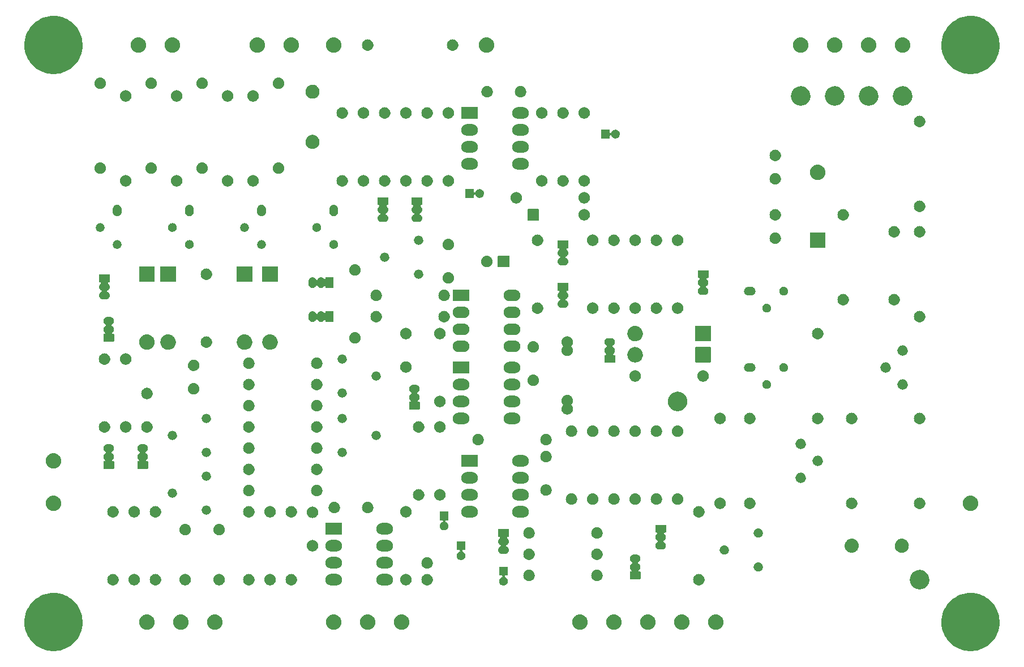
<source format=gbr>
G04 #@! TF.GenerationSoftware,KiCad,Pcbnew,(5.99.0-1101-g9de7547c2)*
G04 #@! TF.CreationDate,2020-03-19T22:23:19-06:00*
G04 #@! TF.ProjectId,mini-audioscope,6d696e69-2d61-4756-9469-6f73636f7065,rev?*
G04 #@! TF.SameCoordinates,Original*
G04 #@! TF.FileFunction,Soldermask,Bot*
G04 #@! TF.FilePolarity,Negative*
%FSLAX46Y46*%
G04 Gerber Fmt 4.6, Leading zero omitted, Abs format (unit mm)*
G04 Created by KiCad (PCBNEW (5.99.0-1101-g9de7547c2)) date 2020-03-19 22:23:19*
%MOMM*%
%LPD*%
G01*
G04 APERTURE LIST*
G04 APERTURE END LIST*
G36*
X170657994Y-115050369D02*
G01*
X171063327Y-115114568D01*
X171460822Y-115216628D01*
X171846948Y-115355640D01*
X172218266Y-115530370D01*
X172571511Y-115739278D01*
X172903520Y-115980497D01*
X173211350Y-116251886D01*
X173492276Y-116551041D01*
X173743810Y-116875318D01*
X173963704Y-117221814D01*
X174150015Y-117587471D01*
X174301086Y-117969031D01*
X174415582Y-118363131D01*
X174492480Y-118766246D01*
X174530915Y-119172847D01*
X174530914Y-119172873D01*
X174531097Y-119174807D01*
X174509627Y-119857995D01*
X174509324Y-119859908D01*
X174509323Y-119859939D01*
X174445432Y-120263327D01*
X174343372Y-120660822D01*
X174204360Y-121046948D01*
X174029630Y-121418266D01*
X173820722Y-121771511D01*
X173579503Y-122103520D01*
X173308114Y-122411350D01*
X173008959Y-122692276D01*
X172684682Y-122943810D01*
X172338186Y-123163704D01*
X171972529Y-123350015D01*
X171590969Y-123501086D01*
X171196869Y-123615582D01*
X170793754Y-123692480D01*
X170385195Y-123731100D01*
X169974805Y-123731100D01*
X169566246Y-123692480D01*
X169163131Y-123615582D01*
X168769031Y-123501086D01*
X168387471Y-123350015D01*
X168021814Y-123163704D01*
X167675318Y-122943810D01*
X167351041Y-122692276D01*
X167051886Y-122411350D01*
X166780497Y-122103520D01*
X166539278Y-121771511D01*
X166330370Y-121418266D01*
X166155640Y-121046948D01*
X166016628Y-120660822D01*
X165914568Y-120263327D01*
X165850369Y-119857994D01*
X165824601Y-119448420D01*
X165837492Y-119038236D01*
X165888925Y-118631097D01*
X165978451Y-118230581D01*
X166105267Y-117840282D01*
X166268245Y-117463663D01*
X166465958Y-117104023D01*
X166696623Y-116764611D01*
X166958212Y-116448403D01*
X167248403Y-116158212D01*
X167564611Y-115896623D01*
X167904023Y-115665958D01*
X168263663Y-115468245D01*
X168640282Y-115305267D01*
X169030581Y-115178451D01*
X169431097Y-115088925D01*
X169838236Y-115037492D01*
X170248420Y-115024601D01*
X170657994Y-115050369D01*
G37*
G36*
X33497994Y-115050369D02*
G01*
X33903327Y-115114568D01*
X34300822Y-115216628D01*
X34686948Y-115355640D01*
X35058266Y-115530370D01*
X35411511Y-115739278D01*
X35743520Y-115980497D01*
X36051350Y-116251886D01*
X36332276Y-116551041D01*
X36583810Y-116875318D01*
X36803704Y-117221814D01*
X36990015Y-117587471D01*
X37141086Y-117969031D01*
X37255582Y-118363131D01*
X37332480Y-118766246D01*
X37370915Y-119172847D01*
X37370914Y-119172873D01*
X37371097Y-119174807D01*
X37349627Y-119857995D01*
X37349324Y-119859908D01*
X37349323Y-119859939D01*
X37285432Y-120263327D01*
X37183372Y-120660822D01*
X37044360Y-121046948D01*
X36869630Y-121418266D01*
X36660722Y-121771511D01*
X36419503Y-122103520D01*
X36148114Y-122411350D01*
X35848959Y-122692276D01*
X35524682Y-122943810D01*
X35178186Y-123163704D01*
X34812529Y-123350015D01*
X34430969Y-123501086D01*
X34036869Y-123615582D01*
X33633754Y-123692480D01*
X33225195Y-123731100D01*
X32814805Y-123731100D01*
X32406246Y-123692480D01*
X32003131Y-123615582D01*
X31609031Y-123501086D01*
X31227471Y-123350015D01*
X30861814Y-123163704D01*
X30515318Y-122943810D01*
X30191041Y-122692276D01*
X29891886Y-122411350D01*
X29620497Y-122103520D01*
X29379278Y-121771511D01*
X29170370Y-121418266D01*
X28995640Y-121046948D01*
X28856628Y-120660822D01*
X28754568Y-120263327D01*
X28690369Y-119857994D01*
X28664601Y-119448420D01*
X28677492Y-119038236D01*
X28728925Y-118631097D01*
X28818451Y-118230581D01*
X28945267Y-117840282D01*
X29108245Y-117463663D01*
X29305958Y-117104023D01*
X29536623Y-116764611D01*
X29798212Y-116448403D01*
X30088403Y-116158212D01*
X30404611Y-115896623D01*
X30744023Y-115665958D01*
X31103663Y-115468245D01*
X31480282Y-115305267D01*
X31870581Y-115178451D01*
X32271097Y-115088925D01*
X32678236Y-115037492D01*
X33088420Y-115024601D01*
X33497994Y-115050369D01*
G37*
G36*
X85132240Y-118227018D02*
G01*
X85156523Y-118226255D01*
X85234421Y-118237758D01*
X85315511Y-118246281D01*
X85338746Y-118253164D01*
X85359783Y-118256270D01*
X85437281Y-118282351D01*
X85518338Y-118306361D01*
X85537232Y-118315988D01*
X85554517Y-118321805D01*
X85628826Y-118362657D01*
X85706821Y-118402398D01*
X85721247Y-118413467D01*
X85734561Y-118420787D01*
X85802810Y-118476053D01*
X85874646Y-118531175D01*
X85884781Y-118542431D01*
X85894238Y-118550089D01*
X85953628Y-118618894D01*
X86016193Y-118688379D01*
X86022525Y-118698712D01*
X86028493Y-118705626D01*
X86076322Y-118786500D01*
X86126722Y-118868745D01*
X86129978Y-118877227D01*
X86133084Y-118882479D01*
X86166959Y-118973567D01*
X86202531Y-119066234D01*
X86203633Y-119072178D01*
X86204700Y-119075048D01*
X86222497Y-119173960D01*
X86241081Y-119274231D01*
X86233968Y-119545867D01*
X86210159Y-119645038D01*
X86187214Y-119742864D01*
X86185999Y-119745671D01*
X86184585Y-119751562D01*
X86144163Y-119842352D01*
X86105613Y-119931436D01*
X86102237Y-119936517D01*
X86098544Y-119944812D01*
X86043925Y-120024283D01*
X85991911Y-120102570D01*
X85985589Y-120109162D01*
X85978727Y-120119147D01*
X85912616Y-120185258D01*
X85849704Y-120250862D01*
X85839860Y-120258014D01*
X85829147Y-120268727D01*
X85754537Y-120320005D01*
X85683480Y-120371631D01*
X85669795Y-120378247D01*
X85654812Y-120388544D01*
X85574825Y-120424157D01*
X85498493Y-120461057D01*
X85480937Y-120465959D01*
X85461562Y-120474585D01*
X85379347Y-120494323D01*
X85300602Y-120516309D01*
X85279435Y-120518310D01*
X85255867Y-120523968D01*
X85174420Y-120528236D01*
X85096054Y-120535644D01*
X85071852Y-120533612D01*
X85044618Y-120535039D01*
X84966725Y-120524784D01*
X84891308Y-120518451D01*
X84864922Y-120511381D01*
X84834889Y-120507427D01*
X84763044Y-120484083D01*
X84692843Y-120465273D01*
X84665382Y-120452351D01*
X84633704Y-120442058D01*
X84569966Y-120407451D01*
X84506937Y-120377792D01*
X84479732Y-120358459D01*
X84447800Y-120341121D01*
X84393773Y-120297371D01*
X84339459Y-120258772D01*
X84313990Y-120232764D01*
X84283403Y-120207995D01*
X84240210Y-120157422D01*
X84195705Y-120111975D01*
X84173543Y-120079364D01*
X84146020Y-120047139D01*
X84114271Y-119992149D01*
X84080216Y-119942038D01*
X84062950Y-119903259D01*
X84040250Y-119863941D01*
X84020060Y-119806926D01*
X83996647Y-119754340D01*
X83985800Y-119710178D01*
X83969637Y-119664536D01*
X83960647Y-119607775D01*
X83947636Y-119554804D01*
X83944591Y-119506401D01*
X83936545Y-119455601D01*
X83937970Y-119401164D01*
X83934736Y-119349752D01*
X83940656Y-119298584D01*
X83942082Y-119244135D01*
X83952779Y-119193810D01*
X83958352Y-119145644D01*
X83974114Y-119093436D01*
X83986064Y-119037219D01*
X84004594Y-118992483D01*
X84017736Y-118948955D01*
X84043864Y-118897676D01*
X84067016Y-118841782D01*
X84091750Y-118803695D01*
X84111016Y-118765884D01*
X84147638Y-118717636D01*
X84182229Y-118664371D01*
X84211405Y-118633626D01*
X84235237Y-118602228D01*
X84282046Y-118559185D01*
X84327842Y-118510926D01*
X84359697Y-118487782D01*
X84386482Y-118463152D01*
X84442722Y-118427461D01*
X84498981Y-118386586D01*
X84531783Y-118370940D01*
X84559956Y-118353061D01*
X84624433Y-118326748D01*
X84689913Y-118295516D01*
X84722097Y-118286892D01*
X84750192Y-118275427D01*
X84821272Y-118260319D01*
X84894244Y-118240766D01*
X84924442Y-118238389D01*
X84951162Y-118232710D01*
X85026826Y-118230332D01*
X85105131Y-118224169D01*
X85132240Y-118227018D01*
G37*
G36*
X80052240Y-118227018D02*
G01*
X80076523Y-118226255D01*
X80154421Y-118237758D01*
X80235511Y-118246281D01*
X80258746Y-118253164D01*
X80279783Y-118256270D01*
X80357281Y-118282351D01*
X80438338Y-118306361D01*
X80457232Y-118315988D01*
X80474517Y-118321805D01*
X80548826Y-118362657D01*
X80626821Y-118402398D01*
X80641247Y-118413467D01*
X80654561Y-118420787D01*
X80722810Y-118476053D01*
X80794646Y-118531175D01*
X80804781Y-118542431D01*
X80814238Y-118550089D01*
X80873628Y-118618894D01*
X80936193Y-118688379D01*
X80942525Y-118698712D01*
X80948493Y-118705626D01*
X80996322Y-118786500D01*
X81046722Y-118868745D01*
X81049978Y-118877227D01*
X81053084Y-118882479D01*
X81086959Y-118973567D01*
X81122531Y-119066234D01*
X81123633Y-119072178D01*
X81124700Y-119075048D01*
X81142497Y-119173960D01*
X81161081Y-119274231D01*
X81153968Y-119545867D01*
X81130159Y-119645038D01*
X81107214Y-119742864D01*
X81105999Y-119745671D01*
X81104585Y-119751562D01*
X81064163Y-119842352D01*
X81025613Y-119931436D01*
X81022237Y-119936517D01*
X81018544Y-119944812D01*
X80963925Y-120024283D01*
X80911911Y-120102570D01*
X80905589Y-120109162D01*
X80898727Y-120119147D01*
X80832616Y-120185258D01*
X80769704Y-120250862D01*
X80759860Y-120258014D01*
X80749147Y-120268727D01*
X80674537Y-120320005D01*
X80603480Y-120371631D01*
X80589795Y-120378247D01*
X80574812Y-120388544D01*
X80494825Y-120424157D01*
X80418493Y-120461057D01*
X80400937Y-120465959D01*
X80381562Y-120474585D01*
X80299347Y-120494323D01*
X80220602Y-120516309D01*
X80199435Y-120518310D01*
X80175867Y-120523968D01*
X80094420Y-120528236D01*
X80016054Y-120535644D01*
X79991852Y-120533612D01*
X79964618Y-120535039D01*
X79886725Y-120524784D01*
X79811308Y-120518451D01*
X79784922Y-120511381D01*
X79754889Y-120507427D01*
X79683044Y-120484083D01*
X79612843Y-120465273D01*
X79585382Y-120452351D01*
X79553704Y-120442058D01*
X79489966Y-120407451D01*
X79426937Y-120377792D01*
X79399732Y-120358459D01*
X79367800Y-120341121D01*
X79313773Y-120297371D01*
X79259459Y-120258772D01*
X79233990Y-120232764D01*
X79203403Y-120207995D01*
X79160210Y-120157422D01*
X79115705Y-120111975D01*
X79093543Y-120079364D01*
X79066020Y-120047139D01*
X79034271Y-119992149D01*
X79000216Y-119942038D01*
X78982950Y-119903259D01*
X78960250Y-119863941D01*
X78940060Y-119806926D01*
X78916647Y-119754340D01*
X78905800Y-119710178D01*
X78889637Y-119664536D01*
X78880647Y-119607775D01*
X78867636Y-119554804D01*
X78864591Y-119506401D01*
X78856545Y-119455601D01*
X78857970Y-119401164D01*
X78854736Y-119349752D01*
X78860656Y-119298584D01*
X78862082Y-119244135D01*
X78872779Y-119193810D01*
X78878352Y-119145644D01*
X78894114Y-119093436D01*
X78906064Y-119037219D01*
X78924594Y-118992483D01*
X78937736Y-118948955D01*
X78963864Y-118897676D01*
X78987016Y-118841782D01*
X79011750Y-118803695D01*
X79031016Y-118765884D01*
X79067638Y-118717636D01*
X79102229Y-118664371D01*
X79131405Y-118633626D01*
X79155237Y-118602228D01*
X79202046Y-118559185D01*
X79247842Y-118510926D01*
X79279697Y-118487782D01*
X79306482Y-118463152D01*
X79362722Y-118427461D01*
X79418981Y-118386586D01*
X79451783Y-118370940D01*
X79479956Y-118353061D01*
X79544433Y-118326748D01*
X79609913Y-118295516D01*
X79642097Y-118286892D01*
X79670192Y-118275427D01*
X79741272Y-118260319D01*
X79814244Y-118240766D01*
X79844442Y-118238389D01*
X79871162Y-118232710D01*
X79946826Y-118230332D01*
X80025131Y-118224169D01*
X80052240Y-118227018D01*
G37*
G36*
X111802240Y-118227018D02*
G01*
X111826523Y-118226255D01*
X111904421Y-118237758D01*
X111985511Y-118246281D01*
X112008746Y-118253164D01*
X112029783Y-118256270D01*
X112107281Y-118282351D01*
X112188338Y-118306361D01*
X112207232Y-118315988D01*
X112224517Y-118321805D01*
X112298826Y-118362657D01*
X112376821Y-118402398D01*
X112391247Y-118413467D01*
X112404561Y-118420787D01*
X112472810Y-118476053D01*
X112544646Y-118531175D01*
X112554781Y-118542431D01*
X112564238Y-118550089D01*
X112623628Y-118618894D01*
X112686193Y-118688379D01*
X112692525Y-118698712D01*
X112698493Y-118705626D01*
X112746322Y-118786500D01*
X112796722Y-118868745D01*
X112799978Y-118877227D01*
X112803084Y-118882479D01*
X112836959Y-118973567D01*
X112872531Y-119066234D01*
X112873633Y-119072178D01*
X112874700Y-119075048D01*
X112892497Y-119173960D01*
X112911081Y-119274231D01*
X112903968Y-119545867D01*
X112880159Y-119645038D01*
X112857214Y-119742864D01*
X112855999Y-119745671D01*
X112854585Y-119751562D01*
X112814163Y-119842352D01*
X112775613Y-119931436D01*
X112772237Y-119936517D01*
X112768544Y-119944812D01*
X112713925Y-120024283D01*
X112661911Y-120102570D01*
X112655589Y-120109162D01*
X112648727Y-120119147D01*
X112582616Y-120185258D01*
X112519704Y-120250862D01*
X112509860Y-120258014D01*
X112499147Y-120268727D01*
X112424537Y-120320005D01*
X112353480Y-120371631D01*
X112339795Y-120378247D01*
X112324812Y-120388544D01*
X112244825Y-120424157D01*
X112168493Y-120461057D01*
X112150937Y-120465959D01*
X112131562Y-120474585D01*
X112049347Y-120494323D01*
X111970602Y-120516309D01*
X111949435Y-120518310D01*
X111925867Y-120523968D01*
X111844420Y-120528236D01*
X111766054Y-120535644D01*
X111741852Y-120533612D01*
X111714618Y-120535039D01*
X111636725Y-120524784D01*
X111561308Y-120518451D01*
X111534922Y-120511381D01*
X111504889Y-120507427D01*
X111433044Y-120484083D01*
X111362843Y-120465273D01*
X111335382Y-120452351D01*
X111303704Y-120442058D01*
X111239966Y-120407451D01*
X111176937Y-120377792D01*
X111149732Y-120358459D01*
X111117800Y-120341121D01*
X111063773Y-120297371D01*
X111009459Y-120258772D01*
X110983990Y-120232764D01*
X110953403Y-120207995D01*
X110910210Y-120157422D01*
X110865705Y-120111975D01*
X110843543Y-120079364D01*
X110816020Y-120047139D01*
X110784271Y-119992149D01*
X110750216Y-119942038D01*
X110732950Y-119903259D01*
X110710250Y-119863941D01*
X110690060Y-119806926D01*
X110666647Y-119754340D01*
X110655800Y-119710178D01*
X110639637Y-119664536D01*
X110630647Y-119607775D01*
X110617636Y-119554804D01*
X110614591Y-119506401D01*
X110606545Y-119455601D01*
X110607970Y-119401164D01*
X110604736Y-119349752D01*
X110610656Y-119298584D01*
X110612082Y-119244135D01*
X110622779Y-119193810D01*
X110628352Y-119145644D01*
X110644114Y-119093436D01*
X110656064Y-119037219D01*
X110674594Y-118992483D01*
X110687736Y-118948955D01*
X110713864Y-118897676D01*
X110737016Y-118841782D01*
X110761750Y-118803695D01*
X110781016Y-118765884D01*
X110817638Y-118717636D01*
X110852229Y-118664371D01*
X110881405Y-118633626D01*
X110905237Y-118602228D01*
X110952046Y-118559185D01*
X110997842Y-118510926D01*
X111029697Y-118487782D01*
X111056482Y-118463152D01*
X111112722Y-118427461D01*
X111168981Y-118386586D01*
X111201783Y-118370940D01*
X111229956Y-118353061D01*
X111294433Y-118326748D01*
X111359913Y-118295516D01*
X111392097Y-118286892D01*
X111420192Y-118275427D01*
X111491272Y-118260319D01*
X111564244Y-118240766D01*
X111594442Y-118238389D01*
X111621162Y-118232710D01*
X111696826Y-118230332D01*
X111775131Y-118224169D01*
X111802240Y-118227018D01*
G37*
G36*
X74972240Y-118227018D02*
G01*
X74996523Y-118226255D01*
X75074421Y-118237758D01*
X75155511Y-118246281D01*
X75178746Y-118253164D01*
X75199783Y-118256270D01*
X75277281Y-118282351D01*
X75358338Y-118306361D01*
X75377232Y-118315988D01*
X75394517Y-118321805D01*
X75468826Y-118362657D01*
X75546821Y-118402398D01*
X75561247Y-118413467D01*
X75574561Y-118420787D01*
X75642810Y-118476053D01*
X75714646Y-118531175D01*
X75724781Y-118542431D01*
X75734238Y-118550089D01*
X75793628Y-118618894D01*
X75856193Y-118688379D01*
X75862525Y-118698712D01*
X75868493Y-118705626D01*
X75916322Y-118786500D01*
X75966722Y-118868745D01*
X75969978Y-118877227D01*
X75973084Y-118882479D01*
X76006959Y-118973567D01*
X76042531Y-119066234D01*
X76043633Y-119072178D01*
X76044700Y-119075048D01*
X76062497Y-119173960D01*
X76081081Y-119274231D01*
X76073968Y-119545867D01*
X76050159Y-119645038D01*
X76027214Y-119742864D01*
X76025999Y-119745671D01*
X76024585Y-119751562D01*
X75984163Y-119842352D01*
X75945613Y-119931436D01*
X75942237Y-119936517D01*
X75938544Y-119944812D01*
X75883925Y-120024283D01*
X75831911Y-120102570D01*
X75825589Y-120109162D01*
X75818727Y-120119147D01*
X75752616Y-120185258D01*
X75689704Y-120250862D01*
X75679860Y-120258014D01*
X75669147Y-120268727D01*
X75594537Y-120320005D01*
X75523480Y-120371631D01*
X75509795Y-120378247D01*
X75494812Y-120388544D01*
X75414825Y-120424157D01*
X75338493Y-120461057D01*
X75320937Y-120465959D01*
X75301562Y-120474585D01*
X75219347Y-120494323D01*
X75140602Y-120516309D01*
X75119435Y-120518310D01*
X75095867Y-120523968D01*
X75014420Y-120528236D01*
X74936054Y-120535644D01*
X74911852Y-120533612D01*
X74884618Y-120535039D01*
X74806725Y-120524784D01*
X74731308Y-120518451D01*
X74704922Y-120511381D01*
X74674889Y-120507427D01*
X74603044Y-120484083D01*
X74532843Y-120465273D01*
X74505382Y-120452351D01*
X74473704Y-120442058D01*
X74409966Y-120407451D01*
X74346937Y-120377792D01*
X74319732Y-120358459D01*
X74287800Y-120341121D01*
X74233773Y-120297371D01*
X74179459Y-120258772D01*
X74153990Y-120232764D01*
X74123403Y-120207995D01*
X74080210Y-120157422D01*
X74035705Y-120111975D01*
X74013543Y-120079364D01*
X73986020Y-120047139D01*
X73954271Y-119992149D01*
X73920216Y-119942038D01*
X73902950Y-119903259D01*
X73880250Y-119863941D01*
X73860060Y-119806926D01*
X73836647Y-119754340D01*
X73825800Y-119710178D01*
X73809637Y-119664536D01*
X73800647Y-119607775D01*
X73787636Y-119554804D01*
X73784591Y-119506401D01*
X73776545Y-119455601D01*
X73777970Y-119401164D01*
X73774736Y-119349752D01*
X73780656Y-119298584D01*
X73782082Y-119244135D01*
X73792779Y-119193810D01*
X73798352Y-119145644D01*
X73814114Y-119093436D01*
X73826064Y-119037219D01*
X73844594Y-118992483D01*
X73857736Y-118948955D01*
X73883864Y-118897676D01*
X73907016Y-118841782D01*
X73931750Y-118803695D01*
X73951016Y-118765884D01*
X73987638Y-118717636D01*
X74022229Y-118664371D01*
X74051405Y-118633626D01*
X74075237Y-118602228D01*
X74122046Y-118559185D01*
X74167842Y-118510926D01*
X74199697Y-118487782D01*
X74226482Y-118463152D01*
X74282722Y-118427461D01*
X74338981Y-118386586D01*
X74371783Y-118370940D01*
X74399956Y-118353061D01*
X74464433Y-118326748D01*
X74529913Y-118295516D01*
X74562097Y-118286892D01*
X74590192Y-118275427D01*
X74661272Y-118260319D01*
X74734244Y-118240766D01*
X74764442Y-118238389D01*
X74791162Y-118232710D01*
X74866826Y-118230332D01*
X74945131Y-118224169D01*
X74972240Y-118227018D01*
G37*
G36*
X116882240Y-118227018D02*
G01*
X116906523Y-118226255D01*
X116984421Y-118237758D01*
X117065511Y-118246281D01*
X117088746Y-118253164D01*
X117109783Y-118256270D01*
X117187281Y-118282351D01*
X117268338Y-118306361D01*
X117287232Y-118315988D01*
X117304517Y-118321805D01*
X117378826Y-118362657D01*
X117456821Y-118402398D01*
X117471247Y-118413467D01*
X117484561Y-118420787D01*
X117552810Y-118476053D01*
X117624646Y-118531175D01*
X117634781Y-118542431D01*
X117644238Y-118550089D01*
X117703628Y-118618894D01*
X117766193Y-118688379D01*
X117772525Y-118698712D01*
X117778493Y-118705626D01*
X117826322Y-118786500D01*
X117876722Y-118868745D01*
X117879978Y-118877227D01*
X117883084Y-118882479D01*
X117916959Y-118973567D01*
X117952531Y-119066234D01*
X117953633Y-119072178D01*
X117954700Y-119075048D01*
X117972497Y-119173960D01*
X117991081Y-119274231D01*
X117983968Y-119545867D01*
X117960159Y-119645038D01*
X117937214Y-119742864D01*
X117935999Y-119745671D01*
X117934585Y-119751562D01*
X117894163Y-119842352D01*
X117855613Y-119931436D01*
X117852237Y-119936517D01*
X117848544Y-119944812D01*
X117793925Y-120024283D01*
X117741911Y-120102570D01*
X117735589Y-120109162D01*
X117728727Y-120119147D01*
X117662616Y-120185258D01*
X117599704Y-120250862D01*
X117589860Y-120258014D01*
X117579147Y-120268727D01*
X117504537Y-120320005D01*
X117433480Y-120371631D01*
X117419795Y-120378247D01*
X117404812Y-120388544D01*
X117324825Y-120424157D01*
X117248493Y-120461057D01*
X117230937Y-120465959D01*
X117211562Y-120474585D01*
X117129347Y-120494323D01*
X117050602Y-120516309D01*
X117029435Y-120518310D01*
X117005867Y-120523968D01*
X116924420Y-120528236D01*
X116846054Y-120535644D01*
X116821852Y-120533612D01*
X116794618Y-120535039D01*
X116716725Y-120524784D01*
X116641308Y-120518451D01*
X116614922Y-120511381D01*
X116584889Y-120507427D01*
X116513044Y-120484083D01*
X116442843Y-120465273D01*
X116415382Y-120452351D01*
X116383704Y-120442058D01*
X116319966Y-120407451D01*
X116256937Y-120377792D01*
X116229732Y-120358459D01*
X116197800Y-120341121D01*
X116143773Y-120297371D01*
X116089459Y-120258772D01*
X116063990Y-120232764D01*
X116033403Y-120207995D01*
X115990210Y-120157422D01*
X115945705Y-120111975D01*
X115923543Y-120079364D01*
X115896020Y-120047139D01*
X115864271Y-119992149D01*
X115830216Y-119942038D01*
X115812950Y-119903259D01*
X115790250Y-119863941D01*
X115770060Y-119806926D01*
X115746647Y-119754340D01*
X115735800Y-119710178D01*
X115719637Y-119664536D01*
X115710647Y-119607775D01*
X115697636Y-119554804D01*
X115694591Y-119506401D01*
X115686545Y-119455601D01*
X115687970Y-119401164D01*
X115684736Y-119349752D01*
X115690656Y-119298584D01*
X115692082Y-119244135D01*
X115702779Y-119193810D01*
X115708352Y-119145644D01*
X115724114Y-119093436D01*
X115736064Y-119037219D01*
X115754594Y-118992483D01*
X115767736Y-118948955D01*
X115793864Y-118897676D01*
X115817016Y-118841782D01*
X115841750Y-118803695D01*
X115861016Y-118765884D01*
X115897638Y-118717636D01*
X115932229Y-118664371D01*
X115961405Y-118633626D01*
X115985237Y-118602228D01*
X116032046Y-118559185D01*
X116077842Y-118510926D01*
X116109697Y-118487782D01*
X116136482Y-118463152D01*
X116192722Y-118427461D01*
X116248981Y-118386586D01*
X116281783Y-118370940D01*
X116309956Y-118353061D01*
X116374433Y-118326748D01*
X116439913Y-118295516D01*
X116472097Y-118286892D01*
X116500192Y-118275427D01*
X116571272Y-118260319D01*
X116644244Y-118240766D01*
X116674442Y-118238389D01*
X116701162Y-118232710D01*
X116776826Y-118230332D01*
X116855131Y-118224169D01*
X116882240Y-118227018D01*
G37*
G36*
X57192240Y-118227018D02*
G01*
X57216523Y-118226255D01*
X57294421Y-118237758D01*
X57375511Y-118246281D01*
X57398746Y-118253164D01*
X57419783Y-118256270D01*
X57497281Y-118282351D01*
X57578338Y-118306361D01*
X57597232Y-118315988D01*
X57614517Y-118321805D01*
X57688826Y-118362657D01*
X57766821Y-118402398D01*
X57781247Y-118413467D01*
X57794561Y-118420787D01*
X57862810Y-118476053D01*
X57934646Y-118531175D01*
X57944781Y-118542431D01*
X57954238Y-118550089D01*
X58013628Y-118618894D01*
X58076193Y-118688379D01*
X58082525Y-118698712D01*
X58088493Y-118705626D01*
X58136322Y-118786500D01*
X58186722Y-118868745D01*
X58189978Y-118877227D01*
X58193084Y-118882479D01*
X58226959Y-118973567D01*
X58262531Y-119066234D01*
X58263633Y-119072178D01*
X58264700Y-119075048D01*
X58282497Y-119173960D01*
X58301081Y-119274231D01*
X58293968Y-119545867D01*
X58270159Y-119645038D01*
X58247214Y-119742864D01*
X58245999Y-119745671D01*
X58244585Y-119751562D01*
X58204163Y-119842352D01*
X58165613Y-119931436D01*
X58162237Y-119936517D01*
X58158544Y-119944812D01*
X58103925Y-120024283D01*
X58051911Y-120102570D01*
X58045589Y-120109162D01*
X58038727Y-120119147D01*
X57972616Y-120185258D01*
X57909704Y-120250862D01*
X57899860Y-120258014D01*
X57889147Y-120268727D01*
X57814537Y-120320005D01*
X57743480Y-120371631D01*
X57729795Y-120378247D01*
X57714812Y-120388544D01*
X57634825Y-120424157D01*
X57558493Y-120461057D01*
X57540937Y-120465959D01*
X57521562Y-120474585D01*
X57439347Y-120494323D01*
X57360602Y-120516309D01*
X57339435Y-120518310D01*
X57315867Y-120523968D01*
X57234420Y-120528236D01*
X57156054Y-120535644D01*
X57131852Y-120533612D01*
X57104618Y-120535039D01*
X57026725Y-120524784D01*
X56951308Y-120518451D01*
X56924922Y-120511381D01*
X56894889Y-120507427D01*
X56823044Y-120484083D01*
X56752843Y-120465273D01*
X56725382Y-120452351D01*
X56693704Y-120442058D01*
X56629966Y-120407451D01*
X56566937Y-120377792D01*
X56539732Y-120358459D01*
X56507800Y-120341121D01*
X56453773Y-120297371D01*
X56399459Y-120258772D01*
X56373990Y-120232764D01*
X56343403Y-120207995D01*
X56300210Y-120157422D01*
X56255705Y-120111975D01*
X56233543Y-120079364D01*
X56206020Y-120047139D01*
X56174271Y-119992149D01*
X56140216Y-119942038D01*
X56122950Y-119903259D01*
X56100250Y-119863941D01*
X56080060Y-119806926D01*
X56056647Y-119754340D01*
X56045800Y-119710178D01*
X56029637Y-119664536D01*
X56020647Y-119607775D01*
X56007636Y-119554804D01*
X56004591Y-119506401D01*
X55996545Y-119455601D01*
X55997970Y-119401164D01*
X55994736Y-119349752D01*
X56000656Y-119298584D01*
X56002082Y-119244135D01*
X56012779Y-119193810D01*
X56018352Y-119145644D01*
X56034114Y-119093436D01*
X56046064Y-119037219D01*
X56064594Y-118992483D01*
X56077736Y-118948955D01*
X56103864Y-118897676D01*
X56127016Y-118841782D01*
X56151750Y-118803695D01*
X56171016Y-118765884D01*
X56207638Y-118717636D01*
X56242229Y-118664371D01*
X56271405Y-118633626D01*
X56295237Y-118602228D01*
X56342046Y-118559185D01*
X56387842Y-118510926D01*
X56419697Y-118487782D01*
X56446482Y-118463152D01*
X56502722Y-118427461D01*
X56558981Y-118386586D01*
X56591783Y-118370940D01*
X56619956Y-118353061D01*
X56684433Y-118326748D01*
X56749913Y-118295516D01*
X56782097Y-118286892D01*
X56810192Y-118275427D01*
X56881272Y-118260319D01*
X56954244Y-118240766D01*
X56984442Y-118238389D01*
X57011162Y-118232710D01*
X57086826Y-118230332D01*
X57165131Y-118224169D01*
X57192240Y-118227018D01*
G37*
G36*
X121962240Y-118227018D02*
G01*
X121986523Y-118226255D01*
X122064421Y-118237758D01*
X122145511Y-118246281D01*
X122168746Y-118253164D01*
X122189783Y-118256270D01*
X122267281Y-118282351D01*
X122348338Y-118306361D01*
X122367232Y-118315988D01*
X122384517Y-118321805D01*
X122458826Y-118362657D01*
X122536821Y-118402398D01*
X122551247Y-118413467D01*
X122564561Y-118420787D01*
X122632810Y-118476053D01*
X122704646Y-118531175D01*
X122714781Y-118542431D01*
X122724238Y-118550089D01*
X122783628Y-118618894D01*
X122846193Y-118688379D01*
X122852525Y-118698712D01*
X122858493Y-118705626D01*
X122906322Y-118786500D01*
X122956722Y-118868745D01*
X122959978Y-118877227D01*
X122963084Y-118882479D01*
X122996959Y-118973567D01*
X123032531Y-119066234D01*
X123033633Y-119072178D01*
X123034700Y-119075048D01*
X123052497Y-119173960D01*
X123071081Y-119274231D01*
X123063968Y-119545867D01*
X123040159Y-119645038D01*
X123017214Y-119742864D01*
X123015999Y-119745671D01*
X123014585Y-119751562D01*
X122974163Y-119842352D01*
X122935613Y-119931436D01*
X122932237Y-119936517D01*
X122928544Y-119944812D01*
X122873925Y-120024283D01*
X122821911Y-120102570D01*
X122815589Y-120109162D01*
X122808727Y-120119147D01*
X122742616Y-120185258D01*
X122679704Y-120250862D01*
X122669860Y-120258014D01*
X122659147Y-120268727D01*
X122584537Y-120320005D01*
X122513480Y-120371631D01*
X122499795Y-120378247D01*
X122484812Y-120388544D01*
X122404825Y-120424157D01*
X122328493Y-120461057D01*
X122310937Y-120465959D01*
X122291562Y-120474585D01*
X122209347Y-120494323D01*
X122130602Y-120516309D01*
X122109435Y-120518310D01*
X122085867Y-120523968D01*
X122004420Y-120528236D01*
X121926054Y-120535644D01*
X121901852Y-120533612D01*
X121874618Y-120535039D01*
X121796725Y-120524784D01*
X121721308Y-120518451D01*
X121694922Y-120511381D01*
X121664889Y-120507427D01*
X121593044Y-120484083D01*
X121522843Y-120465273D01*
X121495382Y-120452351D01*
X121463704Y-120442058D01*
X121399966Y-120407451D01*
X121336937Y-120377792D01*
X121309732Y-120358459D01*
X121277800Y-120341121D01*
X121223773Y-120297371D01*
X121169459Y-120258772D01*
X121143990Y-120232764D01*
X121113403Y-120207995D01*
X121070210Y-120157422D01*
X121025705Y-120111975D01*
X121003543Y-120079364D01*
X120976020Y-120047139D01*
X120944271Y-119992149D01*
X120910216Y-119942038D01*
X120892950Y-119903259D01*
X120870250Y-119863941D01*
X120850060Y-119806926D01*
X120826647Y-119754340D01*
X120815800Y-119710178D01*
X120799637Y-119664536D01*
X120790647Y-119607775D01*
X120777636Y-119554804D01*
X120774591Y-119506401D01*
X120766545Y-119455601D01*
X120767970Y-119401164D01*
X120764736Y-119349752D01*
X120770656Y-119298584D01*
X120772082Y-119244135D01*
X120782779Y-119193810D01*
X120788352Y-119145644D01*
X120804114Y-119093436D01*
X120816064Y-119037219D01*
X120834594Y-118992483D01*
X120847736Y-118948955D01*
X120873864Y-118897676D01*
X120897016Y-118841782D01*
X120921750Y-118803695D01*
X120941016Y-118765884D01*
X120977638Y-118717636D01*
X121012229Y-118664371D01*
X121041405Y-118633626D01*
X121065237Y-118602228D01*
X121112046Y-118559185D01*
X121157842Y-118510926D01*
X121189697Y-118487782D01*
X121216482Y-118463152D01*
X121272722Y-118427461D01*
X121328981Y-118386586D01*
X121361783Y-118370940D01*
X121389956Y-118353061D01*
X121454433Y-118326748D01*
X121519913Y-118295516D01*
X121552097Y-118286892D01*
X121580192Y-118275427D01*
X121651272Y-118260319D01*
X121724244Y-118240766D01*
X121754442Y-118238389D01*
X121781162Y-118232710D01*
X121856826Y-118230332D01*
X121935131Y-118224169D01*
X121962240Y-118227018D01*
G37*
G36*
X47032240Y-118227018D02*
G01*
X47056523Y-118226255D01*
X47134421Y-118237758D01*
X47215511Y-118246281D01*
X47238746Y-118253164D01*
X47259783Y-118256270D01*
X47337281Y-118282351D01*
X47418338Y-118306361D01*
X47437232Y-118315988D01*
X47454517Y-118321805D01*
X47528826Y-118362657D01*
X47606821Y-118402398D01*
X47621247Y-118413467D01*
X47634561Y-118420787D01*
X47702810Y-118476053D01*
X47774646Y-118531175D01*
X47784781Y-118542431D01*
X47794238Y-118550089D01*
X47853628Y-118618894D01*
X47916193Y-118688379D01*
X47922525Y-118698712D01*
X47928493Y-118705626D01*
X47976322Y-118786500D01*
X48026722Y-118868745D01*
X48029978Y-118877227D01*
X48033084Y-118882479D01*
X48066959Y-118973567D01*
X48102531Y-119066234D01*
X48103633Y-119072178D01*
X48104700Y-119075048D01*
X48122497Y-119173960D01*
X48141081Y-119274231D01*
X48133968Y-119545867D01*
X48110159Y-119645038D01*
X48087214Y-119742864D01*
X48085999Y-119745671D01*
X48084585Y-119751562D01*
X48044163Y-119842352D01*
X48005613Y-119931436D01*
X48002237Y-119936517D01*
X47998544Y-119944812D01*
X47943925Y-120024283D01*
X47891911Y-120102570D01*
X47885589Y-120109162D01*
X47878727Y-120119147D01*
X47812616Y-120185258D01*
X47749704Y-120250862D01*
X47739860Y-120258014D01*
X47729147Y-120268727D01*
X47654537Y-120320005D01*
X47583480Y-120371631D01*
X47569795Y-120378247D01*
X47554812Y-120388544D01*
X47474825Y-120424157D01*
X47398493Y-120461057D01*
X47380937Y-120465959D01*
X47361562Y-120474585D01*
X47279347Y-120494323D01*
X47200602Y-120516309D01*
X47179435Y-120518310D01*
X47155867Y-120523968D01*
X47074420Y-120528236D01*
X46996054Y-120535644D01*
X46971852Y-120533612D01*
X46944618Y-120535039D01*
X46866725Y-120524784D01*
X46791308Y-120518451D01*
X46764922Y-120511381D01*
X46734889Y-120507427D01*
X46663044Y-120484083D01*
X46592843Y-120465273D01*
X46565382Y-120452351D01*
X46533704Y-120442058D01*
X46469966Y-120407451D01*
X46406937Y-120377792D01*
X46379732Y-120358459D01*
X46347800Y-120341121D01*
X46293773Y-120297371D01*
X46239459Y-120258772D01*
X46213990Y-120232764D01*
X46183403Y-120207995D01*
X46140210Y-120157422D01*
X46095705Y-120111975D01*
X46073543Y-120079364D01*
X46046020Y-120047139D01*
X46014271Y-119992149D01*
X45980216Y-119942038D01*
X45962950Y-119903259D01*
X45940250Y-119863941D01*
X45920060Y-119806926D01*
X45896647Y-119754340D01*
X45885800Y-119710178D01*
X45869637Y-119664536D01*
X45860647Y-119607775D01*
X45847636Y-119554804D01*
X45844591Y-119506401D01*
X45836545Y-119455601D01*
X45837970Y-119401164D01*
X45834736Y-119349752D01*
X45840656Y-119298584D01*
X45842082Y-119244135D01*
X45852779Y-119193810D01*
X45858352Y-119145644D01*
X45874114Y-119093436D01*
X45886064Y-119037219D01*
X45904594Y-118992483D01*
X45917736Y-118948955D01*
X45943864Y-118897676D01*
X45967016Y-118841782D01*
X45991750Y-118803695D01*
X46011016Y-118765884D01*
X46047638Y-118717636D01*
X46082229Y-118664371D01*
X46111405Y-118633626D01*
X46135237Y-118602228D01*
X46182046Y-118559185D01*
X46227842Y-118510926D01*
X46259697Y-118487782D01*
X46286482Y-118463152D01*
X46342722Y-118427461D01*
X46398981Y-118386586D01*
X46431783Y-118370940D01*
X46459956Y-118353061D01*
X46524433Y-118326748D01*
X46589913Y-118295516D01*
X46622097Y-118286892D01*
X46650192Y-118275427D01*
X46721272Y-118260319D01*
X46794244Y-118240766D01*
X46824442Y-118238389D01*
X46851162Y-118232710D01*
X46926826Y-118230332D01*
X47005131Y-118224169D01*
X47032240Y-118227018D01*
G37*
G36*
X132122240Y-118227018D02*
G01*
X132146523Y-118226255D01*
X132224421Y-118237758D01*
X132305511Y-118246281D01*
X132328746Y-118253164D01*
X132349783Y-118256270D01*
X132427281Y-118282351D01*
X132508338Y-118306361D01*
X132527232Y-118315988D01*
X132544517Y-118321805D01*
X132618826Y-118362657D01*
X132696821Y-118402398D01*
X132711247Y-118413467D01*
X132724561Y-118420787D01*
X132792810Y-118476053D01*
X132864646Y-118531175D01*
X132874781Y-118542431D01*
X132884238Y-118550089D01*
X132943628Y-118618894D01*
X133006193Y-118688379D01*
X133012525Y-118698712D01*
X133018493Y-118705626D01*
X133066322Y-118786500D01*
X133116722Y-118868745D01*
X133119978Y-118877227D01*
X133123084Y-118882479D01*
X133156959Y-118973567D01*
X133192531Y-119066234D01*
X133193633Y-119072178D01*
X133194700Y-119075048D01*
X133212497Y-119173960D01*
X133231081Y-119274231D01*
X133223968Y-119545867D01*
X133200159Y-119645038D01*
X133177214Y-119742864D01*
X133175999Y-119745671D01*
X133174585Y-119751562D01*
X133134163Y-119842352D01*
X133095613Y-119931436D01*
X133092237Y-119936517D01*
X133088544Y-119944812D01*
X133033925Y-120024283D01*
X132981911Y-120102570D01*
X132975589Y-120109162D01*
X132968727Y-120119147D01*
X132902616Y-120185258D01*
X132839704Y-120250862D01*
X132829860Y-120258014D01*
X132819147Y-120268727D01*
X132744537Y-120320005D01*
X132673480Y-120371631D01*
X132659795Y-120378247D01*
X132644812Y-120388544D01*
X132564825Y-120424157D01*
X132488493Y-120461057D01*
X132470937Y-120465959D01*
X132451562Y-120474585D01*
X132369347Y-120494323D01*
X132290602Y-120516309D01*
X132269435Y-120518310D01*
X132245867Y-120523968D01*
X132164420Y-120528236D01*
X132086054Y-120535644D01*
X132061852Y-120533612D01*
X132034618Y-120535039D01*
X131956725Y-120524784D01*
X131881308Y-120518451D01*
X131854922Y-120511381D01*
X131824889Y-120507427D01*
X131753044Y-120484083D01*
X131682843Y-120465273D01*
X131655382Y-120452351D01*
X131623704Y-120442058D01*
X131559966Y-120407451D01*
X131496937Y-120377792D01*
X131469732Y-120358459D01*
X131437800Y-120341121D01*
X131383773Y-120297371D01*
X131329459Y-120258772D01*
X131303990Y-120232764D01*
X131273403Y-120207995D01*
X131230210Y-120157422D01*
X131185705Y-120111975D01*
X131163543Y-120079364D01*
X131136020Y-120047139D01*
X131104271Y-119992149D01*
X131070216Y-119942038D01*
X131052950Y-119903259D01*
X131030250Y-119863941D01*
X131010060Y-119806926D01*
X130986647Y-119754340D01*
X130975800Y-119710178D01*
X130959637Y-119664536D01*
X130950647Y-119607775D01*
X130937636Y-119554804D01*
X130934591Y-119506401D01*
X130926545Y-119455601D01*
X130927970Y-119401164D01*
X130924736Y-119349752D01*
X130930656Y-119298584D01*
X130932082Y-119244135D01*
X130942779Y-119193810D01*
X130948352Y-119145644D01*
X130964114Y-119093436D01*
X130976064Y-119037219D01*
X130994594Y-118992483D01*
X131007736Y-118948955D01*
X131033864Y-118897676D01*
X131057016Y-118841782D01*
X131081750Y-118803695D01*
X131101016Y-118765884D01*
X131137638Y-118717636D01*
X131172229Y-118664371D01*
X131201405Y-118633626D01*
X131225237Y-118602228D01*
X131272046Y-118559185D01*
X131317842Y-118510926D01*
X131349697Y-118487782D01*
X131376482Y-118463152D01*
X131432722Y-118427461D01*
X131488981Y-118386586D01*
X131521783Y-118370940D01*
X131549956Y-118353061D01*
X131614433Y-118326748D01*
X131679913Y-118295516D01*
X131712097Y-118286892D01*
X131740192Y-118275427D01*
X131811272Y-118260319D01*
X131884244Y-118240766D01*
X131914442Y-118238389D01*
X131941162Y-118232710D01*
X132016826Y-118230332D01*
X132095131Y-118224169D01*
X132122240Y-118227018D01*
G37*
G36*
X127042240Y-118227018D02*
G01*
X127066523Y-118226255D01*
X127144421Y-118237758D01*
X127225511Y-118246281D01*
X127248746Y-118253164D01*
X127269783Y-118256270D01*
X127347281Y-118282351D01*
X127428338Y-118306361D01*
X127447232Y-118315988D01*
X127464517Y-118321805D01*
X127538826Y-118362657D01*
X127616821Y-118402398D01*
X127631247Y-118413467D01*
X127644561Y-118420787D01*
X127712810Y-118476053D01*
X127784646Y-118531175D01*
X127794781Y-118542431D01*
X127804238Y-118550089D01*
X127863628Y-118618894D01*
X127926193Y-118688379D01*
X127932525Y-118698712D01*
X127938493Y-118705626D01*
X127986322Y-118786500D01*
X128036722Y-118868745D01*
X128039978Y-118877227D01*
X128043084Y-118882479D01*
X128076959Y-118973567D01*
X128112531Y-119066234D01*
X128113633Y-119072178D01*
X128114700Y-119075048D01*
X128132497Y-119173960D01*
X128151081Y-119274231D01*
X128143968Y-119545867D01*
X128120159Y-119645038D01*
X128097214Y-119742864D01*
X128095999Y-119745671D01*
X128094585Y-119751562D01*
X128054163Y-119842352D01*
X128015613Y-119931436D01*
X128012237Y-119936517D01*
X128008544Y-119944812D01*
X127953925Y-120024283D01*
X127901911Y-120102570D01*
X127895589Y-120109162D01*
X127888727Y-120119147D01*
X127822616Y-120185258D01*
X127759704Y-120250862D01*
X127749860Y-120258014D01*
X127739147Y-120268727D01*
X127664537Y-120320005D01*
X127593480Y-120371631D01*
X127579795Y-120378247D01*
X127564812Y-120388544D01*
X127484825Y-120424157D01*
X127408493Y-120461057D01*
X127390937Y-120465959D01*
X127371562Y-120474585D01*
X127289347Y-120494323D01*
X127210602Y-120516309D01*
X127189435Y-120518310D01*
X127165867Y-120523968D01*
X127084420Y-120528236D01*
X127006054Y-120535644D01*
X126981852Y-120533612D01*
X126954618Y-120535039D01*
X126876725Y-120524784D01*
X126801308Y-120518451D01*
X126774922Y-120511381D01*
X126744889Y-120507427D01*
X126673044Y-120484083D01*
X126602843Y-120465273D01*
X126575382Y-120452351D01*
X126543704Y-120442058D01*
X126479966Y-120407451D01*
X126416937Y-120377792D01*
X126389732Y-120358459D01*
X126357800Y-120341121D01*
X126303773Y-120297371D01*
X126249459Y-120258772D01*
X126223990Y-120232764D01*
X126193403Y-120207995D01*
X126150210Y-120157422D01*
X126105705Y-120111975D01*
X126083543Y-120079364D01*
X126056020Y-120047139D01*
X126024271Y-119992149D01*
X125990216Y-119942038D01*
X125972950Y-119903259D01*
X125950250Y-119863941D01*
X125930060Y-119806926D01*
X125906647Y-119754340D01*
X125895800Y-119710178D01*
X125879637Y-119664536D01*
X125870647Y-119607775D01*
X125857636Y-119554804D01*
X125854591Y-119506401D01*
X125846545Y-119455601D01*
X125847970Y-119401164D01*
X125844736Y-119349752D01*
X125850656Y-119298584D01*
X125852082Y-119244135D01*
X125862779Y-119193810D01*
X125868352Y-119145644D01*
X125884114Y-119093436D01*
X125896064Y-119037219D01*
X125914594Y-118992483D01*
X125927736Y-118948955D01*
X125953864Y-118897676D01*
X125977016Y-118841782D01*
X126001750Y-118803695D01*
X126021016Y-118765884D01*
X126057638Y-118717636D01*
X126092229Y-118664371D01*
X126121405Y-118633626D01*
X126145237Y-118602228D01*
X126192046Y-118559185D01*
X126237842Y-118510926D01*
X126269697Y-118487782D01*
X126296482Y-118463152D01*
X126352722Y-118427461D01*
X126408981Y-118386586D01*
X126441783Y-118370940D01*
X126469956Y-118353061D01*
X126534433Y-118326748D01*
X126599913Y-118295516D01*
X126632097Y-118286892D01*
X126660192Y-118275427D01*
X126731272Y-118260319D01*
X126804244Y-118240766D01*
X126834442Y-118238389D01*
X126861162Y-118232710D01*
X126936826Y-118230332D01*
X127015131Y-118224169D01*
X127042240Y-118227018D01*
G37*
G36*
X52112240Y-118227018D02*
G01*
X52136523Y-118226255D01*
X52214421Y-118237758D01*
X52295511Y-118246281D01*
X52318746Y-118253164D01*
X52339783Y-118256270D01*
X52417281Y-118282351D01*
X52498338Y-118306361D01*
X52517232Y-118315988D01*
X52534517Y-118321805D01*
X52608826Y-118362657D01*
X52686821Y-118402398D01*
X52701247Y-118413467D01*
X52714561Y-118420787D01*
X52782810Y-118476053D01*
X52854646Y-118531175D01*
X52864781Y-118542431D01*
X52874238Y-118550089D01*
X52933628Y-118618894D01*
X52996193Y-118688379D01*
X53002525Y-118698712D01*
X53008493Y-118705626D01*
X53056322Y-118786500D01*
X53106722Y-118868745D01*
X53109978Y-118877227D01*
X53113084Y-118882479D01*
X53146959Y-118973567D01*
X53182531Y-119066234D01*
X53183633Y-119072178D01*
X53184700Y-119075048D01*
X53202497Y-119173960D01*
X53221081Y-119274231D01*
X53213968Y-119545867D01*
X53190159Y-119645038D01*
X53167214Y-119742864D01*
X53165999Y-119745671D01*
X53164585Y-119751562D01*
X53124163Y-119842352D01*
X53085613Y-119931436D01*
X53082237Y-119936517D01*
X53078544Y-119944812D01*
X53023925Y-120024283D01*
X52971911Y-120102570D01*
X52965589Y-120109162D01*
X52958727Y-120119147D01*
X52892616Y-120185258D01*
X52829704Y-120250862D01*
X52819860Y-120258014D01*
X52809147Y-120268727D01*
X52734537Y-120320005D01*
X52663480Y-120371631D01*
X52649795Y-120378247D01*
X52634812Y-120388544D01*
X52554825Y-120424157D01*
X52478493Y-120461057D01*
X52460937Y-120465959D01*
X52441562Y-120474585D01*
X52359347Y-120494323D01*
X52280602Y-120516309D01*
X52259435Y-120518310D01*
X52235867Y-120523968D01*
X52154420Y-120528236D01*
X52076054Y-120535644D01*
X52051852Y-120533612D01*
X52024618Y-120535039D01*
X51946725Y-120524784D01*
X51871308Y-120518451D01*
X51844922Y-120511381D01*
X51814889Y-120507427D01*
X51743044Y-120484083D01*
X51672843Y-120465273D01*
X51645382Y-120452351D01*
X51613704Y-120442058D01*
X51549966Y-120407451D01*
X51486937Y-120377792D01*
X51459732Y-120358459D01*
X51427800Y-120341121D01*
X51373773Y-120297371D01*
X51319459Y-120258772D01*
X51293990Y-120232764D01*
X51263403Y-120207995D01*
X51220210Y-120157422D01*
X51175705Y-120111975D01*
X51153543Y-120079364D01*
X51126020Y-120047139D01*
X51094271Y-119992149D01*
X51060216Y-119942038D01*
X51042950Y-119903259D01*
X51020250Y-119863941D01*
X51000060Y-119806926D01*
X50976647Y-119754340D01*
X50965800Y-119710178D01*
X50949637Y-119664536D01*
X50940647Y-119607775D01*
X50927636Y-119554804D01*
X50924591Y-119506401D01*
X50916545Y-119455601D01*
X50917970Y-119401164D01*
X50914736Y-119349752D01*
X50920656Y-119298584D01*
X50922082Y-119244135D01*
X50932779Y-119193810D01*
X50938352Y-119145644D01*
X50954114Y-119093436D01*
X50966064Y-119037219D01*
X50984594Y-118992483D01*
X50997736Y-118948955D01*
X51023864Y-118897676D01*
X51047016Y-118841782D01*
X51071750Y-118803695D01*
X51091016Y-118765884D01*
X51127638Y-118717636D01*
X51162229Y-118664371D01*
X51191405Y-118633626D01*
X51215237Y-118602228D01*
X51262046Y-118559185D01*
X51307842Y-118510926D01*
X51339697Y-118487782D01*
X51366482Y-118463152D01*
X51422722Y-118427461D01*
X51478981Y-118386586D01*
X51511783Y-118370940D01*
X51539956Y-118353061D01*
X51604433Y-118326748D01*
X51669913Y-118295516D01*
X51702097Y-118286892D01*
X51730192Y-118275427D01*
X51801272Y-118260319D01*
X51874244Y-118240766D01*
X51904442Y-118238389D01*
X51931162Y-118232710D01*
X52006826Y-118230332D01*
X52085131Y-118224169D01*
X52112240Y-118227018D01*
G37*
G36*
X162603465Y-111576564D02*
G01*
X162626040Y-111575776D01*
X162717935Y-111587385D01*
X162815329Y-111596591D01*
X162837790Y-111602525D01*
X162857688Y-111605039D01*
X162948806Y-111631857D01*
X163046013Y-111657540D01*
X163064885Y-111666021D01*
X163081685Y-111670966D01*
X163169405Y-111712994D01*
X163263646Y-111755348D01*
X163278754Y-111765386D01*
X163292254Y-111771854D01*
X163373961Y-111828641D01*
X163462381Y-111887388D01*
X163473778Y-111898016D01*
X163483991Y-111905114D01*
X163557113Y-111975727D01*
X163636882Y-112050113D01*
X163644833Y-112060437D01*
X163651956Y-112067316D01*
X163714020Y-112150278D01*
X163782463Y-112239153D01*
X163787412Y-112248384D01*
X163791822Y-112254278D01*
X163840529Y-112347445D01*
X163895214Y-112449433D01*
X163897766Y-112456931D01*
X163900002Y-112461207D01*
X163933397Y-112561595D01*
X163972106Y-112675303D01*
X163972981Y-112680589D01*
X163973703Y-112682759D01*
X163990076Y-112783852D01*
X164011076Y-112910700D01*
X164010854Y-112919799D01*
X164008152Y-113177760D01*
X164003996Y-113200405D01*
X164003516Y-113220042D01*
X163982842Y-113315664D01*
X163966121Y-113406769D01*
X163958543Y-113428050D01*
X163953094Y-113453254D01*
X163918064Y-113541729D01*
X163887795Y-113626735D01*
X163875690Y-113648754D01*
X163865259Y-113675099D01*
X163817605Y-113754409D01*
X163775307Y-113831348D01*
X163758283Y-113853137D01*
X163742371Y-113879620D01*
X163684096Y-113948092D01*
X163631555Y-114015342D01*
X163609407Y-114035851D01*
X163587729Y-114061323D01*
X163521058Y-114117664D01*
X163460230Y-114173992D01*
X163432974Y-114192101D01*
X163405487Y-114215329D01*
X163332750Y-114258689D01*
X163265754Y-114303201D01*
X163233655Y-114317762D01*
X163200539Y-114337503D01*
X163124083Y-114367466D01*
X163053105Y-114399663D01*
X163016659Y-114409565D01*
X162978389Y-114424563D01*
X162900596Y-114441099D01*
X162827780Y-114460882D01*
X162787707Y-114465094D01*
X162745003Y-114474171D01*
X162668140Y-114477661D01*
X162595567Y-114485289D01*
X162552806Y-114482898D01*
X162506648Y-114484994D01*
X162432800Y-114476188D01*
X162362437Y-114472254D01*
X162318152Y-114462517D01*
X162269726Y-114456743D01*
X162200767Y-114436709D01*
X162134386Y-114422114D01*
X162089883Y-114404494D01*
X162040599Y-114390176D01*
X161978164Y-114360262D01*
X161917291Y-114336161D01*
X161874002Y-114310356D01*
X161825422Y-114287080D01*
X161770820Y-114248847D01*
X161716728Y-114216602D01*
X161676191Y-114182587D01*
X161629972Y-114150224D01*
X161584171Y-114105372D01*
X161537861Y-114066513D01*
X161501646Y-114024557D01*
X161459499Y-113983284D01*
X161423149Y-113933618D01*
X161385289Y-113889757D01*
X161354928Y-113840406D01*
X161318580Y-113790743D01*
X161291986Y-113738097D01*
X161262940Y-113690883D01*
X161239901Y-113634985D01*
X161211000Y-113577772D01*
X161194127Y-113523930D01*
X161173962Y-113475006D01*
X161159583Y-113413699D01*
X161139649Y-113350090D01*
X161132151Y-113296743D01*
X161120646Y-113247688D01*
X161116080Y-113182388D01*
X161106442Y-113113812D01*
X161107696Y-113062496D01*
X161104358Y-113014756D01*
X161110517Y-112947075D01*
X161112272Y-112875282D01*
X161121410Y-112827376D01*
X161125520Y-112782219D01*
X161143045Y-112713965D01*
X161156981Y-112640908D01*
X161172939Y-112597537D01*
X161183588Y-112556060D01*
X161212801Y-112489192D01*
X161239369Y-112416984D01*
X161260930Y-112379031D01*
X161277064Y-112342100D01*
X161317948Y-112278660D01*
X161357224Y-112209522D01*
X161383086Y-112177585D01*
X161403552Y-112145828D01*
X161455718Y-112087892D01*
X161507380Y-112024095D01*
X161536204Y-111998504D01*
X161559792Y-111972307D01*
X161622480Y-111921904D01*
X161685805Y-111865682D01*
X161716260Y-111846503D01*
X161741761Y-111826000D01*
X161813843Y-111785052D01*
X161887707Y-111738537D01*
X161918538Y-111725577D01*
X161944786Y-111710666D01*
X162024795Y-111680911D01*
X162107664Y-111646076D01*
X162137709Y-111638918D01*
X162163636Y-111629276D01*
X162249784Y-111612218D01*
X162339768Y-111590781D01*
X162368031Y-111588805D01*
X162392680Y-111583924D01*
X162482853Y-111580776D01*
X162577788Y-111574137D01*
X162603465Y-111576564D01*
G37*
G36*
X100949899Y-111111959D02*
G01*
X100966769Y-111123231D01*
X100978041Y-111140101D01*
X100984448Y-111172312D01*
X100984448Y-112347688D01*
X100978041Y-112379899D01*
X100966769Y-112396769D01*
X100949899Y-112408041D01*
X100947617Y-112408495D01*
X100930000Y-112411999D01*
X100917688Y-112414448D01*
X100622933Y-112414448D01*
X100555353Y-112434291D01*
X100509230Y-112487521D01*
X100499206Y-112557236D01*
X100528465Y-112621304D01*
X100568137Y-112651795D01*
X100574763Y-112655027D01*
X100609385Y-112666276D01*
X100647764Y-112690632D01*
X100681034Y-112706859D01*
X100709882Y-112730053D01*
X100748261Y-112754409D01*
X100773181Y-112780946D01*
X100794857Y-112798374D01*
X100823591Y-112834627D01*
X100860856Y-112874311D01*
X100874016Y-112898249D01*
X100885579Y-112912838D01*
X100909610Y-112962994D01*
X100940095Y-113018446D01*
X100944617Y-113036059D01*
X100948685Y-113044549D01*
X100963192Y-113108404D01*
X100981000Y-113177760D01*
X100981000Y-113342240D01*
X100978533Y-113351850D01*
X100978530Y-113352034D01*
X100942429Y-113492640D01*
X100942339Y-113492816D01*
X100940095Y-113501554D01*
X100905611Y-113564280D01*
X100875670Y-113622539D01*
X100869617Y-113629752D01*
X100860856Y-113645689D01*
X100817535Y-113691822D01*
X100781787Y-113734424D01*
X100766960Y-113745678D01*
X100748261Y-113765591D01*
X100702297Y-113794761D01*
X100665454Y-113822726D01*
X100640125Y-113834216D01*
X100609385Y-113853724D01*
X100566157Y-113867770D01*
X100532443Y-113883063D01*
X100496179Y-113890507D01*
X100452955Y-113904551D01*
X100416621Y-113906837D01*
X100389378Y-113912429D01*
X100343132Y-113911461D01*
X100288798Y-113914879D01*
X100261967Y-113909761D01*
X100243354Y-113909371D01*
X100189393Y-113895917D01*
X100127231Y-113884059D01*
X100110773Y-113876314D01*
X100101639Y-113874037D01*
X100043184Y-113844509D01*
X99978404Y-113814026D01*
X99971452Y-113808275D01*
X99971276Y-113808186D01*
X99858743Y-113715091D01*
X99858621Y-113714932D01*
X99851670Y-113709182D01*
X99809599Y-113651276D01*
X99769627Y-113599372D01*
X99765677Y-113590823D01*
X99754990Y-113576114D01*
X99731699Y-113517288D01*
X99708368Y-113466794D01*
X99704497Y-113448583D01*
X99694441Y-113423184D01*
X99687617Y-113369168D01*
X99678001Y-113323927D01*
X99678389Y-113296122D01*
X99673826Y-113260000D01*
X99679523Y-113214902D01*
X99680040Y-113177890D01*
X99688744Y-113141912D01*
X99694441Y-113096816D01*
X99707843Y-113062966D01*
X99714383Y-113035933D01*
X99734951Y-112994499D01*
X99754990Y-112943886D01*
X99771044Y-112921789D01*
X99779323Y-112905112D01*
X99814479Y-112862007D01*
X99851670Y-112810818D01*
X99865682Y-112799226D01*
X99871631Y-112791932D01*
X99923222Y-112751624D01*
X99978404Y-112705974D01*
X99986572Y-112702131D01*
X99986726Y-112702010D01*
X100091835Y-112652549D01*
X100144534Y-112605821D01*
X100163604Y-112538019D01*
X100142990Y-112470670D01*
X100089237Y-112425158D01*
X100038613Y-112414448D01*
X99742312Y-112414448D01*
X99710101Y-112408041D01*
X99693231Y-112396769D01*
X99681959Y-112379899D01*
X99675552Y-112347688D01*
X99675552Y-111172312D01*
X99681959Y-111140101D01*
X99693231Y-111123231D01*
X99710101Y-111111959D01*
X99742312Y-111105552D01*
X100917688Y-111105552D01*
X100949899Y-111111959D01*
G37*
G36*
X68582976Y-112177826D02*
G01*
X68624766Y-112175782D01*
X68669056Y-112182639D01*
X68719810Y-112185476D01*
X68760163Y-112196743D01*
X68795621Y-112202232D01*
X68843204Y-112219928D01*
X68897898Y-112235199D01*
X68929622Y-112252067D01*
X68957659Y-112262494D01*
X69005757Y-112292549D01*
X69061153Y-112322004D01*
X69083968Y-112341421D01*
X69104271Y-112354108D01*
X69149641Y-112397313D01*
X69201961Y-112441841D01*
X69216463Y-112460947D01*
X69229472Y-112473335D01*
X69268616Y-112529655D01*
X69313751Y-112589118D01*
X69321302Y-112605459D01*
X69328142Y-112615301D01*
X69357508Y-112683817D01*
X69391307Y-112756965D01*
X69393885Y-112768692D01*
X69396247Y-112774202D01*
X69412429Y-112853036D01*
X69431011Y-112937551D01*
X69430345Y-113128388D01*
X69411181Y-113212738D01*
X69394443Y-113291485D01*
X69392041Y-113296982D01*
X69389381Y-113308692D01*
X69355069Y-113381609D01*
X69325227Y-113449915D01*
X69318318Y-113459709D01*
X69310655Y-113475994D01*
X69265114Y-113535130D01*
X69225570Y-113591187D01*
X69212472Y-113603487D01*
X69197840Y-113622487D01*
X69145227Y-113666635D01*
X69099544Y-113709534D01*
X69079147Y-113722082D01*
X69056199Y-113741338D01*
X69000600Y-113770405D01*
X68952293Y-113800123D01*
X68924184Y-113810354D01*
X68892341Y-113827001D01*
X68837534Y-113841892D01*
X68789831Y-113859254D01*
X68754340Y-113864495D01*
X68713911Y-113875479D01*
X68663139Y-113877962D01*
X68618803Y-113884509D01*
X68577027Y-113882174D01*
X68529233Y-113884511D01*
X68484992Y-113877028D01*
X68446189Y-113874859D01*
X68399980Y-113862650D01*
X68346923Y-113853676D01*
X68310839Y-113839097D01*
X68279035Y-113830694D01*
X68230897Y-113806799D01*
X68175488Y-113784412D01*
X68148311Y-113765804D01*
X68124182Y-113753826D01*
X68077128Y-113717063D01*
X68022926Y-113679950D01*
X68004469Y-113660295D01*
X67987950Y-113647389D01*
X67945400Y-113597393D01*
X67896354Y-113545164D01*
X67885608Y-113527138D01*
X67875896Y-113515726D01*
X67841401Y-113452981D01*
X67801678Y-113386344D01*
X67796943Y-113372111D01*
X67792610Y-113364229D01*
X67769692Y-113290192D01*
X67743314Y-113210898D01*
X67742372Y-113201934D01*
X67741486Y-113199072D01*
X67733347Y-113116068D01*
X67723987Y-113027012D01*
X67733967Y-112938044D01*
X67742687Y-112855078D01*
X67743593Y-112852220D01*
X67744598Y-112843265D01*
X67771530Y-112764153D01*
X67794963Y-112690281D01*
X67799350Y-112682432D01*
X67804184Y-112668231D01*
X67844382Y-112601857D01*
X67879304Y-112539371D01*
X67889092Y-112528031D01*
X67899967Y-112510075D01*
X67949385Y-112458181D01*
X67992273Y-112408495D01*
X68008879Y-112395707D01*
X68027477Y-112376177D01*
X68081952Y-112339433D01*
X68129250Y-112303009D01*
X68153458Y-112291202D01*
X68180765Y-112272783D01*
X68236319Y-112250787D01*
X68284633Y-112227223D01*
X68316503Y-112219040D01*
X68352679Y-112204717D01*
X68405795Y-112196114D01*
X68452088Y-112184228D01*
X68490903Y-112182330D01*
X68535199Y-112175155D01*
X68582976Y-112177826D01*
G37*
G36*
X85727976Y-112177826D02*
G01*
X85769766Y-112175782D01*
X85814056Y-112182639D01*
X85864810Y-112185476D01*
X85905163Y-112196743D01*
X85940621Y-112202232D01*
X85988204Y-112219928D01*
X86042898Y-112235199D01*
X86074622Y-112252067D01*
X86102659Y-112262494D01*
X86150757Y-112292549D01*
X86206153Y-112322004D01*
X86228968Y-112341421D01*
X86249271Y-112354108D01*
X86294641Y-112397313D01*
X86346961Y-112441841D01*
X86361463Y-112460947D01*
X86374472Y-112473335D01*
X86413616Y-112529655D01*
X86458751Y-112589118D01*
X86466302Y-112605459D01*
X86473142Y-112615301D01*
X86502508Y-112683817D01*
X86536307Y-112756965D01*
X86538885Y-112768692D01*
X86541247Y-112774202D01*
X86557429Y-112853036D01*
X86576011Y-112937551D01*
X86575345Y-113128388D01*
X86556181Y-113212738D01*
X86539443Y-113291485D01*
X86537041Y-113296982D01*
X86534381Y-113308692D01*
X86500069Y-113381609D01*
X86470227Y-113449915D01*
X86463318Y-113459709D01*
X86455655Y-113475994D01*
X86410114Y-113535130D01*
X86370570Y-113591187D01*
X86357472Y-113603487D01*
X86342840Y-113622487D01*
X86290227Y-113666635D01*
X86244544Y-113709534D01*
X86224147Y-113722082D01*
X86201199Y-113741338D01*
X86145600Y-113770405D01*
X86097293Y-113800123D01*
X86069184Y-113810354D01*
X86037341Y-113827001D01*
X85982534Y-113841892D01*
X85934831Y-113859254D01*
X85899340Y-113864495D01*
X85858911Y-113875479D01*
X85808139Y-113877962D01*
X85763803Y-113884509D01*
X85722027Y-113882174D01*
X85674233Y-113884511D01*
X85629992Y-113877028D01*
X85591189Y-113874859D01*
X85544980Y-113862650D01*
X85491923Y-113853676D01*
X85455839Y-113839097D01*
X85424035Y-113830694D01*
X85375897Y-113806799D01*
X85320488Y-113784412D01*
X85293311Y-113765804D01*
X85269182Y-113753826D01*
X85222128Y-113717063D01*
X85167926Y-113679950D01*
X85149469Y-113660295D01*
X85132950Y-113647389D01*
X85090400Y-113597393D01*
X85041354Y-113545164D01*
X85030608Y-113527138D01*
X85020896Y-113515726D01*
X84986401Y-113452981D01*
X84946678Y-113386344D01*
X84941943Y-113372111D01*
X84937610Y-113364229D01*
X84914692Y-113290192D01*
X84888314Y-113210898D01*
X84887372Y-113201934D01*
X84886486Y-113199072D01*
X84878347Y-113116068D01*
X84868987Y-113027012D01*
X84878967Y-112938044D01*
X84887687Y-112855078D01*
X84888593Y-112852220D01*
X84889598Y-112843265D01*
X84916530Y-112764153D01*
X84939963Y-112690281D01*
X84944350Y-112682432D01*
X84949184Y-112668231D01*
X84989382Y-112601857D01*
X85024304Y-112539371D01*
X85034092Y-112528031D01*
X85044967Y-112510075D01*
X85094385Y-112458181D01*
X85137273Y-112408495D01*
X85153879Y-112395707D01*
X85172477Y-112376177D01*
X85226952Y-112339433D01*
X85274250Y-112303009D01*
X85298458Y-112291202D01*
X85325765Y-112272783D01*
X85381319Y-112250787D01*
X85429633Y-112227223D01*
X85461503Y-112219040D01*
X85497679Y-112204717D01*
X85550795Y-112196114D01*
X85597088Y-112184228D01*
X85635903Y-112182330D01*
X85680199Y-112175155D01*
X85727976Y-112177826D01*
G37*
G36*
X129542976Y-112177826D02*
G01*
X129584766Y-112175782D01*
X129629056Y-112182639D01*
X129679810Y-112185476D01*
X129720163Y-112196743D01*
X129755621Y-112202232D01*
X129803204Y-112219928D01*
X129857898Y-112235199D01*
X129889622Y-112252067D01*
X129917659Y-112262494D01*
X129965757Y-112292549D01*
X130021153Y-112322004D01*
X130043968Y-112341421D01*
X130064271Y-112354108D01*
X130109641Y-112397313D01*
X130161961Y-112441841D01*
X130176463Y-112460947D01*
X130189472Y-112473335D01*
X130228616Y-112529655D01*
X130273751Y-112589118D01*
X130281302Y-112605459D01*
X130288142Y-112615301D01*
X130317508Y-112683817D01*
X130351307Y-112756965D01*
X130353885Y-112768692D01*
X130356247Y-112774202D01*
X130372429Y-112853036D01*
X130391011Y-112937551D01*
X130390345Y-113128388D01*
X130371181Y-113212738D01*
X130354443Y-113291485D01*
X130352041Y-113296982D01*
X130349381Y-113308692D01*
X130315069Y-113381609D01*
X130285227Y-113449915D01*
X130278318Y-113459709D01*
X130270655Y-113475994D01*
X130225114Y-113535130D01*
X130185570Y-113591187D01*
X130172472Y-113603487D01*
X130157840Y-113622487D01*
X130105227Y-113666635D01*
X130059544Y-113709534D01*
X130039147Y-113722082D01*
X130016199Y-113741338D01*
X129960600Y-113770405D01*
X129912293Y-113800123D01*
X129884184Y-113810354D01*
X129852341Y-113827001D01*
X129797534Y-113841892D01*
X129749831Y-113859254D01*
X129714340Y-113864495D01*
X129673911Y-113875479D01*
X129623139Y-113877962D01*
X129578803Y-113884509D01*
X129537027Y-113882174D01*
X129489233Y-113884511D01*
X129444992Y-113877028D01*
X129406189Y-113874859D01*
X129359980Y-113862650D01*
X129306923Y-113853676D01*
X129270839Y-113839097D01*
X129239035Y-113830694D01*
X129190897Y-113806799D01*
X129135488Y-113784412D01*
X129108311Y-113765804D01*
X129084182Y-113753826D01*
X129037128Y-113717063D01*
X128982926Y-113679950D01*
X128964469Y-113660295D01*
X128947950Y-113647389D01*
X128905400Y-113597393D01*
X128856354Y-113545164D01*
X128845608Y-113527138D01*
X128835896Y-113515726D01*
X128801401Y-113452981D01*
X128761678Y-113386344D01*
X128756943Y-113372111D01*
X128752610Y-113364229D01*
X128729692Y-113290192D01*
X128703314Y-113210898D01*
X128702372Y-113201934D01*
X128701486Y-113199072D01*
X128693347Y-113116068D01*
X128683987Y-113027012D01*
X128693967Y-112938044D01*
X128702687Y-112855078D01*
X128703593Y-112852220D01*
X128704598Y-112843265D01*
X128731530Y-112764153D01*
X128754963Y-112690281D01*
X128759350Y-112682432D01*
X128764184Y-112668231D01*
X128804382Y-112601857D01*
X128839304Y-112539371D01*
X128849092Y-112528031D01*
X128859967Y-112510075D01*
X128909385Y-112458181D01*
X128952273Y-112408495D01*
X128968879Y-112395707D01*
X128987477Y-112376177D01*
X129041952Y-112339433D01*
X129089250Y-112303009D01*
X129113458Y-112291202D01*
X129140765Y-112272783D01*
X129196319Y-112250787D01*
X129244633Y-112227223D01*
X129276503Y-112219040D01*
X129312679Y-112204717D01*
X129365795Y-112196114D01*
X129412088Y-112184228D01*
X129450903Y-112182330D01*
X129495199Y-112175155D01*
X129542976Y-112177826D01*
G37*
G36*
X88902976Y-112177826D02*
G01*
X88944766Y-112175782D01*
X88989056Y-112182639D01*
X89039810Y-112185476D01*
X89080163Y-112196743D01*
X89115621Y-112202232D01*
X89163204Y-112219928D01*
X89217898Y-112235199D01*
X89249622Y-112252067D01*
X89277659Y-112262494D01*
X89325757Y-112292549D01*
X89381153Y-112322004D01*
X89403968Y-112341421D01*
X89424271Y-112354108D01*
X89469641Y-112397313D01*
X89521961Y-112441841D01*
X89536463Y-112460947D01*
X89549472Y-112473335D01*
X89588616Y-112529655D01*
X89633751Y-112589118D01*
X89641302Y-112605459D01*
X89648142Y-112615301D01*
X89677508Y-112683817D01*
X89711307Y-112756965D01*
X89713885Y-112768692D01*
X89716247Y-112774202D01*
X89732429Y-112853036D01*
X89751011Y-112937551D01*
X89750345Y-113128388D01*
X89731181Y-113212738D01*
X89714443Y-113291485D01*
X89712041Y-113296982D01*
X89709381Y-113308692D01*
X89675069Y-113381609D01*
X89645227Y-113449915D01*
X89638318Y-113459709D01*
X89630655Y-113475994D01*
X89585114Y-113535130D01*
X89545570Y-113591187D01*
X89532472Y-113603487D01*
X89517840Y-113622487D01*
X89465227Y-113666635D01*
X89419544Y-113709534D01*
X89399147Y-113722082D01*
X89376199Y-113741338D01*
X89320600Y-113770405D01*
X89272293Y-113800123D01*
X89244184Y-113810354D01*
X89212341Y-113827001D01*
X89157534Y-113841892D01*
X89109831Y-113859254D01*
X89074340Y-113864495D01*
X89033911Y-113875479D01*
X88983139Y-113877962D01*
X88938803Y-113884509D01*
X88897027Y-113882174D01*
X88849233Y-113884511D01*
X88804992Y-113877028D01*
X88766189Y-113874859D01*
X88719980Y-113862650D01*
X88666923Y-113853676D01*
X88630839Y-113839097D01*
X88599035Y-113830694D01*
X88550897Y-113806799D01*
X88495488Y-113784412D01*
X88468311Y-113765804D01*
X88444182Y-113753826D01*
X88397128Y-113717063D01*
X88342926Y-113679950D01*
X88324469Y-113660295D01*
X88307950Y-113647389D01*
X88265400Y-113597393D01*
X88216354Y-113545164D01*
X88205608Y-113527138D01*
X88195896Y-113515726D01*
X88161401Y-113452981D01*
X88121678Y-113386344D01*
X88116943Y-113372111D01*
X88112610Y-113364229D01*
X88089692Y-113290192D01*
X88063314Y-113210898D01*
X88062372Y-113201934D01*
X88061486Y-113199072D01*
X88053347Y-113116068D01*
X88043987Y-113027012D01*
X88053967Y-112938044D01*
X88062687Y-112855078D01*
X88063593Y-112852220D01*
X88064598Y-112843265D01*
X88091530Y-112764153D01*
X88114963Y-112690281D01*
X88119350Y-112682432D01*
X88124184Y-112668231D01*
X88164382Y-112601857D01*
X88199304Y-112539371D01*
X88209092Y-112528031D01*
X88219967Y-112510075D01*
X88269385Y-112458181D01*
X88312273Y-112408495D01*
X88328879Y-112395707D01*
X88347477Y-112376177D01*
X88401952Y-112339433D01*
X88449250Y-112303009D01*
X88473458Y-112291202D01*
X88500765Y-112272783D01*
X88556319Y-112250787D01*
X88604633Y-112227223D01*
X88636503Y-112219040D01*
X88672679Y-112204717D01*
X88725795Y-112196114D01*
X88772088Y-112184228D01*
X88810903Y-112182330D01*
X88855199Y-112175155D01*
X88902976Y-112177826D01*
G37*
G36*
X45087976Y-112177826D02*
G01*
X45129766Y-112175782D01*
X45174056Y-112182639D01*
X45224810Y-112185476D01*
X45265163Y-112196743D01*
X45300621Y-112202232D01*
X45348204Y-112219928D01*
X45402898Y-112235199D01*
X45434622Y-112252067D01*
X45462659Y-112262494D01*
X45510757Y-112292549D01*
X45566153Y-112322004D01*
X45588968Y-112341421D01*
X45609271Y-112354108D01*
X45654641Y-112397313D01*
X45706961Y-112441841D01*
X45721463Y-112460947D01*
X45734472Y-112473335D01*
X45773616Y-112529655D01*
X45818751Y-112589118D01*
X45826302Y-112605459D01*
X45833142Y-112615301D01*
X45862508Y-112683817D01*
X45896307Y-112756965D01*
X45898885Y-112768692D01*
X45901247Y-112774202D01*
X45917429Y-112853036D01*
X45936011Y-112937551D01*
X45935345Y-113128388D01*
X45916181Y-113212738D01*
X45899443Y-113291485D01*
X45897041Y-113296982D01*
X45894381Y-113308692D01*
X45860069Y-113381609D01*
X45830227Y-113449915D01*
X45823318Y-113459709D01*
X45815655Y-113475994D01*
X45770114Y-113535130D01*
X45730570Y-113591187D01*
X45717472Y-113603487D01*
X45702840Y-113622487D01*
X45650227Y-113666635D01*
X45604544Y-113709534D01*
X45584147Y-113722082D01*
X45561199Y-113741338D01*
X45505600Y-113770405D01*
X45457293Y-113800123D01*
X45429184Y-113810354D01*
X45397341Y-113827001D01*
X45342534Y-113841892D01*
X45294831Y-113859254D01*
X45259340Y-113864495D01*
X45218911Y-113875479D01*
X45168139Y-113877962D01*
X45123803Y-113884509D01*
X45082027Y-113882174D01*
X45034233Y-113884511D01*
X44989992Y-113877028D01*
X44951189Y-113874859D01*
X44904980Y-113862650D01*
X44851923Y-113853676D01*
X44815839Y-113839097D01*
X44784035Y-113830694D01*
X44735897Y-113806799D01*
X44680488Y-113784412D01*
X44653311Y-113765804D01*
X44629182Y-113753826D01*
X44582128Y-113717063D01*
X44527926Y-113679950D01*
X44509469Y-113660295D01*
X44492950Y-113647389D01*
X44450400Y-113597393D01*
X44401354Y-113545164D01*
X44390608Y-113527138D01*
X44380896Y-113515726D01*
X44346401Y-113452981D01*
X44306678Y-113386344D01*
X44301943Y-113372111D01*
X44297610Y-113364229D01*
X44274692Y-113290192D01*
X44248314Y-113210898D01*
X44247372Y-113201934D01*
X44246486Y-113199072D01*
X44238347Y-113116068D01*
X44228987Y-113027012D01*
X44238967Y-112938044D01*
X44247687Y-112855078D01*
X44248593Y-112852220D01*
X44249598Y-112843265D01*
X44276530Y-112764153D01*
X44299963Y-112690281D01*
X44304350Y-112682432D01*
X44309184Y-112668231D01*
X44349382Y-112601857D01*
X44384304Y-112539371D01*
X44394092Y-112528031D01*
X44404967Y-112510075D01*
X44454385Y-112458181D01*
X44497273Y-112408495D01*
X44513879Y-112395707D01*
X44532477Y-112376177D01*
X44586952Y-112339433D01*
X44634250Y-112303009D01*
X44658458Y-112291202D01*
X44685765Y-112272783D01*
X44741319Y-112250787D01*
X44789633Y-112227223D01*
X44821503Y-112219040D01*
X44857679Y-112204717D01*
X44910795Y-112196114D01*
X44957088Y-112184228D01*
X44995903Y-112182330D01*
X45040199Y-112175155D01*
X45087976Y-112177826D01*
G37*
G36*
X52707976Y-112177826D02*
G01*
X52749766Y-112175782D01*
X52794056Y-112182639D01*
X52844810Y-112185476D01*
X52885163Y-112196743D01*
X52920621Y-112202232D01*
X52968204Y-112219928D01*
X53022898Y-112235199D01*
X53054622Y-112252067D01*
X53082659Y-112262494D01*
X53130757Y-112292549D01*
X53186153Y-112322004D01*
X53208968Y-112341421D01*
X53229271Y-112354108D01*
X53274641Y-112397313D01*
X53326961Y-112441841D01*
X53341463Y-112460947D01*
X53354472Y-112473335D01*
X53393616Y-112529655D01*
X53438751Y-112589118D01*
X53446302Y-112605459D01*
X53453142Y-112615301D01*
X53482508Y-112683817D01*
X53516307Y-112756965D01*
X53518885Y-112768692D01*
X53521247Y-112774202D01*
X53537429Y-112853036D01*
X53556011Y-112937551D01*
X53555345Y-113128388D01*
X53536181Y-113212738D01*
X53519443Y-113291485D01*
X53517041Y-113296982D01*
X53514381Y-113308692D01*
X53480069Y-113381609D01*
X53450227Y-113449915D01*
X53443318Y-113459709D01*
X53435655Y-113475994D01*
X53390114Y-113535130D01*
X53350570Y-113591187D01*
X53337472Y-113603487D01*
X53322840Y-113622487D01*
X53270227Y-113666635D01*
X53224544Y-113709534D01*
X53204147Y-113722082D01*
X53181199Y-113741338D01*
X53125600Y-113770405D01*
X53077293Y-113800123D01*
X53049184Y-113810354D01*
X53017341Y-113827001D01*
X52962534Y-113841892D01*
X52914831Y-113859254D01*
X52879340Y-113864495D01*
X52838911Y-113875479D01*
X52788139Y-113877962D01*
X52743803Y-113884509D01*
X52702027Y-113882174D01*
X52654233Y-113884511D01*
X52609992Y-113877028D01*
X52571189Y-113874859D01*
X52524980Y-113862650D01*
X52471923Y-113853676D01*
X52435839Y-113839097D01*
X52404035Y-113830694D01*
X52355897Y-113806799D01*
X52300488Y-113784412D01*
X52273311Y-113765804D01*
X52249182Y-113753826D01*
X52202128Y-113717063D01*
X52147926Y-113679950D01*
X52129469Y-113660295D01*
X52112950Y-113647389D01*
X52070400Y-113597393D01*
X52021354Y-113545164D01*
X52010608Y-113527138D01*
X52000896Y-113515726D01*
X51966401Y-113452981D01*
X51926678Y-113386344D01*
X51921943Y-113372111D01*
X51917610Y-113364229D01*
X51894692Y-113290192D01*
X51868314Y-113210898D01*
X51867372Y-113201934D01*
X51866486Y-113199072D01*
X51858347Y-113116068D01*
X51848987Y-113027012D01*
X51858967Y-112938044D01*
X51867687Y-112855078D01*
X51868593Y-112852220D01*
X51869598Y-112843265D01*
X51896530Y-112764153D01*
X51919963Y-112690281D01*
X51924350Y-112682432D01*
X51929184Y-112668231D01*
X51969382Y-112601857D01*
X52004304Y-112539371D01*
X52014092Y-112528031D01*
X52024967Y-112510075D01*
X52074385Y-112458181D01*
X52117273Y-112408495D01*
X52133879Y-112395707D01*
X52152477Y-112376177D01*
X52206952Y-112339433D01*
X52254250Y-112303009D01*
X52278458Y-112291202D01*
X52305765Y-112272783D01*
X52361319Y-112250787D01*
X52409633Y-112227223D01*
X52441503Y-112219040D01*
X52477679Y-112204717D01*
X52530795Y-112196114D01*
X52577088Y-112184228D01*
X52615903Y-112182330D01*
X52660199Y-112175155D01*
X52707976Y-112177826D01*
G37*
G36*
X48262976Y-112177826D02*
G01*
X48304766Y-112175782D01*
X48349056Y-112182639D01*
X48399810Y-112185476D01*
X48440163Y-112196743D01*
X48475621Y-112202232D01*
X48523204Y-112219928D01*
X48577898Y-112235199D01*
X48609622Y-112252067D01*
X48637659Y-112262494D01*
X48685757Y-112292549D01*
X48741153Y-112322004D01*
X48763968Y-112341421D01*
X48784271Y-112354108D01*
X48829641Y-112397313D01*
X48881961Y-112441841D01*
X48896463Y-112460947D01*
X48909472Y-112473335D01*
X48948616Y-112529655D01*
X48993751Y-112589118D01*
X49001302Y-112605459D01*
X49008142Y-112615301D01*
X49037508Y-112683817D01*
X49071307Y-112756965D01*
X49073885Y-112768692D01*
X49076247Y-112774202D01*
X49092429Y-112853036D01*
X49111011Y-112937551D01*
X49110345Y-113128388D01*
X49091181Y-113212738D01*
X49074443Y-113291485D01*
X49072041Y-113296982D01*
X49069381Y-113308692D01*
X49035069Y-113381609D01*
X49005227Y-113449915D01*
X48998318Y-113459709D01*
X48990655Y-113475994D01*
X48945114Y-113535130D01*
X48905570Y-113591187D01*
X48892472Y-113603487D01*
X48877840Y-113622487D01*
X48825227Y-113666635D01*
X48779544Y-113709534D01*
X48759147Y-113722082D01*
X48736199Y-113741338D01*
X48680600Y-113770405D01*
X48632293Y-113800123D01*
X48604184Y-113810354D01*
X48572341Y-113827001D01*
X48517534Y-113841892D01*
X48469831Y-113859254D01*
X48434340Y-113864495D01*
X48393911Y-113875479D01*
X48343139Y-113877962D01*
X48298803Y-113884509D01*
X48257027Y-113882174D01*
X48209233Y-113884511D01*
X48164992Y-113877028D01*
X48126189Y-113874859D01*
X48079980Y-113862650D01*
X48026923Y-113853676D01*
X47990839Y-113839097D01*
X47959035Y-113830694D01*
X47910897Y-113806799D01*
X47855488Y-113784412D01*
X47828311Y-113765804D01*
X47804182Y-113753826D01*
X47757128Y-113717063D01*
X47702926Y-113679950D01*
X47684469Y-113660295D01*
X47667950Y-113647389D01*
X47625400Y-113597393D01*
X47576354Y-113545164D01*
X47565608Y-113527138D01*
X47555896Y-113515726D01*
X47521401Y-113452981D01*
X47481678Y-113386344D01*
X47476943Y-113372111D01*
X47472610Y-113364229D01*
X47449692Y-113290192D01*
X47423314Y-113210898D01*
X47422372Y-113201934D01*
X47421486Y-113199072D01*
X47413347Y-113116068D01*
X47403987Y-113027012D01*
X47413967Y-112938044D01*
X47422687Y-112855078D01*
X47423593Y-112852220D01*
X47424598Y-112843265D01*
X47451530Y-112764153D01*
X47474963Y-112690281D01*
X47479350Y-112682432D01*
X47484184Y-112668231D01*
X47524382Y-112601857D01*
X47559304Y-112539371D01*
X47569092Y-112528031D01*
X47579967Y-112510075D01*
X47629385Y-112458181D01*
X47672273Y-112408495D01*
X47688879Y-112395707D01*
X47707477Y-112376177D01*
X47761952Y-112339433D01*
X47809250Y-112303009D01*
X47833458Y-112291202D01*
X47860765Y-112272783D01*
X47916319Y-112250787D01*
X47964633Y-112227223D01*
X47996503Y-112219040D01*
X48032679Y-112204717D01*
X48085795Y-112196114D01*
X48132088Y-112184228D01*
X48170903Y-112182330D01*
X48215199Y-112175155D01*
X48262976Y-112177826D01*
G37*
G36*
X57787976Y-112177826D02*
G01*
X57829766Y-112175782D01*
X57874056Y-112182639D01*
X57924810Y-112185476D01*
X57965163Y-112196743D01*
X58000621Y-112202232D01*
X58048204Y-112219928D01*
X58102898Y-112235199D01*
X58134622Y-112252067D01*
X58162659Y-112262494D01*
X58210757Y-112292549D01*
X58266153Y-112322004D01*
X58288968Y-112341421D01*
X58309271Y-112354108D01*
X58354641Y-112397313D01*
X58406961Y-112441841D01*
X58421463Y-112460947D01*
X58434472Y-112473335D01*
X58473616Y-112529655D01*
X58518751Y-112589118D01*
X58526302Y-112605459D01*
X58533142Y-112615301D01*
X58562508Y-112683817D01*
X58596307Y-112756965D01*
X58598885Y-112768692D01*
X58601247Y-112774202D01*
X58617429Y-112853036D01*
X58636011Y-112937551D01*
X58635345Y-113128388D01*
X58616181Y-113212738D01*
X58599443Y-113291485D01*
X58597041Y-113296982D01*
X58594381Y-113308692D01*
X58560069Y-113381609D01*
X58530227Y-113449915D01*
X58523318Y-113459709D01*
X58515655Y-113475994D01*
X58470114Y-113535130D01*
X58430570Y-113591187D01*
X58417472Y-113603487D01*
X58402840Y-113622487D01*
X58350227Y-113666635D01*
X58304544Y-113709534D01*
X58284147Y-113722082D01*
X58261199Y-113741338D01*
X58205600Y-113770405D01*
X58157293Y-113800123D01*
X58129184Y-113810354D01*
X58097341Y-113827001D01*
X58042534Y-113841892D01*
X57994831Y-113859254D01*
X57959340Y-113864495D01*
X57918911Y-113875479D01*
X57868139Y-113877962D01*
X57823803Y-113884509D01*
X57782027Y-113882174D01*
X57734233Y-113884511D01*
X57689992Y-113877028D01*
X57651189Y-113874859D01*
X57604980Y-113862650D01*
X57551923Y-113853676D01*
X57515839Y-113839097D01*
X57484035Y-113830694D01*
X57435897Y-113806799D01*
X57380488Y-113784412D01*
X57353311Y-113765804D01*
X57329182Y-113753826D01*
X57282128Y-113717063D01*
X57227926Y-113679950D01*
X57209469Y-113660295D01*
X57192950Y-113647389D01*
X57150400Y-113597393D01*
X57101354Y-113545164D01*
X57090608Y-113527138D01*
X57080896Y-113515726D01*
X57046401Y-113452981D01*
X57006678Y-113386344D01*
X57001943Y-113372111D01*
X56997610Y-113364229D01*
X56974692Y-113290192D01*
X56948314Y-113210898D01*
X56947372Y-113201934D01*
X56946486Y-113199072D01*
X56938347Y-113116068D01*
X56928987Y-113027012D01*
X56938967Y-112938044D01*
X56947687Y-112855078D01*
X56948593Y-112852220D01*
X56949598Y-112843265D01*
X56976530Y-112764153D01*
X56999963Y-112690281D01*
X57004350Y-112682432D01*
X57009184Y-112668231D01*
X57049382Y-112601857D01*
X57084304Y-112539371D01*
X57094092Y-112528031D01*
X57104967Y-112510075D01*
X57154385Y-112458181D01*
X57197273Y-112408495D01*
X57213879Y-112395707D01*
X57232477Y-112376177D01*
X57286952Y-112339433D01*
X57334250Y-112303009D01*
X57358458Y-112291202D01*
X57385765Y-112272783D01*
X57441319Y-112250787D01*
X57489633Y-112227223D01*
X57521503Y-112219040D01*
X57557679Y-112204717D01*
X57610795Y-112196114D01*
X57657088Y-112184228D01*
X57695903Y-112182330D01*
X57740199Y-112175155D01*
X57787976Y-112177826D01*
G37*
G36*
X62232976Y-112177826D02*
G01*
X62274766Y-112175782D01*
X62319056Y-112182639D01*
X62369810Y-112185476D01*
X62410163Y-112196743D01*
X62445621Y-112202232D01*
X62493204Y-112219928D01*
X62547898Y-112235199D01*
X62579622Y-112252067D01*
X62607659Y-112262494D01*
X62655757Y-112292549D01*
X62711153Y-112322004D01*
X62733968Y-112341421D01*
X62754271Y-112354108D01*
X62799641Y-112397313D01*
X62851961Y-112441841D01*
X62866463Y-112460947D01*
X62879472Y-112473335D01*
X62918616Y-112529655D01*
X62963751Y-112589118D01*
X62971302Y-112605459D01*
X62978142Y-112615301D01*
X63007508Y-112683817D01*
X63041307Y-112756965D01*
X63043885Y-112768692D01*
X63046247Y-112774202D01*
X63062429Y-112853036D01*
X63081011Y-112937551D01*
X63080345Y-113128388D01*
X63061181Y-113212738D01*
X63044443Y-113291485D01*
X63042041Y-113296982D01*
X63039381Y-113308692D01*
X63005069Y-113381609D01*
X62975227Y-113449915D01*
X62968318Y-113459709D01*
X62960655Y-113475994D01*
X62915114Y-113535130D01*
X62875570Y-113591187D01*
X62862472Y-113603487D01*
X62847840Y-113622487D01*
X62795227Y-113666635D01*
X62749544Y-113709534D01*
X62729147Y-113722082D01*
X62706199Y-113741338D01*
X62650600Y-113770405D01*
X62602293Y-113800123D01*
X62574184Y-113810354D01*
X62542341Y-113827001D01*
X62487534Y-113841892D01*
X62439831Y-113859254D01*
X62404340Y-113864495D01*
X62363911Y-113875479D01*
X62313139Y-113877962D01*
X62268803Y-113884509D01*
X62227027Y-113882174D01*
X62179233Y-113884511D01*
X62134992Y-113877028D01*
X62096189Y-113874859D01*
X62049980Y-113862650D01*
X61996923Y-113853676D01*
X61960839Y-113839097D01*
X61929035Y-113830694D01*
X61880897Y-113806799D01*
X61825488Y-113784412D01*
X61798311Y-113765804D01*
X61774182Y-113753826D01*
X61727128Y-113717063D01*
X61672926Y-113679950D01*
X61654469Y-113660295D01*
X61637950Y-113647389D01*
X61595400Y-113597393D01*
X61546354Y-113545164D01*
X61535608Y-113527138D01*
X61525896Y-113515726D01*
X61491401Y-113452981D01*
X61451678Y-113386344D01*
X61446943Y-113372111D01*
X61442610Y-113364229D01*
X61419692Y-113290192D01*
X61393314Y-113210898D01*
X61392372Y-113201934D01*
X61391486Y-113199072D01*
X61383347Y-113116068D01*
X61373987Y-113027012D01*
X61383967Y-112938044D01*
X61392687Y-112855078D01*
X61393593Y-112852220D01*
X61394598Y-112843265D01*
X61421530Y-112764153D01*
X61444963Y-112690281D01*
X61449350Y-112682432D01*
X61454184Y-112668231D01*
X61494382Y-112601857D01*
X61529304Y-112539371D01*
X61539092Y-112528031D01*
X61549967Y-112510075D01*
X61599385Y-112458181D01*
X61642273Y-112408495D01*
X61658879Y-112395707D01*
X61677477Y-112376177D01*
X61731952Y-112339433D01*
X61779250Y-112303009D01*
X61803458Y-112291202D01*
X61830765Y-112272783D01*
X61886319Y-112250787D01*
X61934633Y-112227223D01*
X61966503Y-112219040D01*
X62002679Y-112204717D01*
X62055795Y-112196114D01*
X62102088Y-112184228D01*
X62140903Y-112182330D01*
X62185199Y-112175155D01*
X62232976Y-112177826D01*
G37*
G36*
X41912976Y-112177826D02*
G01*
X41954766Y-112175782D01*
X41999056Y-112182639D01*
X42049810Y-112185476D01*
X42090163Y-112196743D01*
X42125621Y-112202232D01*
X42173204Y-112219928D01*
X42227898Y-112235199D01*
X42259622Y-112252067D01*
X42287659Y-112262494D01*
X42335757Y-112292549D01*
X42391153Y-112322004D01*
X42413968Y-112341421D01*
X42434271Y-112354108D01*
X42479641Y-112397313D01*
X42531961Y-112441841D01*
X42546463Y-112460947D01*
X42559472Y-112473335D01*
X42598616Y-112529655D01*
X42643751Y-112589118D01*
X42651302Y-112605459D01*
X42658142Y-112615301D01*
X42687508Y-112683817D01*
X42721307Y-112756965D01*
X42723885Y-112768692D01*
X42726247Y-112774202D01*
X42742429Y-112853036D01*
X42761011Y-112937551D01*
X42760345Y-113128388D01*
X42741181Y-113212738D01*
X42724443Y-113291485D01*
X42722041Y-113296982D01*
X42719381Y-113308692D01*
X42685069Y-113381609D01*
X42655227Y-113449915D01*
X42648318Y-113459709D01*
X42640655Y-113475994D01*
X42595114Y-113535130D01*
X42555570Y-113591187D01*
X42542472Y-113603487D01*
X42527840Y-113622487D01*
X42475227Y-113666635D01*
X42429544Y-113709534D01*
X42409147Y-113722082D01*
X42386199Y-113741338D01*
X42330600Y-113770405D01*
X42282293Y-113800123D01*
X42254184Y-113810354D01*
X42222341Y-113827001D01*
X42167534Y-113841892D01*
X42119831Y-113859254D01*
X42084340Y-113864495D01*
X42043911Y-113875479D01*
X41993139Y-113877962D01*
X41948803Y-113884509D01*
X41907027Y-113882174D01*
X41859233Y-113884511D01*
X41814992Y-113877028D01*
X41776189Y-113874859D01*
X41729980Y-113862650D01*
X41676923Y-113853676D01*
X41640839Y-113839097D01*
X41609035Y-113830694D01*
X41560897Y-113806799D01*
X41505488Y-113784412D01*
X41478311Y-113765804D01*
X41454182Y-113753826D01*
X41407128Y-113717063D01*
X41352926Y-113679950D01*
X41334469Y-113660295D01*
X41317950Y-113647389D01*
X41275400Y-113597393D01*
X41226354Y-113545164D01*
X41215608Y-113527138D01*
X41205896Y-113515726D01*
X41171401Y-113452981D01*
X41131678Y-113386344D01*
X41126943Y-113372111D01*
X41122610Y-113364229D01*
X41099692Y-113290192D01*
X41073314Y-113210898D01*
X41072372Y-113201934D01*
X41071486Y-113199072D01*
X41063347Y-113116068D01*
X41053987Y-113027012D01*
X41063967Y-112938044D01*
X41072687Y-112855078D01*
X41073593Y-112852220D01*
X41074598Y-112843265D01*
X41101530Y-112764153D01*
X41124963Y-112690281D01*
X41129350Y-112682432D01*
X41134184Y-112668231D01*
X41174382Y-112601857D01*
X41209304Y-112539371D01*
X41219092Y-112528031D01*
X41229967Y-112510075D01*
X41279385Y-112458181D01*
X41322273Y-112408495D01*
X41338879Y-112395707D01*
X41357477Y-112376177D01*
X41411952Y-112339433D01*
X41459250Y-112303009D01*
X41483458Y-112291202D01*
X41510765Y-112272783D01*
X41566319Y-112250787D01*
X41614633Y-112227223D01*
X41646503Y-112219040D01*
X41682679Y-112204717D01*
X41735795Y-112196114D01*
X41782088Y-112184228D01*
X41820903Y-112182330D01*
X41865199Y-112175155D01*
X41912976Y-112177826D01*
G37*
G36*
X65407976Y-112177826D02*
G01*
X65449766Y-112175782D01*
X65494056Y-112182639D01*
X65544810Y-112185476D01*
X65585163Y-112196743D01*
X65620621Y-112202232D01*
X65668204Y-112219928D01*
X65722898Y-112235199D01*
X65754622Y-112252067D01*
X65782659Y-112262494D01*
X65830757Y-112292549D01*
X65886153Y-112322004D01*
X65908968Y-112341421D01*
X65929271Y-112354108D01*
X65974641Y-112397313D01*
X66026961Y-112441841D01*
X66041463Y-112460947D01*
X66054472Y-112473335D01*
X66093616Y-112529655D01*
X66138751Y-112589118D01*
X66146302Y-112605459D01*
X66153142Y-112615301D01*
X66182508Y-112683817D01*
X66216307Y-112756965D01*
X66218885Y-112768692D01*
X66221247Y-112774202D01*
X66237429Y-112853036D01*
X66256011Y-112937551D01*
X66255345Y-113128388D01*
X66236181Y-113212738D01*
X66219443Y-113291485D01*
X66217041Y-113296982D01*
X66214381Y-113308692D01*
X66180069Y-113381609D01*
X66150227Y-113449915D01*
X66143318Y-113459709D01*
X66135655Y-113475994D01*
X66090114Y-113535130D01*
X66050570Y-113591187D01*
X66037472Y-113603487D01*
X66022840Y-113622487D01*
X65970227Y-113666635D01*
X65924544Y-113709534D01*
X65904147Y-113722082D01*
X65881199Y-113741338D01*
X65825600Y-113770405D01*
X65777293Y-113800123D01*
X65749184Y-113810354D01*
X65717341Y-113827001D01*
X65662534Y-113841892D01*
X65614831Y-113859254D01*
X65579340Y-113864495D01*
X65538911Y-113875479D01*
X65488139Y-113877962D01*
X65443803Y-113884509D01*
X65402027Y-113882174D01*
X65354233Y-113884511D01*
X65309992Y-113877028D01*
X65271189Y-113874859D01*
X65224980Y-113862650D01*
X65171923Y-113853676D01*
X65135839Y-113839097D01*
X65104035Y-113830694D01*
X65055897Y-113806799D01*
X65000488Y-113784412D01*
X64973311Y-113765804D01*
X64949182Y-113753826D01*
X64902128Y-113717063D01*
X64847926Y-113679950D01*
X64829469Y-113660295D01*
X64812950Y-113647389D01*
X64770400Y-113597393D01*
X64721354Y-113545164D01*
X64710608Y-113527138D01*
X64700896Y-113515726D01*
X64666401Y-113452981D01*
X64626678Y-113386344D01*
X64621943Y-113372111D01*
X64617610Y-113364229D01*
X64594692Y-113290192D01*
X64568314Y-113210898D01*
X64567372Y-113201934D01*
X64566486Y-113199072D01*
X64558347Y-113116068D01*
X64548987Y-113027012D01*
X64558967Y-112938044D01*
X64567687Y-112855078D01*
X64568593Y-112852220D01*
X64569598Y-112843265D01*
X64596530Y-112764153D01*
X64619963Y-112690281D01*
X64624350Y-112682432D01*
X64629184Y-112668231D01*
X64669382Y-112601857D01*
X64704304Y-112539371D01*
X64714092Y-112528031D01*
X64724967Y-112510075D01*
X64774385Y-112458181D01*
X64817273Y-112408495D01*
X64833879Y-112395707D01*
X64852477Y-112376177D01*
X64906952Y-112339433D01*
X64954250Y-112303009D01*
X64978458Y-112291202D01*
X65005765Y-112272783D01*
X65061319Y-112250787D01*
X65109633Y-112227223D01*
X65141503Y-112219040D01*
X65177679Y-112204717D01*
X65230795Y-112196114D01*
X65277088Y-112184228D01*
X65315903Y-112182330D01*
X65360199Y-112175155D01*
X65407976Y-112177826D01*
G37*
G36*
X75507907Y-112193012D02*
G01*
X75584454Y-112217883D01*
X75666866Y-112244026D01*
X75669689Y-112245578D01*
X75678039Y-112248291D01*
X75746063Y-112287565D01*
X75813117Y-112324428D01*
X75820187Y-112330361D01*
X75832960Y-112337735D01*
X75887494Y-112386838D01*
X75940960Y-112431701D01*
X75950507Y-112443575D01*
X75965899Y-112457434D01*
X76005748Y-112512281D01*
X76045538Y-112561770D01*
X76055375Y-112580587D01*
X76071047Y-112602157D01*
X76096275Y-112658820D01*
X76122857Y-112709666D01*
X76130548Y-112735798D01*
X76143807Y-112765578D01*
X76155491Y-112820548D01*
X76169975Y-112869761D01*
X76172988Y-112902866D01*
X76180999Y-112940556D01*
X76180999Y-112990891D01*
X76185102Y-113035974D01*
X76180999Y-113075010D01*
X76180999Y-113119444D01*
X76171760Y-113162913D01*
X76167657Y-113201945D01*
X76154273Y-113245182D01*
X76143807Y-113294422D01*
X76128134Y-113329623D01*
X76118306Y-113361374D01*
X76093908Y-113406498D01*
X76071047Y-113457844D01*
X76051884Y-113484219D01*
X76038928Y-113508181D01*
X76002351Y-113552394D01*
X75965899Y-113602566D01*
X75946090Y-113620402D01*
X75932550Y-113636769D01*
X75883325Y-113676916D01*
X75832960Y-113722265D01*
X75815028Y-113732618D01*
X75803218Y-113742250D01*
X75741579Y-113775024D01*
X75678039Y-113811709D01*
X75664014Y-113816266D01*
X75655863Y-113820600D01*
X75582585Y-113842724D01*
X75507907Y-113866988D01*
X75499179Y-113867905D01*
X75496093Y-113868837D01*
X75409969Y-113877282D01*
X75374593Y-113881000D01*
X74485407Y-113881000D01*
X74352093Y-113866988D01*
X74275546Y-113842117D01*
X74193134Y-113815974D01*
X74190311Y-113814422D01*
X74181961Y-113811709D01*
X74113937Y-113772435D01*
X74046883Y-113735572D01*
X74039813Y-113729639D01*
X74027040Y-113722265D01*
X73972506Y-113673162D01*
X73919040Y-113628299D01*
X73909493Y-113616425D01*
X73894101Y-113602566D01*
X73854252Y-113547719D01*
X73814462Y-113498230D01*
X73804625Y-113479413D01*
X73788953Y-113457843D01*
X73763725Y-113401180D01*
X73737143Y-113350334D01*
X73729452Y-113324202D01*
X73716193Y-113294422D01*
X73704509Y-113239452D01*
X73690025Y-113190239D01*
X73687012Y-113157134D01*
X73679001Y-113119444D01*
X73679001Y-113069109D01*
X73674898Y-113024026D01*
X73679001Y-112984990D01*
X73679001Y-112940556D01*
X73688240Y-112897087D01*
X73692343Y-112858055D01*
X73705727Y-112814818D01*
X73716193Y-112765578D01*
X73731866Y-112730377D01*
X73741694Y-112698626D01*
X73766092Y-112653502D01*
X73788953Y-112602156D01*
X73808116Y-112575781D01*
X73821072Y-112551819D01*
X73857649Y-112507606D01*
X73894101Y-112457434D01*
X73913910Y-112439598D01*
X73927450Y-112423231D01*
X73976675Y-112383084D01*
X74027040Y-112337735D01*
X74044972Y-112327382D01*
X74056782Y-112317750D01*
X74118421Y-112284976D01*
X74181961Y-112248291D01*
X74195986Y-112243734D01*
X74204137Y-112239400D01*
X74277415Y-112217276D01*
X74352093Y-112193012D01*
X74360821Y-112192095D01*
X74363907Y-112191163D01*
X74450031Y-112182718D01*
X74485407Y-112179000D01*
X75374593Y-112179000D01*
X75507907Y-112193012D01*
G37*
G36*
X83127907Y-112193012D02*
G01*
X83204454Y-112217883D01*
X83286866Y-112244026D01*
X83289689Y-112245578D01*
X83298039Y-112248291D01*
X83366063Y-112287565D01*
X83433117Y-112324428D01*
X83440187Y-112330361D01*
X83452960Y-112337735D01*
X83507494Y-112386838D01*
X83560960Y-112431701D01*
X83570507Y-112443575D01*
X83585899Y-112457434D01*
X83625748Y-112512281D01*
X83665538Y-112561770D01*
X83675375Y-112580587D01*
X83691047Y-112602157D01*
X83716275Y-112658820D01*
X83742857Y-112709666D01*
X83750548Y-112735798D01*
X83763807Y-112765578D01*
X83775491Y-112820548D01*
X83789975Y-112869761D01*
X83792988Y-112902866D01*
X83800999Y-112940556D01*
X83800999Y-112990891D01*
X83805102Y-113035974D01*
X83800999Y-113075010D01*
X83800999Y-113119444D01*
X83791760Y-113162913D01*
X83787657Y-113201945D01*
X83774273Y-113245182D01*
X83763807Y-113294422D01*
X83748134Y-113329623D01*
X83738306Y-113361374D01*
X83713908Y-113406498D01*
X83691047Y-113457844D01*
X83671884Y-113484219D01*
X83658928Y-113508181D01*
X83622351Y-113552394D01*
X83585899Y-113602566D01*
X83566090Y-113620402D01*
X83552550Y-113636769D01*
X83503325Y-113676916D01*
X83452960Y-113722265D01*
X83435028Y-113732618D01*
X83423218Y-113742250D01*
X83361579Y-113775024D01*
X83298039Y-113811709D01*
X83284014Y-113816266D01*
X83275863Y-113820600D01*
X83202585Y-113842724D01*
X83127907Y-113866988D01*
X83119179Y-113867905D01*
X83116093Y-113868837D01*
X83029969Y-113877282D01*
X82994593Y-113881000D01*
X82105407Y-113881000D01*
X81972093Y-113866988D01*
X81895546Y-113842117D01*
X81813134Y-113815974D01*
X81810311Y-113814422D01*
X81801961Y-113811709D01*
X81733937Y-113772435D01*
X81666883Y-113735572D01*
X81659813Y-113729639D01*
X81647040Y-113722265D01*
X81592506Y-113673162D01*
X81539040Y-113628299D01*
X81529493Y-113616425D01*
X81514101Y-113602566D01*
X81474252Y-113547719D01*
X81434462Y-113498230D01*
X81424625Y-113479413D01*
X81408953Y-113457843D01*
X81383725Y-113401180D01*
X81357143Y-113350334D01*
X81349452Y-113324202D01*
X81336193Y-113294422D01*
X81324509Y-113239452D01*
X81310025Y-113190239D01*
X81307012Y-113157134D01*
X81299001Y-113119444D01*
X81299001Y-113069109D01*
X81294898Y-113024026D01*
X81299001Y-112984990D01*
X81299001Y-112940556D01*
X81308240Y-112897087D01*
X81312343Y-112858055D01*
X81325727Y-112814818D01*
X81336193Y-112765578D01*
X81351866Y-112730377D01*
X81361694Y-112698626D01*
X81386092Y-112653502D01*
X81408953Y-112602156D01*
X81428116Y-112575781D01*
X81441072Y-112551819D01*
X81477649Y-112507606D01*
X81514101Y-112457434D01*
X81533910Y-112439598D01*
X81547450Y-112423231D01*
X81596675Y-112383084D01*
X81647040Y-112337735D01*
X81664972Y-112327382D01*
X81676782Y-112317750D01*
X81738421Y-112284976D01*
X81801961Y-112248291D01*
X81815986Y-112243734D01*
X81824137Y-112239400D01*
X81897415Y-112217276D01*
X81972093Y-112193012D01*
X81980821Y-112192095D01*
X81983907Y-112191163D01*
X82070031Y-112182718D01*
X82105407Y-112179000D01*
X82994593Y-112179000D01*
X83127907Y-112193012D01*
G37*
G36*
X104142976Y-111542826D02*
G01*
X104184766Y-111540782D01*
X104229056Y-111547639D01*
X104279810Y-111550476D01*
X104320163Y-111561743D01*
X104355621Y-111567232D01*
X104403204Y-111584928D01*
X104457898Y-111600199D01*
X104489622Y-111617067D01*
X104517659Y-111627494D01*
X104565757Y-111657549D01*
X104621153Y-111687004D01*
X104643968Y-111706421D01*
X104664271Y-111719108D01*
X104709641Y-111762313D01*
X104761961Y-111806841D01*
X104776463Y-111825947D01*
X104789472Y-111838335D01*
X104828616Y-111894655D01*
X104873751Y-111954118D01*
X104881302Y-111970459D01*
X104888142Y-111980301D01*
X104917508Y-112048817D01*
X104951307Y-112121965D01*
X104953885Y-112133692D01*
X104956247Y-112139202D01*
X104972429Y-112218036D01*
X104991011Y-112302551D01*
X104990345Y-112493388D01*
X104971181Y-112577738D01*
X104954443Y-112656485D01*
X104952041Y-112661982D01*
X104949381Y-112673692D01*
X104915069Y-112746609D01*
X104885227Y-112814915D01*
X104878318Y-112824709D01*
X104870655Y-112840994D01*
X104825114Y-112900130D01*
X104785570Y-112956187D01*
X104772472Y-112968487D01*
X104757840Y-112987487D01*
X104705227Y-113031635D01*
X104659544Y-113074534D01*
X104639147Y-113087082D01*
X104616199Y-113106338D01*
X104560600Y-113135405D01*
X104512293Y-113165123D01*
X104484184Y-113175354D01*
X104452341Y-113192001D01*
X104397534Y-113206892D01*
X104349831Y-113224254D01*
X104314340Y-113229495D01*
X104273911Y-113240479D01*
X104223139Y-113242962D01*
X104178803Y-113249509D01*
X104137027Y-113247174D01*
X104089233Y-113249511D01*
X104044992Y-113242028D01*
X104006189Y-113239859D01*
X103959980Y-113227650D01*
X103906923Y-113218676D01*
X103870839Y-113204097D01*
X103839035Y-113195694D01*
X103790897Y-113171799D01*
X103735488Y-113149412D01*
X103708311Y-113130804D01*
X103684182Y-113118826D01*
X103637128Y-113082063D01*
X103582926Y-113044950D01*
X103564469Y-113025295D01*
X103547950Y-113012389D01*
X103505400Y-112962393D01*
X103456354Y-112910164D01*
X103445608Y-112892138D01*
X103435896Y-112880726D01*
X103401401Y-112817981D01*
X103361678Y-112751344D01*
X103356943Y-112737111D01*
X103352610Y-112729229D01*
X103329692Y-112655192D01*
X103303314Y-112575898D01*
X103302372Y-112566934D01*
X103301486Y-112564072D01*
X103293347Y-112481068D01*
X103283987Y-112392012D01*
X103293967Y-112303044D01*
X103302687Y-112220078D01*
X103303593Y-112217220D01*
X103304598Y-112208265D01*
X103331530Y-112129153D01*
X103354963Y-112055281D01*
X103359350Y-112047432D01*
X103364184Y-112033231D01*
X103404382Y-111966857D01*
X103439304Y-111904371D01*
X103449092Y-111893031D01*
X103459967Y-111875075D01*
X103509385Y-111823181D01*
X103552273Y-111773495D01*
X103568879Y-111760707D01*
X103587477Y-111741177D01*
X103641952Y-111704433D01*
X103689250Y-111668009D01*
X103713458Y-111656202D01*
X103740765Y-111637783D01*
X103796319Y-111615787D01*
X103844633Y-111592223D01*
X103876503Y-111584040D01*
X103912679Y-111569717D01*
X103965795Y-111561114D01*
X104012088Y-111549228D01*
X104050903Y-111547330D01*
X104095199Y-111540155D01*
X104142976Y-111542826D01*
G37*
G36*
X114302976Y-111542826D02*
G01*
X114344766Y-111540782D01*
X114389056Y-111547639D01*
X114439810Y-111550476D01*
X114480163Y-111561743D01*
X114515621Y-111567232D01*
X114563204Y-111584928D01*
X114617898Y-111600199D01*
X114649622Y-111617067D01*
X114677659Y-111627494D01*
X114725757Y-111657549D01*
X114781153Y-111687004D01*
X114803968Y-111706421D01*
X114824271Y-111719108D01*
X114869641Y-111762313D01*
X114921961Y-111806841D01*
X114936463Y-111825947D01*
X114949472Y-111838335D01*
X114988616Y-111894655D01*
X115033751Y-111954118D01*
X115041302Y-111970459D01*
X115048142Y-111980301D01*
X115077508Y-112048817D01*
X115111307Y-112121965D01*
X115113885Y-112133692D01*
X115116247Y-112139202D01*
X115132429Y-112218036D01*
X115151011Y-112302551D01*
X115150345Y-112493388D01*
X115131181Y-112577738D01*
X115114443Y-112656485D01*
X115112041Y-112661982D01*
X115109381Y-112673692D01*
X115075069Y-112746609D01*
X115045227Y-112814915D01*
X115038318Y-112824709D01*
X115030655Y-112840994D01*
X114985114Y-112900130D01*
X114945570Y-112956187D01*
X114932472Y-112968487D01*
X114917840Y-112987487D01*
X114865227Y-113031635D01*
X114819544Y-113074534D01*
X114799147Y-113087082D01*
X114776199Y-113106338D01*
X114720600Y-113135405D01*
X114672293Y-113165123D01*
X114644184Y-113175354D01*
X114612341Y-113192001D01*
X114557534Y-113206892D01*
X114509831Y-113224254D01*
X114474340Y-113229495D01*
X114433911Y-113240479D01*
X114383139Y-113242962D01*
X114338803Y-113249509D01*
X114297027Y-113247174D01*
X114249233Y-113249511D01*
X114204992Y-113242028D01*
X114166189Y-113239859D01*
X114119980Y-113227650D01*
X114066923Y-113218676D01*
X114030839Y-113204097D01*
X113999035Y-113195694D01*
X113950897Y-113171799D01*
X113895488Y-113149412D01*
X113868311Y-113130804D01*
X113844182Y-113118826D01*
X113797128Y-113082063D01*
X113742926Y-113044950D01*
X113724469Y-113025295D01*
X113707950Y-113012389D01*
X113665400Y-112962393D01*
X113616354Y-112910164D01*
X113605608Y-112892138D01*
X113595896Y-112880726D01*
X113561401Y-112817981D01*
X113521678Y-112751344D01*
X113516943Y-112737111D01*
X113512610Y-112729229D01*
X113489692Y-112655192D01*
X113463314Y-112575898D01*
X113462372Y-112566934D01*
X113461486Y-112564072D01*
X113453347Y-112481068D01*
X113443987Y-112392012D01*
X113453967Y-112303044D01*
X113462687Y-112220078D01*
X113463593Y-112217220D01*
X113464598Y-112208265D01*
X113491530Y-112129153D01*
X113514963Y-112055281D01*
X113519350Y-112047432D01*
X113524184Y-112033231D01*
X113564382Y-111966857D01*
X113599304Y-111904371D01*
X113609092Y-111893031D01*
X113619967Y-111875075D01*
X113669385Y-111823181D01*
X113712273Y-111773495D01*
X113728879Y-111760707D01*
X113747477Y-111741177D01*
X113801952Y-111704433D01*
X113849250Y-111668009D01*
X113873458Y-111656202D01*
X113900765Y-111637783D01*
X113956319Y-111615787D01*
X114004633Y-111592223D01*
X114036503Y-111584040D01*
X114072679Y-111569717D01*
X114125795Y-111561114D01*
X114172088Y-111549228D01*
X114210903Y-111547330D01*
X114255199Y-111540155D01*
X114302976Y-111542826D01*
G37*
G36*
X120390366Y-109293826D02*
G01*
X120453358Y-109319918D01*
X120514189Y-109343635D01*
X120519317Y-109347239D01*
X120530485Y-109351865D01*
X120580441Y-109390198D01*
X120628254Y-109423801D01*
X120636393Y-109433131D01*
X120650808Y-109444192D01*
X120685630Y-109489573D01*
X120719902Y-109528860D01*
X120728381Y-109545287D01*
X120743135Y-109564515D01*
X120762761Y-109611895D01*
X120783846Y-109652747D01*
X120789587Y-109676660D01*
X120801174Y-109704634D01*
X120807089Y-109749562D01*
X120816391Y-109788309D01*
X120816230Y-109818998D01*
X120820970Y-109855000D01*
X120815838Y-109893984D01*
X120815661Y-109927722D01*
X120806699Y-109963403D01*
X120801174Y-110005366D01*
X120788430Y-110036134D01*
X120781697Y-110062937D01*
X120761624Y-110100848D01*
X120743135Y-110145485D01*
X120726537Y-110167116D01*
X120716459Y-110186150D01*
X120683833Y-110222768D01*
X120650808Y-110265808D01*
X120633987Y-110278715D01*
X120623717Y-110290242D01*
X120578166Y-110321548D01*
X120530485Y-110358135D01*
X120516507Y-110363925D01*
X120508820Y-110369208D01*
X120497790Y-110373376D01*
X120441587Y-110415826D01*
X120417257Y-110481923D01*
X120432524Y-110550681D01*
X120496569Y-110606766D01*
X120514192Y-110613637D01*
X120519318Y-110617239D01*
X120530485Y-110621865D01*
X120580440Y-110660197D01*
X120628254Y-110693801D01*
X120636393Y-110703131D01*
X120650808Y-110714192D01*
X120685630Y-110759573D01*
X120719902Y-110798860D01*
X120728381Y-110815287D01*
X120743135Y-110834515D01*
X120762761Y-110881895D01*
X120783846Y-110922747D01*
X120789587Y-110946660D01*
X120801174Y-110974634D01*
X120807089Y-111019562D01*
X120816391Y-111058309D01*
X120816230Y-111088998D01*
X120820970Y-111125000D01*
X120815838Y-111163984D01*
X120815661Y-111197722D01*
X120806699Y-111233403D01*
X120801174Y-111275366D01*
X120788430Y-111306134D01*
X120781697Y-111332937D01*
X120761624Y-111370848D01*
X120743135Y-111415485D01*
X120726537Y-111437116D01*
X120716459Y-111456150D01*
X120683833Y-111492768D01*
X120650808Y-111535808D01*
X120633987Y-111548715D01*
X120623717Y-111560242D01*
X120584000Y-111587538D01*
X120539545Y-111642168D01*
X120531683Y-111712161D01*
X120562909Y-111775293D01*
X120654800Y-111815552D01*
X120752688Y-111815552D01*
X120784899Y-111821959D01*
X120801769Y-111833231D01*
X120813041Y-111850101D01*
X120819448Y-111882312D01*
X120819448Y-112907688D01*
X120816999Y-112920000D01*
X120813041Y-112939899D01*
X120801769Y-112956769D01*
X120784899Y-112968041D01*
X120765000Y-112971999D01*
X120752688Y-112974448D01*
X119277312Y-112974448D01*
X119245101Y-112968041D01*
X119228231Y-112956769D01*
X119216959Y-112939899D01*
X119210552Y-112907688D01*
X119210552Y-111882312D01*
X119216959Y-111850101D01*
X119228231Y-111833231D01*
X119245101Y-111821959D01*
X119277312Y-111815552D01*
X119375525Y-111815552D01*
X119443105Y-111795709D01*
X119489228Y-111742479D01*
X119499252Y-111672764D01*
X119447400Y-111588285D01*
X119401746Y-111556199D01*
X119393607Y-111546869D01*
X119379192Y-111535808D01*
X119344370Y-111490427D01*
X119310098Y-111451140D01*
X119301619Y-111434713D01*
X119286865Y-111415485D01*
X119267239Y-111368105D01*
X119246154Y-111327253D01*
X119240413Y-111303340D01*
X119228826Y-111275366D01*
X119222911Y-111230438D01*
X119213609Y-111191691D01*
X119213770Y-111161002D01*
X119209030Y-111125000D01*
X119214162Y-111086016D01*
X119214339Y-111052278D01*
X119223301Y-111016597D01*
X119228826Y-110974634D01*
X119241570Y-110943866D01*
X119248303Y-110917063D01*
X119268376Y-110879152D01*
X119286865Y-110834515D01*
X119303463Y-110812884D01*
X119313541Y-110793850D01*
X119346167Y-110757232D01*
X119379192Y-110714192D01*
X119396013Y-110701285D01*
X119406283Y-110689758D01*
X119451834Y-110658452D01*
X119499515Y-110621865D01*
X119513493Y-110616075D01*
X119521180Y-110610792D01*
X119532210Y-110606624D01*
X119588413Y-110564174D01*
X119612743Y-110498077D01*
X119597476Y-110429319D01*
X119533431Y-110373234D01*
X119515808Y-110366363D01*
X119510682Y-110362761D01*
X119499515Y-110358135D01*
X119449560Y-110319803D01*
X119401746Y-110286199D01*
X119393607Y-110276869D01*
X119379192Y-110265808D01*
X119344370Y-110220427D01*
X119310098Y-110181140D01*
X119301619Y-110164713D01*
X119286865Y-110145485D01*
X119267239Y-110098105D01*
X119246154Y-110057253D01*
X119240413Y-110033340D01*
X119228826Y-110005366D01*
X119222911Y-109960438D01*
X119213609Y-109921691D01*
X119213770Y-109891002D01*
X119209030Y-109855000D01*
X119214162Y-109816016D01*
X119214339Y-109782278D01*
X119223301Y-109746597D01*
X119228826Y-109704634D01*
X119241570Y-109673866D01*
X119248303Y-109647063D01*
X119268376Y-109609152D01*
X119286865Y-109564515D01*
X119303463Y-109542884D01*
X119313541Y-109523850D01*
X119346167Y-109487232D01*
X119379192Y-109444192D01*
X119396013Y-109431285D01*
X119406283Y-109419758D01*
X119451836Y-109388451D01*
X119499515Y-109351865D01*
X119513492Y-109346076D01*
X119521181Y-109340791D01*
X119578956Y-109318960D01*
X119639634Y-109293826D01*
X119648590Y-109292647D01*
X119651591Y-109291513D01*
X119721014Y-109283112D01*
X119752249Y-109279000D01*
X120277751Y-109279000D01*
X120390366Y-109293826D01*
G37*
G36*
X138475112Y-110444253D02*
G01*
X138511146Y-110444505D01*
X138550889Y-110453827D01*
X138597120Y-110459667D01*
X138630623Y-110472527D01*
X138659886Y-110479391D01*
X138701956Y-110499910D01*
X138751000Y-110518736D01*
X138775576Y-110535816D01*
X138797214Y-110546370D01*
X138838358Y-110579451D01*
X138886349Y-110612805D01*
X138902189Y-110630773D01*
X138916279Y-110642101D01*
X138952802Y-110688182D01*
X138995351Y-110736445D01*
X139003677Y-110752371D01*
X139011182Y-110761840D01*
X139039210Y-110820338D01*
X139071716Y-110882516D01*
X139074572Y-110894145D01*
X139077196Y-110899621D01*
X139092957Y-110968995D01*
X139111033Y-111042586D01*
X139109157Y-111221658D01*
X139089053Y-111296688D01*
X139070651Y-111368361D01*
X139068975Y-111371622D01*
X139066497Y-111380870D01*
X139031591Y-111444363D01*
X139000815Y-111504247D01*
X138994593Y-111511662D01*
X138987090Y-111525310D01*
X138941952Y-111574397D01*
X138902605Y-111621289D01*
X138890114Y-111630770D01*
X138875522Y-111646639D01*
X138824882Y-111680284D01*
X138780914Y-111713658D01*
X138761172Y-111722613D01*
X138738233Y-111737854D01*
X138686571Y-111756453D01*
X138641774Y-111776774D01*
X138614680Y-111782336D01*
X138583150Y-111793687D01*
X138534439Y-111798807D01*
X138492113Y-111807495D01*
X138458476Y-111806791D01*
X138419225Y-111810916D01*
X138376588Y-111805076D01*
X138339361Y-111804296D01*
X138300914Y-111794710D01*
X138255922Y-111788547D01*
X138221442Y-111774895D01*
X138191120Y-111767335D01*
X138150412Y-111746772D01*
X138102669Y-111727869D01*
X138077302Y-111709842D01*
X138054742Y-111698446D01*
X138014984Y-111665555D01*
X137968313Y-111632388D01*
X137951881Y-111613351D01*
X137937027Y-111601063D01*
X137901885Y-111555431D01*
X137860611Y-111507614D01*
X137851909Y-111490536D01*
X137843804Y-111480011D01*
X137817109Y-111422238D01*
X137785780Y-111360751D01*
X137782771Y-111347922D01*
X137779720Y-111341319D01*
X137765196Y-111272990D01*
X137748142Y-111200278D01*
X137748217Y-111193110D01*
X137747955Y-111191877D01*
X137749055Y-111113085D01*
X137749868Y-111035459D01*
X137768949Y-110961145D01*
X137786013Y-110890609D01*
X137788180Y-110886244D01*
X137790859Y-110875809D01*
X137824556Y-110812963D01*
X137853946Y-110753758D01*
X137860823Y-110745326D01*
X137868748Y-110730546D01*
X137912581Y-110681865D01*
X137950508Y-110635362D01*
X137963811Y-110624969D01*
X137979040Y-110608055D01*
X138028360Y-110574538D01*
X138070904Y-110541298D01*
X138091600Y-110531559D01*
X138115366Y-110515408D01*
X138165725Y-110496679D01*
X138209149Y-110476246D01*
X138237327Y-110470050D01*
X138269856Y-110457953D01*
X138317333Y-110452460D01*
X138358365Y-110443438D01*
X138393202Y-110443681D01*
X138433592Y-110439008D01*
X138475112Y-110444253D01*
G37*
G36*
X88902976Y-109677826D02*
G01*
X88944766Y-109675782D01*
X88989056Y-109682639D01*
X89039810Y-109685476D01*
X89080163Y-109696743D01*
X89115621Y-109702232D01*
X89163204Y-109719928D01*
X89217898Y-109735199D01*
X89249622Y-109752067D01*
X89277659Y-109762494D01*
X89325757Y-109792549D01*
X89381153Y-109822004D01*
X89403968Y-109841421D01*
X89424271Y-109854108D01*
X89469641Y-109897313D01*
X89521961Y-109941841D01*
X89536463Y-109960947D01*
X89549472Y-109973335D01*
X89588616Y-110029655D01*
X89633751Y-110089118D01*
X89641302Y-110105459D01*
X89648142Y-110115301D01*
X89677508Y-110183817D01*
X89711307Y-110256965D01*
X89713885Y-110268692D01*
X89716247Y-110274202D01*
X89732429Y-110353036D01*
X89751011Y-110437551D01*
X89750345Y-110628388D01*
X89731181Y-110712738D01*
X89714443Y-110791485D01*
X89712041Y-110796982D01*
X89709381Y-110808692D01*
X89675069Y-110881609D01*
X89645227Y-110949915D01*
X89638318Y-110959709D01*
X89630655Y-110975994D01*
X89585114Y-111035130D01*
X89545570Y-111091187D01*
X89532472Y-111103487D01*
X89517840Y-111122487D01*
X89465227Y-111166635D01*
X89419544Y-111209534D01*
X89399147Y-111222082D01*
X89376199Y-111241338D01*
X89320600Y-111270405D01*
X89272293Y-111300123D01*
X89244184Y-111310354D01*
X89212341Y-111327001D01*
X89157534Y-111341892D01*
X89109831Y-111359254D01*
X89074340Y-111364495D01*
X89033911Y-111375479D01*
X88983139Y-111377962D01*
X88938803Y-111384509D01*
X88897027Y-111382174D01*
X88849233Y-111384511D01*
X88804992Y-111377028D01*
X88766189Y-111374859D01*
X88719980Y-111362650D01*
X88666923Y-111353676D01*
X88630839Y-111339097D01*
X88599035Y-111330694D01*
X88550897Y-111306799D01*
X88495488Y-111284412D01*
X88468311Y-111265804D01*
X88444182Y-111253826D01*
X88397128Y-111217063D01*
X88342926Y-111179950D01*
X88324469Y-111160295D01*
X88307950Y-111147389D01*
X88265400Y-111097393D01*
X88216354Y-111045164D01*
X88205608Y-111027138D01*
X88195896Y-111015726D01*
X88161401Y-110952981D01*
X88121678Y-110886344D01*
X88116943Y-110872111D01*
X88112610Y-110864229D01*
X88089692Y-110790192D01*
X88063314Y-110710898D01*
X88062372Y-110701934D01*
X88061486Y-110699072D01*
X88053347Y-110616068D01*
X88043987Y-110527012D01*
X88053967Y-110438044D01*
X88062687Y-110355078D01*
X88063593Y-110352220D01*
X88064598Y-110343265D01*
X88091530Y-110264153D01*
X88114963Y-110190281D01*
X88119350Y-110182432D01*
X88124184Y-110168231D01*
X88164382Y-110101857D01*
X88199304Y-110039371D01*
X88209092Y-110028031D01*
X88219967Y-110010075D01*
X88269385Y-109958181D01*
X88312273Y-109908495D01*
X88328879Y-109895707D01*
X88347477Y-109876177D01*
X88401952Y-109839433D01*
X88449250Y-109803009D01*
X88473458Y-109791202D01*
X88500765Y-109772783D01*
X88556319Y-109750787D01*
X88604633Y-109727223D01*
X88636503Y-109719040D01*
X88672679Y-109704717D01*
X88725795Y-109696114D01*
X88772088Y-109684228D01*
X88810903Y-109682330D01*
X88855199Y-109675155D01*
X88902976Y-109677826D01*
G37*
G36*
X75507907Y-109653012D02*
G01*
X75584454Y-109677883D01*
X75666866Y-109704026D01*
X75669689Y-109705578D01*
X75678039Y-109708291D01*
X75746063Y-109747565D01*
X75813117Y-109784428D01*
X75820187Y-109790361D01*
X75832960Y-109797735D01*
X75887494Y-109846838D01*
X75940960Y-109891701D01*
X75950507Y-109903575D01*
X75965899Y-109917434D01*
X76005748Y-109972281D01*
X76045538Y-110021770D01*
X76055375Y-110040587D01*
X76071047Y-110062157D01*
X76096275Y-110118820D01*
X76122857Y-110169666D01*
X76130548Y-110195798D01*
X76143807Y-110225578D01*
X76155491Y-110280548D01*
X76169975Y-110329761D01*
X76172988Y-110362866D01*
X76180999Y-110400556D01*
X76180999Y-110450891D01*
X76185102Y-110495974D01*
X76180999Y-110535010D01*
X76180999Y-110579444D01*
X76171760Y-110622913D01*
X76167657Y-110661945D01*
X76154273Y-110705182D01*
X76143807Y-110754422D01*
X76128134Y-110789623D01*
X76118306Y-110821374D01*
X76093908Y-110866498D01*
X76071047Y-110917844D01*
X76051884Y-110944219D01*
X76038928Y-110968181D01*
X76002351Y-111012394D01*
X75965899Y-111062566D01*
X75946090Y-111080402D01*
X75932550Y-111096769D01*
X75883325Y-111136916D01*
X75832960Y-111182265D01*
X75815028Y-111192618D01*
X75803218Y-111202250D01*
X75741579Y-111235024D01*
X75678039Y-111271709D01*
X75664014Y-111276266D01*
X75655863Y-111280600D01*
X75582585Y-111302724D01*
X75507907Y-111326988D01*
X75499179Y-111327905D01*
X75496093Y-111328837D01*
X75409969Y-111337282D01*
X75374593Y-111341000D01*
X74485407Y-111341000D01*
X74352093Y-111326988D01*
X74275546Y-111302117D01*
X74193134Y-111275974D01*
X74190311Y-111274422D01*
X74181961Y-111271709D01*
X74113937Y-111232435D01*
X74046883Y-111195572D01*
X74039813Y-111189639D01*
X74027040Y-111182265D01*
X73972506Y-111133162D01*
X73919040Y-111088299D01*
X73909493Y-111076425D01*
X73894101Y-111062566D01*
X73854252Y-111007719D01*
X73814462Y-110958230D01*
X73804625Y-110939413D01*
X73788953Y-110917843D01*
X73763725Y-110861180D01*
X73737143Y-110810334D01*
X73729452Y-110784202D01*
X73716193Y-110754422D01*
X73704509Y-110699452D01*
X73690025Y-110650239D01*
X73687012Y-110617134D01*
X73679001Y-110579444D01*
X73679001Y-110529109D01*
X73674898Y-110484026D01*
X73679001Y-110444990D01*
X73679001Y-110400556D01*
X73688240Y-110357087D01*
X73692343Y-110318055D01*
X73705727Y-110274818D01*
X73716193Y-110225578D01*
X73731866Y-110190377D01*
X73741694Y-110158626D01*
X73766092Y-110113502D01*
X73788953Y-110062156D01*
X73808116Y-110035781D01*
X73821072Y-110011819D01*
X73857649Y-109967606D01*
X73894101Y-109917434D01*
X73913910Y-109899598D01*
X73927450Y-109883231D01*
X73976675Y-109843084D01*
X74027040Y-109797735D01*
X74044972Y-109787382D01*
X74056782Y-109777750D01*
X74118421Y-109744976D01*
X74181961Y-109708291D01*
X74195986Y-109703734D01*
X74204137Y-109699400D01*
X74277415Y-109677276D01*
X74352093Y-109653012D01*
X74360821Y-109652095D01*
X74363907Y-109651163D01*
X74450031Y-109642718D01*
X74485407Y-109639000D01*
X75374593Y-109639000D01*
X75507907Y-109653012D01*
G37*
G36*
X83127907Y-109653012D02*
G01*
X83204454Y-109677883D01*
X83286866Y-109704026D01*
X83289689Y-109705578D01*
X83298039Y-109708291D01*
X83366063Y-109747565D01*
X83433117Y-109784428D01*
X83440187Y-109790361D01*
X83452960Y-109797735D01*
X83507494Y-109846838D01*
X83560960Y-109891701D01*
X83570507Y-109903575D01*
X83585899Y-109917434D01*
X83625748Y-109972281D01*
X83665538Y-110021770D01*
X83675375Y-110040587D01*
X83691047Y-110062157D01*
X83716275Y-110118820D01*
X83742857Y-110169666D01*
X83750548Y-110195798D01*
X83763807Y-110225578D01*
X83775491Y-110280548D01*
X83789975Y-110329761D01*
X83792988Y-110362866D01*
X83800999Y-110400556D01*
X83800999Y-110450891D01*
X83805102Y-110495974D01*
X83800999Y-110535010D01*
X83800999Y-110579444D01*
X83791760Y-110622913D01*
X83787657Y-110661945D01*
X83774273Y-110705182D01*
X83763807Y-110754422D01*
X83748134Y-110789623D01*
X83738306Y-110821374D01*
X83713908Y-110866498D01*
X83691047Y-110917844D01*
X83671884Y-110944219D01*
X83658928Y-110968181D01*
X83622351Y-111012394D01*
X83585899Y-111062566D01*
X83566090Y-111080402D01*
X83552550Y-111096769D01*
X83503325Y-111136916D01*
X83452960Y-111182265D01*
X83435028Y-111192618D01*
X83423218Y-111202250D01*
X83361579Y-111235024D01*
X83298039Y-111271709D01*
X83284014Y-111276266D01*
X83275863Y-111280600D01*
X83202585Y-111302724D01*
X83127907Y-111326988D01*
X83119179Y-111327905D01*
X83116093Y-111328837D01*
X83029969Y-111337282D01*
X82994593Y-111341000D01*
X82105407Y-111341000D01*
X81972093Y-111326988D01*
X81895546Y-111302117D01*
X81813134Y-111275974D01*
X81810311Y-111274422D01*
X81801961Y-111271709D01*
X81733937Y-111232435D01*
X81666883Y-111195572D01*
X81659813Y-111189639D01*
X81647040Y-111182265D01*
X81592506Y-111133162D01*
X81539040Y-111088299D01*
X81529493Y-111076425D01*
X81514101Y-111062566D01*
X81474252Y-111007719D01*
X81434462Y-110958230D01*
X81424625Y-110939413D01*
X81408953Y-110917843D01*
X81383725Y-110861180D01*
X81357143Y-110810334D01*
X81349452Y-110784202D01*
X81336193Y-110754422D01*
X81324509Y-110699452D01*
X81310025Y-110650239D01*
X81307012Y-110617134D01*
X81299001Y-110579444D01*
X81299001Y-110529109D01*
X81294898Y-110484026D01*
X81299001Y-110444990D01*
X81299001Y-110400556D01*
X81308240Y-110357087D01*
X81312343Y-110318055D01*
X81325727Y-110274818D01*
X81336193Y-110225578D01*
X81351866Y-110190377D01*
X81361694Y-110158626D01*
X81386092Y-110113502D01*
X81408953Y-110062156D01*
X81428116Y-110035781D01*
X81441072Y-110011819D01*
X81477649Y-109967606D01*
X81514101Y-109917434D01*
X81533910Y-109899598D01*
X81547450Y-109883231D01*
X81596675Y-109843084D01*
X81647040Y-109797735D01*
X81664972Y-109787382D01*
X81676782Y-109777750D01*
X81738421Y-109744976D01*
X81801961Y-109708291D01*
X81815986Y-109703734D01*
X81824137Y-109699400D01*
X81897415Y-109677276D01*
X81972093Y-109653012D01*
X81980821Y-109652095D01*
X81983907Y-109651163D01*
X82070031Y-109642718D01*
X82105407Y-109639000D01*
X82994593Y-109639000D01*
X83127907Y-109653012D01*
G37*
G36*
X94599899Y-107301959D02*
G01*
X94616769Y-107313231D01*
X94628041Y-107330101D01*
X94634448Y-107362312D01*
X94634448Y-108537688D01*
X94628041Y-108569899D01*
X94616769Y-108586769D01*
X94599899Y-108598041D01*
X94590302Y-108599950D01*
X94580000Y-108601999D01*
X94567688Y-108604448D01*
X94272933Y-108604448D01*
X94205353Y-108624291D01*
X94159230Y-108677521D01*
X94149206Y-108747236D01*
X94178465Y-108811304D01*
X94218137Y-108841795D01*
X94224763Y-108845027D01*
X94259385Y-108856276D01*
X94297764Y-108880632D01*
X94331034Y-108896859D01*
X94359882Y-108920053D01*
X94398261Y-108944409D01*
X94423181Y-108970946D01*
X94444857Y-108988374D01*
X94473591Y-109024627D01*
X94510856Y-109064311D01*
X94524016Y-109088249D01*
X94535579Y-109102838D01*
X94559610Y-109152994D01*
X94590095Y-109208446D01*
X94594617Y-109226059D01*
X94598685Y-109234549D01*
X94613192Y-109298404D01*
X94631000Y-109367760D01*
X94631000Y-109532240D01*
X94628533Y-109541850D01*
X94628530Y-109542034D01*
X94592429Y-109682640D01*
X94592339Y-109682816D01*
X94590095Y-109691554D01*
X94555611Y-109754280D01*
X94525670Y-109812539D01*
X94519617Y-109819752D01*
X94510856Y-109835689D01*
X94467535Y-109881822D01*
X94431787Y-109924424D01*
X94416960Y-109935678D01*
X94398261Y-109955591D01*
X94352297Y-109984761D01*
X94315454Y-110012726D01*
X94290125Y-110024216D01*
X94259385Y-110043724D01*
X94216157Y-110057770D01*
X94182443Y-110073063D01*
X94146179Y-110080507D01*
X94102955Y-110094551D01*
X94066621Y-110096837D01*
X94039378Y-110102429D01*
X93993132Y-110101461D01*
X93938798Y-110104879D01*
X93911967Y-110099761D01*
X93893354Y-110099371D01*
X93839393Y-110085917D01*
X93777231Y-110074059D01*
X93760773Y-110066314D01*
X93751639Y-110064037D01*
X93693184Y-110034509D01*
X93628404Y-110004026D01*
X93621452Y-109998275D01*
X93621276Y-109998186D01*
X93508743Y-109905091D01*
X93508621Y-109904932D01*
X93501670Y-109899182D01*
X93459599Y-109841276D01*
X93419627Y-109789372D01*
X93415677Y-109780823D01*
X93404990Y-109766114D01*
X93381699Y-109707288D01*
X93358368Y-109656794D01*
X93354497Y-109638583D01*
X93344441Y-109613184D01*
X93337617Y-109559168D01*
X93328001Y-109513927D01*
X93328389Y-109486122D01*
X93323826Y-109450000D01*
X93329523Y-109404902D01*
X93330040Y-109367890D01*
X93338744Y-109331912D01*
X93344441Y-109286816D01*
X93357843Y-109252966D01*
X93364383Y-109225933D01*
X93384951Y-109184499D01*
X93404990Y-109133886D01*
X93421044Y-109111789D01*
X93429323Y-109095112D01*
X93464479Y-109052007D01*
X93501670Y-109000818D01*
X93515682Y-108989226D01*
X93521631Y-108981932D01*
X93573222Y-108941624D01*
X93628404Y-108895974D01*
X93636572Y-108892131D01*
X93636726Y-108892010D01*
X93741835Y-108842549D01*
X93794534Y-108795821D01*
X93813604Y-108728019D01*
X93792990Y-108660670D01*
X93739237Y-108615158D01*
X93688613Y-108604448D01*
X93392312Y-108604448D01*
X93360101Y-108598041D01*
X93343231Y-108586769D01*
X93331959Y-108569899D01*
X93325552Y-108537688D01*
X93325552Y-107362312D01*
X93331959Y-107330101D01*
X93343231Y-107313231D01*
X93360101Y-107301959D01*
X93392312Y-107295552D01*
X94567688Y-107295552D01*
X94599899Y-107301959D01*
G37*
G36*
X104142976Y-108367826D02*
G01*
X104184766Y-108365782D01*
X104229056Y-108372639D01*
X104279810Y-108375476D01*
X104320163Y-108386743D01*
X104355621Y-108392232D01*
X104403204Y-108409928D01*
X104457898Y-108425199D01*
X104489622Y-108442067D01*
X104517659Y-108452494D01*
X104565757Y-108482549D01*
X104621153Y-108512004D01*
X104643968Y-108531421D01*
X104664271Y-108544108D01*
X104709641Y-108587313D01*
X104761961Y-108631841D01*
X104776463Y-108650947D01*
X104789472Y-108663335D01*
X104828616Y-108719655D01*
X104873751Y-108779118D01*
X104881302Y-108795459D01*
X104888142Y-108805301D01*
X104917508Y-108873817D01*
X104951307Y-108946965D01*
X104953885Y-108958692D01*
X104956247Y-108964202D01*
X104972429Y-109043036D01*
X104991011Y-109127551D01*
X104990345Y-109318388D01*
X104971181Y-109402738D01*
X104954443Y-109481485D01*
X104952041Y-109486982D01*
X104949381Y-109498692D01*
X104915069Y-109571609D01*
X104885227Y-109639915D01*
X104878318Y-109649709D01*
X104870655Y-109665994D01*
X104825114Y-109725130D01*
X104785570Y-109781187D01*
X104772472Y-109793487D01*
X104757840Y-109812487D01*
X104705227Y-109856635D01*
X104659544Y-109899534D01*
X104639147Y-109912082D01*
X104616199Y-109931338D01*
X104560600Y-109960405D01*
X104512293Y-109990123D01*
X104484184Y-110000354D01*
X104452341Y-110017001D01*
X104397534Y-110031892D01*
X104349831Y-110049254D01*
X104314340Y-110054495D01*
X104273911Y-110065479D01*
X104223139Y-110067962D01*
X104178803Y-110074509D01*
X104137027Y-110072174D01*
X104089233Y-110074511D01*
X104044992Y-110067028D01*
X104006189Y-110064859D01*
X103959980Y-110052650D01*
X103906923Y-110043676D01*
X103870839Y-110029097D01*
X103839035Y-110020694D01*
X103790897Y-109996799D01*
X103735488Y-109974412D01*
X103708311Y-109955804D01*
X103684182Y-109943826D01*
X103637128Y-109907063D01*
X103582926Y-109869950D01*
X103564469Y-109850295D01*
X103547950Y-109837389D01*
X103505400Y-109787393D01*
X103456354Y-109735164D01*
X103445608Y-109717138D01*
X103435896Y-109705726D01*
X103401401Y-109642981D01*
X103361678Y-109576344D01*
X103356943Y-109562111D01*
X103352610Y-109554229D01*
X103329692Y-109480192D01*
X103303314Y-109400898D01*
X103302372Y-109391934D01*
X103301486Y-109389072D01*
X103293347Y-109306068D01*
X103283987Y-109217012D01*
X103293967Y-109128044D01*
X103302687Y-109045078D01*
X103303593Y-109042220D01*
X103304598Y-109033265D01*
X103331530Y-108954153D01*
X103354963Y-108880281D01*
X103359350Y-108872432D01*
X103364184Y-108858231D01*
X103404382Y-108791857D01*
X103439304Y-108729371D01*
X103449092Y-108718031D01*
X103459967Y-108700075D01*
X103509385Y-108648181D01*
X103552273Y-108598495D01*
X103568879Y-108585707D01*
X103587477Y-108566177D01*
X103641952Y-108529433D01*
X103689250Y-108493009D01*
X103713458Y-108481202D01*
X103740765Y-108462783D01*
X103796319Y-108440787D01*
X103844633Y-108417223D01*
X103876503Y-108409040D01*
X103912679Y-108394717D01*
X103965795Y-108386114D01*
X104012088Y-108374228D01*
X104050903Y-108372330D01*
X104095199Y-108365155D01*
X104142976Y-108367826D01*
G37*
G36*
X114302976Y-108367826D02*
G01*
X114344766Y-108365782D01*
X114389056Y-108372639D01*
X114439810Y-108375476D01*
X114480163Y-108386743D01*
X114515621Y-108392232D01*
X114563204Y-108409928D01*
X114617898Y-108425199D01*
X114649622Y-108442067D01*
X114677659Y-108452494D01*
X114725757Y-108482549D01*
X114781153Y-108512004D01*
X114803968Y-108531421D01*
X114824271Y-108544108D01*
X114869641Y-108587313D01*
X114921961Y-108631841D01*
X114936463Y-108650947D01*
X114949472Y-108663335D01*
X114988616Y-108719655D01*
X115033751Y-108779118D01*
X115041302Y-108795459D01*
X115048142Y-108805301D01*
X115077508Y-108873817D01*
X115111307Y-108946965D01*
X115113885Y-108958692D01*
X115116247Y-108964202D01*
X115132429Y-109043036D01*
X115151011Y-109127551D01*
X115150345Y-109318388D01*
X115131181Y-109402738D01*
X115114443Y-109481485D01*
X115112041Y-109486982D01*
X115109381Y-109498692D01*
X115075069Y-109571609D01*
X115045227Y-109639915D01*
X115038318Y-109649709D01*
X115030655Y-109665994D01*
X114985114Y-109725130D01*
X114945570Y-109781187D01*
X114932472Y-109793487D01*
X114917840Y-109812487D01*
X114865227Y-109856635D01*
X114819544Y-109899534D01*
X114799147Y-109912082D01*
X114776199Y-109931338D01*
X114720600Y-109960405D01*
X114672293Y-109990123D01*
X114644184Y-110000354D01*
X114612341Y-110017001D01*
X114557534Y-110031892D01*
X114509831Y-110049254D01*
X114474340Y-110054495D01*
X114433911Y-110065479D01*
X114383139Y-110067962D01*
X114338803Y-110074509D01*
X114297027Y-110072174D01*
X114249233Y-110074511D01*
X114204992Y-110067028D01*
X114166189Y-110064859D01*
X114119980Y-110052650D01*
X114066923Y-110043676D01*
X114030839Y-110029097D01*
X113999035Y-110020694D01*
X113950897Y-109996799D01*
X113895488Y-109974412D01*
X113868311Y-109955804D01*
X113844182Y-109943826D01*
X113797128Y-109907063D01*
X113742926Y-109869950D01*
X113724469Y-109850295D01*
X113707950Y-109837389D01*
X113665400Y-109787393D01*
X113616354Y-109735164D01*
X113605608Y-109717138D01*
X113595896Y-109705726D01*
X113561401Y-109642981D01*
X113521678Y-109576344D01*
X113516943Y-109562111D01*
X113512610Y-109554229D01*
X113489692Y-109480192D01*
X113463314Y-109400898D01*
X113462372Y-109391934D01*
X113461486Y-109389072D01*
X113453347Y-109306068D01*
X113443987Y-109217012D01*
X113453967Y-109128044D01*
X113462687Y-109045078D01*
X113463593Y-109042220D01*
X113464598Y-109033265D01*
X113491530Y-108954153D01*
X113514963Y-108880281D01*
X113519350Y-108872432D01*
X113524184Y-108858231D01*
X113564382Y-108791857D01*
X113599304Y-108729371D01*
X113609092Y-108718031D01*
X113619967Y-108700075D01*
X113669385Y-108648181D01*
X113712273Y-108598495D01*
X113728879Y-108585707D01*
X113747477Y-108566177D01*
X113801952Y-108529433D01*
X113849250Y-108493009D01*
X113873458Y-108481202D01*
X113900765Y-108462783D01*
X113956319Y-108440787D01*
X114004633Y-108417223D01*
X114036503Y-108409040D01*
X114072679Y-108394717D01*
X114125795Y-108386114D01*
X114172088Y-108374228D01*
X114210903Y-108372330D01*
X114255199Y-108365155D01*
X114302976Y-108367826D01*
G37*
G36*
X133395112Y-107904253D02*
G01*
X133431146Y-107904505D01*
X133470889Y-107913827D01*
X133517120Y-107919667D01*
X133550623Y-107932527D01*
X133579886Y-107939391D01*
X133621956Y-107959910D01*
X133671000Y-107978736D01*
X133695576Y-107995816D01*
X133717214Y-108006370D01*
X133758358Y-108039451D01*
X133806349Y-108072805D01*
X133822189Y-108090773D01*
X133836279Y-108102101D01*
X133872802Y-108148182D01*
X133915351Y-108196445D01*
X133923677Y-108212371D01*
X133931182Y-108221840D01*
X133959210Y-108280338D01*
X133991716Y-108342516D01*
X133994572Y-108354145D01*
X133997196Y-108359621D01*
X134012957Y-108428995D01*
X134031033Y-108502586D01*
X134029157Y-108681658D01*
X134009053Y-108756688D01*
X133990651Y-108828361D01*
X133988975Y-108831622D01*
X133986497Y-108840870D01*
X133951591Y-108904363D01*
X133920815Y-108964247D01*
X133914593Y-108971662D01*
X133907090Y-108985310D01*
X133861952Y-109034397D01*
X133822605Y-109081289D01*
X133810114Y-109090770D01*
X133795522Y-109106639D01*
X133744882Y-109140284D01*
X133700914Y-109173658D01*
X133681172Y-109182613D01*
X133658233Y-109197854D01*
X133606571Y-109216453D01*
X133561774Y-109236774D01*
X133534680Y-109242336D01*
X133503150Y-109253687D01*
X133454439Y-109258807D01*
X133412113Y-109267495D01*
X133378476Y-109266791D01*
X133339225Y-109270916D01*
X133296588Y-109265076D01*
X133259361Y-109264296D01*
X133220914Y-109254710D01*
X133175922Y-109248547D01*
X133141442Y-109234895D01*
X133111120Y-109227335D01*
X133070412Y-109206772D01*
X133022669Y-109187869D01*
X132997302Y-109169842D01*
X132974742Y-109158446D01*
X132934984Y-109125555D01*
X132888313Y-109092388D01*
X132871881Y-109073351D01*
X132857027Y-109061063D01*
X132821885Y-109015431D01*
X132780611Y-108967614D01*
X132771909Y-108950536D01*
X132763804Y-108940011D01*
X132737109Y-108882238D01*
X132705780Y-108820751D01*
X132702771Y-108807922D01*
X132699720Y-108801319D01*
X132685196Y-108732990D01*
X132668142Y-108660278D01*
X132668217Y-108653110D01*
X132667955Y-108651877D01*
X132669055Y-108573085D01*
X132669868Y-108495459D01*
X132688949Y-108421145D01*
X132706013Y-108350609D01*
X132708180Y-108346244D01*
X132710859Y-108335809D01*
X132744556Y-108272963D01*
X132773946Y-108213758D01*
X132780823Y-108205326D01*
X132788748Y-108190546D01*
X132832581Y-108141865D01*
X132870508Y-108095362D01*
X132883811Y-108084969D01*
X132899040Y-108068055D01*
X132948360Y-108034538D01*
X132990904Y-108001298D01*
X133011600Y-107991559D01*
X133035366Y-107975408D01*
X133085725Y-107956679D01*
X133129149Y-107936246D01*
X133157327Y-107930050D01*
X133189856Y-107917953D01*
X133237333Y-107912460D01*
X133278365Y-107903438D01*
X133313202Y-107903681D01*
X133353592Y-107899008D01*
X133395112Y-107904253D01*
G37*
G36*
X101099899Y-105471959D02*
G01*
X101116769Y-105483231D01*
X101128041Y-105500101D01*
X101134448Y-105532312D01*
X101134448Y-106557688D01*
X101131999Y-106570000D01*
X101128041Y-106589899D01*
X101116769Y-106606769D01*
X101099899Y-106618041D01*
X101080000Y-106621999D01*
X101067688Y-106624448D01*
X100969475Y-106624448D01*
X100901895Y-106644291D01*
X100855772Y-106697521D01*
X100845748Y-106767236D01*
X100897600Y-106851715D01*
X100943254Y-106883801D01*
X100951393Y-106893131D01*
X100965808Y-106904192D01*
X101000630Y-106949573D01*
X101034902Y-106988860D01*
X101043381Y-107005287D01*
X101058135Y-107024515D01*
X101077761Y-107071895D01*
X101098846Y-107112747D01*
X101104587Y-107136660D01*
X101116174Y-107164634D01*
X101122089Y-107209562D01*
X101131391Y-107248309D01*
X101131230Y-107278998D01*
X101135970Y-107315000D01*
X101130838Y-107353984D01*
X101130661Y-107387722D01*
X101121699Y-107423403D01*
X101116174Y-107465366D01*
X101103430Y-107496134D01*
X101096697Y-107522937D01*
X101076624Y-107560848D01*
X101058135Y-107605485D01*
X101041537Y-107627116D01*
X101031459Y-107646150D01*
X100998833Y-107682768D01*
X100965808Y-107725808D01*
X100948987Y-107738715D01*
X100938717Y-107750242D01*
X100893166Y-107781548D01*
X100845485Y-107818135D01*
X100831507Y-107823925D01*
X100823820Y-107829208D01*
X100812790Y-107833376D01*
X100756587Y-107875826D01*
X100732257Y-107941923D01*
X100747524Y-108010681D01*
X100811569Y-108066766D01*
X100829192Y-108073637D01*
X100834318Y-108077239D01*
X100845485Y-108081865D01*
X100895440Y-108120197D01*
X100943254Y-108153801D01*
X100951393Y-108163131D01*
X100965808Y-108174192D01*
X101000630Y-108219573D01*
X101034902Y-108258860D01*
X101043381Y-108275287D01*
X101058135Y-108294515D01*
X101077761Y-108341895D01*
X101098846Y-108382747D01*
X101104587Y-108406660D01*
X101116174Y-108434634D01*
X101122089Y-108479562D01*
X101131391Y-108518309D01*
X101131230Y-108548998D01*
X101135970Y-108585000D01*
X101130838Y-108623984D01*
X101130661Y-108657722D01*
X101121699Y-108693403D01*
X101116174Y-108735366D01*
X101103430Y-108766134D01*
X101096697Y-108792937D01*
X101076624Y-108830848D01*
X101058135Y-108875485D01*
X101041537Y-108897116D01*
X101031459Y-108916150D01*
X100998833Y-108952768D01*
X100965808Y-108995808D01*
X100948987Y-109008715D01*
X100938717Y-109020242D01*
X100893164Y-109051549D01*
X100845485Y-109088135D01*
X100831508Y-109093924D01*
X100823819Y-109099209D01*
X100766044Y-109121040D01*
X100705366Y-109146174D01*
X100696410Y-109147353D01*
X100693409Y-109148487D01*
X100623986Y-109156888D01*
X100592751Y-109161000D01*
X100067249Y-109161000D01*
X99954634Y-109146174D01*
X99891642Y-109120082D01*
X99830811Y-109096365D01*
X99825683Y-109092761D01*
X99814515Y-109088135D01*
X99764559Y-109049802D01*
X99716746Y-109016199D01*
X99708607Y-109006869D01*
X99694192Y-108995808D01*
X99659370Y-108950427D01*
X99625098Y-108911140D01*
X99616619Y-108894713D01*
X99601865Y-108875485D01*
X99582239Y-108828105D01*
X99561154Y-108787253D01*
X99555413Y-108763340D01*
X99543826Y-108735366D01*
X99537911Y-108690438D01*
X99528609Y-108651691D01*
X99528770Y-108621002D01*
X99524030Y-108585000D01*
X99529162Y-108546016D01*
X99529339Y-108512278D01*
X99538301Y-108476597D01*
X99543826Y-108434634D01*
X99556570Y-108403866D01*
X99563303Y-108377063D01*
X99583376Y-108339152D01*
X99601865Y-108294515D01*
X99618463Y-108272884D01*
X99628541Y-108253850D01*
X99661167Y-108217232D01*
X99694192Y-108174192D01*
X99711013Y-108161285D01*
X99721283Y-108149758D01*
X99766834Y-108118452D01*
X99814515Y-108081865D01*
X99828493Y-108076075D01*
X99836180Y-108070792D01*
X99847210Y-108066624D01*
X99903413Y-108024174D01*
X99927743Y-107958077D01*
X99912476Y-107889319D01*
X99848431Y-107833234D01*
X99830808Y-107826363D01*
X99825682Y-107822761D01*
X99814515Y-107818135D01*
X99764560Y-107779803D01*
X99716746Y-107746199D01*
X99708607Y-107736869D01*
X99694192Y-107725808D01*
X99659370Y-107680427D01*
X99625098Y-107641140D01*
X99616619Y-107624713D01*
X99601865Y-107605485D01*
X99582239Y-107558105D01*
X99561154Y-107517253D01*
X99555413Y-107493340D01*
X99543826Y-107465366D01*
X99537911Y-107420438D01*
X99528609Y-107381691D01*
X99528770Y-107351002D01*
X99524030Y-107315000D01*
X99529162Y-107276016D01*
X99529339Y-107242278D01*
X99538301Y-107206597D01*
X99543826Y-107164634D01*
X99556570Y-107133866D01*
X99563303Y-107107063D01*
X99583376Y-107069152D01*
X99601865Y-107024515D01*
X99618463Y-107002884D01*
X99628541Y-106983850D01*
X99661167Y-106947232D01*
X99694192Y-106904192D01*
X99711013Y-106891285D01*
X99721283Y-106879758D01*
X99761000Y-106852462D01*
X99805455Y-106797832D01*
X99813317Y-106727839D01*
X99782091Y-106664707D01*
X99690200Y-106624448D01*
X99592312Y-106624448D01*
X99560101Y-106618041D01*
X99543231Y-106606769D01*
X99531959Y-106589899D01*
X99525552Y-106557688D01*
X99525552Y-105532312D01*
X99531959Y-105500101D01*
X99543231Y-105483231D01*
X99560101Y-105471959D01*
X99592312Y-105465552D01*
X101067688Y-105465552D01*
X101099899Y-105471959D01*
G37*
G36*
X159959139Y-106899342D02*
G01*
X160010391Y-106899700D01*
X160060592Y-106910005D01*
X160105921Y-106914769D01*
X160155849Y-106929559D01*
X160212293Y-106941145D01*
X160253643Y-106958527D01*
X160291126Y-106969630D01*
X160343310Y-106996219D01*
X160402300Y-107021016D01*
X160434181Y-107042520D01*
X160463239Y-107057326D01*
X160514895Y-107096963D01*
X160573174Y-107136273D01*
X160595742Y-107158999D01*
X160616479Y-107174911D01*
X160664446Y-107228184D01*
X160718407Y-107282523D01*
X160732580Y-107303855D01*
X160745732Y-107318462D01*
X160786673Y-107385271D01*
X160832468Y-107454198D01*
X160839774Y-107471924D01*
X160846659Y-107483159D01*
X160877227Y-107562791D01*
X160911011Y-107644758D01*
X160913483Y-107657242D01*
X160915882Y-107663492D01*
X160932877Y-107755190D01*
X160951045Y-107846944D01*
X160947757Y-108082363D01*
X160944353Y-108097347D01*
X160944203Y-108103066D01*
X160922784Y-108192285D01*
X160902094Y-108283352D01*
X160899548Y-108289071D01*
X160899497Y-108289282D01*
X160820930Y-108465745D01*
X160820810Y-108465919D01*
X160818261Y-108471645D01*
X160764384Y-108548021D01*
X160711524Y-108624932D01*
X160706786Y-108629670D01*
X160699451Y-108640068D01*
X160635258Y-108701198D01*
X160574932Y-108761524D01*
X160564070Y-108768989D01*
X160550191Y-108782206D01*
X160480349Y-108826529D01*
X160415745Y-108870930D01*
X160397781Y-108878928D01*
X160376165Y-108892646D01*
X160304788Y-108920332D01*
X160239282Y-108949497D01*
X160213863Y-108955599D01*
X160184002Y-108967182D01*
X160114772Y-108979389D01*
X160051462Y-108994588D01*
X160018890Y-108996295D01*
X159981022Y-109002972D01*
X159917047Y-109001632D01*
X159858562Y-109004697D01*
X159819812Y-108999596D01*
X159774955Y-108998656D01*
X159718658Y-108986278D01*
X159667049Y-108979484D01*
X159623715Y-108965404D01*
X159573652Y-108954397D01*
X159526680Y-108933875D01*
X159483342Y-108919794D01*
X159437590Y-108894953D01*
X159384779Y-108871880D01*
X159347942Y-108846278D01*
X159313588Y-108827625D01*
X159268070Y-108790765D01*
X159215530Y-108754249D01*
X159188819Y-108726589D01*
X159163479Y-108706069D01*
X159121204Y-108656572D01*
X159072353Y-108605985D01*
X159054997Y-108579054D01*
X159038024Y-108559181D01*
X159002176Y-108497092D01*
X158960701Y-108432734D01*
X158951277Y-108408932D01*
X158941443Y-108391899D01*
X158915273Y-108317997D01*
X158884826Y-108241096D01*
X158881366Y-108222245D01*
X158876966Y-108209819D01*
X158863619Y-108125547D01*
X158847619Y-108038371D01*
X158847797Y-108025649D01*
X158846749Y-108019034D01*
X158849192Y-107925694D01*
X158850497Y-107832279D01*
X158851798Y-107826157D01*
X158851804Y-107825936D01*
X158891965Y-107636999D01*
X158892047Y-107636800D01*
X158893350Y-107630672D01*
X158930167Y-107544771D01*
X158965886Y-107458538D01*
X158969534Y-107452920D01*
X158974546Y-107441227D01*
X159024610Y-107368111D01*
X159071090Y-107296537D01*
X159080166Y-107286973D01*
X159090992Y-107271162D01*
X159150082Y-107213296D01*
X159204053Y-107156423D01*
X159219964Y-107144863D01*
X159238253Y-107126953D01*
X159302313Y-107085033D01*
X159360323Y-107042887D01*
X159383918Y-107031633D01*
X159410720Y-107014094D01*
X159475896Y-106987761D01*
X159534666Y-106959729D01*
X159566171Y-106951287D01*
X159601823Y-106936883D01*
X159664682Y-106924892D01*
X159721249Y-106909735D01*
X159760210Y-106906669D01*
X159804284Y-106898261D01*
X159861923Y-106898663D01*
X159913819Y-106894579D01*
X159959139Y-106899342D01*
G37*
G36*
X152459139Y-106899342D02*
G01*
X152510391Y-106899700D01*
X152560592Y-106910005D01*
X152605921Y-106914769D01*
X152655849Y-106929559D01*
X152712293Y-106941145D01*
X152753643Y-106958527D01*
X152791126Y-106969630D01*
X152843310Y-106996219D01*
X152902300Y-107021016D01*
X152934181Y-107042520D01*
X152963239Y-107057326D01*
X153014895Y-107096963D01*
X153073174Y-107136273D01*
X153095742Y-107158999D01*
X153116479Y-107174911D01*
X153164446Y-107228184D01*
X153218407Y-107282523D01*
X153232580Y-107303855D01*
X153245732Y-107318462D01*
X153286673Y-107385271D01*
X153332468Y-107454198D01*
X153339774Y-107471924D01*
X153346659Y-107483159D01*
X153377227Y-107562791D01*
X153411011Y-107644758D01*
X153413483Y-107657242D01*
X153415882Y-107663492D01*
X153432877Y-107755190D01*
X153451045Y-107846944D01*
X153447757Y-108082363D01*
X153444353Y-108097347D01*
X153444203Y-108103066D01*
X153422784Y-108192285D01*
X153402094Y-108283352D01*
X153399548Y-108289071D01*
X153399497Y-108289282D01*
X153320930Y-108465745D01*
X153320810Y-108465919D01*
X153318261Y-108471645D01*
X153264384Y-108548021D01*
X153211524Y-108624932D01*
X153206786Y-108629670D01*
X153199451Y-108640068D01*
X153135258Y-108701198D01*
X153074932Y-108761524D01*
X153064070Y-108768989D01*
X153050191Y-108782206D01*
X152980349Y-108826529D01*
X152915745Y-108870930D01*
X152897781Y-108878928D01*
X152876165Y-108892646D01*
X152804788Y-108920332D01*
X152739282Y-108949497D01*
X152713863Y-108955599D01*
X152684002Y-108967182D01*
X152614772Y-108979389D01*
X152551462Y-108994588D01*
X152518890Y-108996295D01*
X152481022Y-109002972D01*
X152417047Y-109001632D01*
X152358562Y-109004697D01*
X152319812Y-108999596D01*
X152274955Y-108998656D01*
X152218658Y-108986278D01*
X152167049Y-108979484D01*
X152123715Y-108965404D01*
X152073652Y-108954397D01*
X152026680Y-108933875D01*
X151983342Y-108919794D01*
X151937590Y-108894953D01*
X151884779Y-108871880D01*
X151847942Y-108846278D01*
X151813588Y-108827625D01*
X151768070Y-108790765D01*
X151715530Y-108754249D01*
X151688819Y-108726589D01*
X151663479Y-108706069D01*
X151621204Y-108656572D01*
X151572353Y-108605985D01*
X151554997Y-108579054D01*
X151538024Y-108559181D01*
X151502176Y-108497092D01*
X151460701Y-108432734D01*
X151451277Y-108408932D01*
X151441443Y-108391899D01*
X151415273Y-108317997D01*
X151384826Y-108241096D01*
X151381366Y-108222245D01*
X151376966Y-108209819D01*
X151363619Y-108125547D01*
X151347619Y-108038371D01*
X151347797Y-108025649D01*
X151346749Y-108019034D01*
X151349192Y-107925694D01*
X151350497Y-107832279D01*
X151351798Y-107826157D01*
X151351804Y-107825936D01*
X151391965Y-107636999D01*
X151392047Y-107636800D01*
X151393350Y-107630672D01*
X151430167Y-107544771D01*
X151465886Y-107458538D01*
X151469534Y-107452920D01*
X151474546Y-107441227D01*
X151524610Y-107368111D01*
X151571090Y-107296537D01*
X151580166Y-107286973D01*
X151590992Y-107271162D01*
X151650082Y-107213296D01*
X151704053Y-107156423D01*
X151719964Y-107144863D01*
X151738253Y-107126953D01*
X151802313Y-107085033D01*
X151860323Y-107042887D01*
X151883918Y-107031633D01*
X151910720Y-107014094D01*
X151975896Y-106987761D01*
X152034666Y-106959729D01*
X152066171Y-106951287D01*
X152101823Y-106936883D01*
X152164682Y-106924892D01*
X152221249Y-106909735D01*
X152260210Y-106906669D01*
X152304284Y-106898261D01*
X152361923Y-106898663D01*
X152413819Y-106894579D01*
X152459139Y-106899342D01*
G37*
G36*
X71757976Y-107097826D02*
G01*
X71799766Y-107095782D01*
X71844056Y-107102639D01*
X71894810Y-107105476D01*
X71935163Y-107116743D01*
X71970621Y-107122232D01*
X72018204Y-107139928D01*
X72072898Y-107155199D01*
X72104622Y-107172067D01*
X72132659Y-107182494D01*
X72180757Y-107212549D01*
X72236153Y-107242004D01*
X72258968Y-107261421D01*
X72279271Y-107274108D01*
X72324641Y-107317313D01*
X72376961Y-107361841D01*
X72391463Y-107380947D01*
X72404472Y-107393335D01*
X72443616Y-107449655D01*
X72488751Y-107509118D01*
X72496302Y-107525459D01*
X72503142Y-107535301D01*
X72532508Y-107603817D01*
X72566307Y-107676965D01*
X72568885Y-107688692D01*
X72571247Y-107694202D01*
X72587429Y-107773036D01*
X72606011Y-107857551D01*
X72605345Y-108048388D01*
X72586181Y-108132738D01*
X72569443Y-108211485D01*
X72567041Y-108216982D01*
X72564381Y-108228692D01*
X72530069Y-108301609D01*
X72500227Y-108369915D01*
X72493318Y-108379709D01*
X72485655Y-108395994D01*
X72440114Y-108455130D01*
X72400570Y-108511187D01*
X72387472Y-108523487D01*
X72372840Y-108542487D01*
X72320227Y-108586635D01*
X72274544Y-108629534D01*
X72254147Y-108642082D01*
X72231199Y-108661338D01*
X72175600Y-108690405D01*
X72127293Y-108720123D01*
X72099184Y-108730354D01*
X72067341Y-108747001D01*
X72012534Y-108761892D01*
X71964831Y-108779254D01*
X71929340Y-108784495D01*
X71888911Y-108795479D01*
X71838139Y-108797962D01*
X71793803Y-108804509D01*
X71752027Y-108802174D01*
X71704233Y-108804511D01*
X71659992Y-108797028D01*
X71621189Y-108794859D01*
X71574980Y-108782650D01*
X71521923Y-108773676D01*
X71485839Y-108759097D01*
X71454035Y-108750694D01*
X71405897Y-108726799D01*
X71350488Y-108704412D01*
X71323311Y-108685804D01*
X71299182Y-108673826D01*
X71252128Y-108637063D01*
X71197926Y-108599950D01*
X71179469Y-108580295D01*
X71162950Y-108567389D01*
X71120400Y-108517393D01*
X71071354Y-108465164D01*
X71060608Y-108447138D01*
X71050896Y-108435726D01*
X71016401Y-108372981D01*
X70976678Y-108306344D01*
X70971943Y-108292111D01*
X70967610Y-108284229D01*
X70944692Y-108210192D01*
X70918314Y-108130898D01*
X70917372Y-108121934D01*
X70916486Y-108119072D01*
X70908347Y-108036068D01*
X70898987Y-107947012D01*
X70908967Y-107858044D01*
X70917687Y-107775078D01*
X70918593Y-107772220D01*
X70919598Y-107763265D01*
X70946530Y-107684153D01*
X70969963Y-107610281D01*
X70974350Y-107602432D01*
X70979184Y-107588231D01*
X71019382Y-107521857D01*
X71054304Y-107459371D01*
X71064092Y-107448031D01*
X71074967Y-107430075D01*
X71124385Y-107378181D01*
X71167273Y-107328495D01*
X71183879Y-107315707D01*
X71202477Y-107296177D01*
X71256952Y-107259433D01*
X71304250Y-107223009D01*
X71328458Y-107211202D01*
X71355765Y-107192783D01*
X71411319Y-107170787D01*
X71459633Y-107147223D01*
X71491503Y-107139040D01*
X71527679Y-107124717D01*
X71580795Y-107116114D01*
X71627088Y-107104228D01*
X71665903Y-107102330D01*
X71710199Y-107095155D01*
X71757976Y-107097826D01*
G37*
G36*
X75507907Y-107113012D02*
G01*
X75584454Y-107137883D01*
X75666866Y-107164026D01*
X75669689Y-107165578D01*
X75678039Y-107168291D01*
X75746063Y-107207565D01*
X75813117Y-107244428D01*
X75820187Y-107250361D01*
X75832960Y-107257735D01*
X75887494Y-107306838D01*
X75940960Y-107351701D01*
X75950507Y-107363575D01*
X75965899Y-107377434D01*
X76005748Y-107432281D01*
X76045538Y-107481770D01*
X76055375Y-107500587D01*
X76071047Y-107522157D01*
X76096275Y-107578820D01*
X76122857Y-107629666D01*
X76130548Y-107655798D01*
X76143807Y-107685578D01*
X76155491Y-107740548D01*
X76169975Y-107789761D01*
X76172988Y-107822866D01*
X76180999Y-107860556D01*
X76180999Y-107910891D01*
X76185102Y-107955974D01*
X76180999Y-107995010D01*
X76180999Y-108039444D01*
X76171760Y-108082913D01*
X76167657Y-108121945D01*
X76154273Y-108165182D01*
X76143807Y-108214422D01*
X76128134Y-108249623D01*
X76118306Y-108281374D01*
X76093908Y-108326498D01*
X76071047Y-108377844D01*
X76051884Y-108404219D01*
X76038928Y-108428181D01*
X76002351Y-108472394D01*
X75965899Y-108522566D01*
X75946090Y-108540402D01*
X75932550Y-108556769D01*
X75883325Y-108596916D01*
X75832960Y-108642265D01*
X75815028Y-108652618D01*
X75803218Y-108662250D01*
X75741579Y-108695024D01*
X75678039Y-108731709D01*
X75664014Y-108736266D01*
X75655863Y-108740600D01*
X75582585Y-108762724D01*
X75507907Y-108786988D01*
X75499179Y-108787905D01*
X75496093Y-108788837D01*
X75409969Y-108797282D01*
X75374593Y-108801000D01*
X74485407Y-108801000D01*
X74352093Y-108786988D01*
X74275546Y-108762117D01*
X74193134Y-108735974D01*
X74190311Y-108734422D01*
X74181961Y-108731709D01*
X74113937Y-108692435D01*
X74046883Y-108655572D01*
X74039813Y-108649639D01*
X74027040Y-108642265D01*
X73972506Y-108593162D01*
X73919040Y-108548299D01*
X73909493Y-108536425D01*
X73894101Y-108522566D01*
X73854252Y-108467719D01*
X73814462Y-108418230D01*
X73804625Y-108399413D01*
X73788953Y-108377843D01*
X73763725Y-108321180D01*
X73737143Y-108270334D01*
X73729452Y-108244202D01*
X73716193Y-108214422D01*
X73704509Y-108159452D01*
X73690025Y-108110239D01*
X73687012Y-108077134D01*
X73679001Y-108039444D01*
X73679001Y-107989109D01*
X73674898Y-107944026D01*
X73679001Y-107904990D01*
X73679001Y-107860556D01*
X73688240Y-107817087D01*
X73692343Y-107778055D01*
X73705727Y-107734818D01*
X73716193Y-107685578D01*
X73731866Y-107650377D01*
X73741694Y-107618626D01*
X73766092Y-107573502D01*
X73788953Y-107522156D01*
X73808116Y-107495781D01*
X73821072Y-107471819D01*
X73857649Y-107427606D01*
X73894101Y-107377434D01*
X73913910Y-107359598D01*
X73927450Y-107343231D01*
X73976675Y-107303084D01*
X74027040Y-107257735D01*
X74044972Y-107247382D01*
X74056782Y-107237750D01*
X74118421Y-107204976D01*
X74181961Y-107168291D01*
X74195986Y-107163734D01*
X74204137Y-107159400D01*
X74277415Y-107137276D01*
X74352093Y-107113012D01*
X74360821Y-107112095D01*
X74363907Y-107111163D01*
X74450031Y-107102718D01*
X74485407Y-107099000D01*
X75374593Y-107099000D01*
X75507907Y-107113012D01*
G37*
G36*
X83127907Y-107113012D02*
G01*
X83204454Y-107137883D01*
X83286866Y-107164026D01*
X83289689Y-107165578D01*
X83298039Y-107168291D01*
X83366063Y-107207565D01*
X83433117Y-107244428D01*
X83440187Y-107250361D01*
X83452960Y-107257735D01*
X83507494Y-107306838D01*
X83560960Y-107351701D01*
X83570507Y-107363575D01*
X83585899Y-107377434D01*
X83625748Y-107432281D01*
X83665538Y-107481770D01*
X83675375Y-107500587D01*
X83691047Y-107522157D01*
X83716275Y-107578820D01*
X83742857Y-107629666D01*
X83750548Y-107655798D01*
X83763807Y-107685578D01*
X83775491Y-107740548D01*
X83789975Y-107789761D01*
X83792988Y-107822866D01*
X83800999Y-107860556D01*
X83800999Y-107910891D01*
X83805102Y-107955974D01*
X83800999Y-107995010D01*
X83800999Y-108039444D01*
X83791760Y-108082913D01*
X83787657Y-108121945D01*
X83774273Y-108165182D01*
X83763807Y-108214422D01*
X83748134Y-108249623D01*
X83738306Y-108281374D01*
X83713908Y-108326498D01*
X83691047Y-108377844D01*
X83671884Y-108404219D01*
X83658928Y-108428181D01*
X83622351Y-108472394D01*
X83585899Y-108522566D01*
X83566090Y-108540402D01*
X83552550Y-108556769D01*
X83503325Y-108596916D01*
X83452960Y-108642265D01*
X83435028Y-108652618D01*
X83423218Y-108662250D01*
X83361579Y-108695024D01*
X83298039Y-108731709D01*
X83284014Y-108736266D01*
X83275863Y-108740600D01*
X83202585Y-108762724D01*
X83127907Y-108786988D01*
X83119179Y-108787905D01*
X83116093Y-108788837D01*
X83029969Y-108797282D01*
X82994593Y-108801000D01*
X82105407Y-108801000D01*
X81972093Y-108786988D01*
X81895546Y-108762117D01*
X81813134Y-108735974D01*
X81810311Y-108734422D01*
X81801961Y-108731709D01*
X81733937Y-108692435D01*
X81666883Y-108655572D01*
X81659813Y-108649639D01*
X81647040Y-108642265D01*
X81592506Y-108593162D01*
X81539040Y-108548299D01*
X81529493Y-108536425D01*
X81514101Y-108522566D01*
X81474252Y-108467719D01*
X81434462Y-108418230D01*
X81424625Y-108399413D01*
X81408953Y-108377843D01*
X81383725Y-108321180D01*
X81357143Y-108270334D01*
X81349452Y-108244202D01*
X81336193Y-108214422D01*
X81324509Y-108159452D01*
X81310025Y-108110239D01*
X81307012Y-108077134D01*
X81299001Y-108039444D01*
X81299001Y-107989109D01*
X81294898Y-107944026D01*
X81299001Y-107904990D01*
X81299001Y-107860556D01*
X81308240Y-107817087D01*
X81312343Y-107778055D01*
X81325727Y-107734818D01*
X81336193Y-107685578D01*
X81351866Y-107650377D01*
X81361694Y-107618626D01*
X81386092Y-107573502D01*
X81408953Y-107522156D01*
X81428116Y-107495781D01*
X81441072Y-107471819D01*
X81477649Y-107427606D01*
X81514101Y-107377434D01*
X81533910Y-107359598D01*
X81547450Y-107343231D01*
X81596675Y-107303084D01*
X81647040Y-107257735D01*
X81664972Y-107247382D01*
X81676782Y-107237750D01*
X81738421Y-107204976D01*
X81801961Y-107168291D01*
X81815986Y-107163734D01*
X81824137Y-107159400D01*
X81897415Y-107137276D01*
X81972093Y-107113012D01*
X81980821Y-107112095D01*
X81983907Y-107111163D01*
X82070031Y-107102718D01*
X82105407Y-107099000D01*
X82994593Y-107099000D01*
X83127907Y-107113012D01*
G37*
G36*
X124594899Y-104836959D02*
G01*
X124611769Y-104848231D01*
X124623041Y-104865101D01*
X124629448Y-104897312D01*
X124629448Y-105922688D01*
X124626999Y-105935000D01*
X124623041Y-105954899D01*
X124611769Y-105971769D01*
X124594899Y-105983041D01*
X124575000Y-105986999D01*
X124562688Y-105989448D01*
X124464475Y-105989448D01*
X124396895Y-106009291D01*
X124350772Y-106062521D01*
X124340748Y-106132236D01*
X124392600Y-106216715D01*
X124438254Y-106248801D01*
X124446393Y-106258131D01*
X124460808Y-106269192D01*
X124495630Y-106314573D01*
X124529902Y-106353860D01*
X124538381Y-106370287D01*
X124553135Y-106389515D01*
X124572761Y-106436895D01*
X124593846Y-106477747D01*
X124599587Y-106501660D01*
X124611174Y-106529634D01*
X124617089Y-106574562D01*
X124626391Y-106613309D01*
X124626230Y-106643998D01*
X124630970Y-106680000D01*
X124625838Y-106718984D01*
X124625661Y-106752722D01*
X124616699Y-106788403D01*
X124611174Y-106830366D01*
X124598430Y-106861134D01*
X124591697Y-106887937D01*
X124571624Y-106925848D01*
X124553135Y-106970485D01*
X124536537Y-106992116D01*
X124526459Y-107011150D01*
X124493833Y-107047768D01*
X124460808Y-107090808D01*
X124443987Y-107103715D01*
X124433717Y-107115242D01*
X124388166Y-107146548D01*
X124340485Y-107183135D01*
X124326507Y-107188925D01*
X124318820Y-107194208D01*
X124307790Y-107198376D01*
X124251587Y-107240826D01*
X124227257Y-107306923D01*
X124242524Y-107375681D01*
X124306569Y-107431766D01*
X124324192Y-107438637D01*
X124329318Y-107442239D01*
X124340485Y-107446865D01*
X124390440Y-107485197D01*
X124438254Y-107518801D01*
X124446393Y-107528131D01*
X124460808Y-107539192D01*
X124495630Y-107584573D01*
X124529902Y-107623860D01*
X124538381Y-107640287D01*
X124553135Y-107659515D01*
X124572761Y-107706895D01*
X124593846Y-107747747D01*
X124599587Y-107771660D01*
X124611174Y-107799634D01*
X124617089Y-107844562D01*
X124626391Y-107883309D01*
X124626230Y-107913998D01*
X124630970Y-107950000D01*
X124625838Y-107988984D01*
X124625661Y-108022722D01*
X124616699Y-108058403D01*
X124611174Y-108100366D01*
X124598430Y-108131134D01*
X124591697Y-108157937D01*
X124571624Y-108195848D01*
X124553135Y-108240485D01*
X124536537Y-108262116D01*
X124526459Y-108281150D01*
X124493833Y-108317768D01*
X124460808Y-108360808D01*
X124443987Y-108373715D01*
X124433717Y-108385242D01*
X124388164Y-108416549D01*
X124340485Y-108453135D01*
X124326508Y-108458924D01*
X124318819Y-108464209D01*
X124261044Y-108486040D01*
X124200366Y-108511174D01*
X124191410Y-108512353D01*
X124188409Y-108513487D01*
X124118986Y-108521888D01*
X124087751Y-108526000D01*
X123562249Y-108526000D01*
X123449634Y-108511174D01*
X123386642Y-108485082D01*
X123325811Y-108461365D01*
X123320683Y-108457761D01*
X123309515Y-108453135D01*
X123259559Y-108414802D01*
X123211746Y-108381199D01*
X123203607Y-108371869D01*
X123189192Y-108360808D01*
X123154370Y-108315427D01*
X123120098Y-108276140D01*
X123111619Y-108259713D01*
X123096865Y-108240485D01*
X123077239Y-108193105D01*
X123056154Y-108152253D01*
X123050413Y-108128340D01*
X123038826Y-108100366D01*
X123032911Y-108055438D01*
X123023609Y-108016691D01*
X123023770Y-107986002D01*
X123019030Y-107950000D01*
X123024162Y-107911016D01*
X123024339Y-107877278D01*
X123033301Y-107841597D01*
X123038826Y-107799634D01*
X123051570Y-107768866D01*
X123058303Y-107742063D01*
X123078376Y-107704152D01*
X123096865Y-107659515D01*
X123113463Y-107637884D01*
X123123541Y-107618850D01*
X123156167Y-107582232D01*
X123189192Y-107539192D01*
X123206013Y-107526285D01*
X123216283Y-107514758D01*
X123261834Y-107483452D01*
X123309515Y-107446865D01*
X123323493Y-107441075D01*
X123331180Y-107435792D01*
X123342210Y-107431624D01*
X123398413Y-107389174D01*
X123422743Y-107323077D01*
X123407476Y-107254319D01*
X123343431Y-107198234D01*
X123325808Y-107191363D01*
X123320682Y-107187761D01*
X123309515Y-107183135D01*
X123259560Y-107144803D01*
X123211746Y-107111199D01*
X123203607Y-107101869D01*
X123189192Y-107090808D01*
X123154370Y-107045427D01*
X123120098Y-107006140D01*
X123111619Y-106989713D01*
X123096865Y-106970485D01*
X123077239Y-106923105D01*
X123056154Y-106882253D01*
X123050413Y-106858340D01*
X123038826Y-106830366D01*
X123032911Y-106785438D01*
X123023609Y-106746691D01*
X123023770Y-106716002D01*
X123019030Y-106680000D01*
X123024162Y-106641016D01*
X123024339Y-106607278D01*
X123033301Y-106571597D01*
X123038826Y-106529634D01*
X123051570Y-106498866D01*
X123058303Y-106472063D01*
X123078376Y-106434152D01*
X123096865Y-106389515D01*
X123113463Y-106367884D01*
X123123541Y-106348850D01*
X123156167Y-106312232D01*
X123189192Y-106269192D01*
X123206013Y-106256285D01*
X123216283Y-106244758D01*
X123256000Y-106217462D01*
X123300455Y-106162832D01*
X123308317Y-106092839D01*
X123277091Y-106029707D01*
X123185200Y-105989448D01*
X123087312Y-105989448D01*
X123055101Y-105983041D01*
X123038231Y-105971769D01*
X123026959Y-105954899D01*
X123020552Y-105922688D01*
X123020552Y-104897312D01*
X123026959Y-104865101D01*
X123038231Y-104848231D01*
X123055101Y-104836959D01*
X123087312Y-104830552D01*
X124562688Y-104830552D01*
X124594899Y-104836959D01*
G37*
G36*
X104142976Y-105192826D02*
G01*
X104184766Y-105190782D01*
X104229056Y-105197639D01*
X104279810Y-105200476D01*
X104320163Y-105211743D01*
X104355621Y-105217232D01*
X104403204Y-105234928D01*
X104457898Y-105250199D01*
X104489622Y-105267067D01*
X104517659Y-105277494D01*
X104565757Y-105307549D01*
X104621153Y-105337004D01*
X104643968Y-105356421D01*
X104664271Y-105369108D01*
X104709641Y-105412313D01*
X104761961Y-105456841D01*
X104776463Y-105475947D01*
X104789472Y-105488335D01*
X104828616Y-105544655D01*
X104873751Y-105604118D01*
X104881302Y-105620459D01*
X104888142Y-105630301D01*
X104917508Y-105698817D01*
X104951307Y-105771965D01*
X104953885Y-105783692D01*
X104956247Y-105789202D01*
X104972429Y-105868036D01*
X104991011Y-105952551D01*
X104990345Y-106143388D01*
X104971181Y-106227738D01*
X104954443Y-106306485D01*
X104952041Y-106311982D01*
X104949381Y-106323692D01*
X104915069Y-106396609D01*
X104885227Y-106464915D01*
X104878318Y-106474709D01*
X104870655Y-106490994D01*
X104825114Y-106550130D01*
X104785570Y-106606187D01*
X104772472Y-106618487D01*
X104757840Y-106637487D01*
X104705227Y-106681635D01*
X104659544Y-106724534D01*
X104639147Y-106737082D01*
X104616199Y-106756338D01*
X104560600Y-106785405D01*
X104512293Y-106815123D01*
X104484184Y-106825354D01*
X104452341Y-106842001D01*
X104397534Y-106856892D01*
X104349831Y-106874254D01*
X104314340Y-106879495D01*
X104273911Y-106890479D01*
X104223139Y-106892962D01*
X104178803Y-106899509D01*
X104137027Y-106897174D01*
X104089233Y-106899511D01*
X104044992Y-106892028D01*
X104006189Y-106889859D01*
X103959980Y-106877650D01*
X103906923Y-106868676D01*
X103870839Y-106854097D01*
X103839035Y-106845694D01*
X103790897Y-106821799D01*
X103735488Y-106799412D01*
X103708311Y-106780804D01*
X103684182Y-106768826D01*
X103637128Y-106732063D01*
X103582926Y-106694950D01*
X103564469Y-106675295D01*
X103547950Y-106662389D01*
X103505400Y-106612393D01*
X103456354Y-106560164D01*
X103445608Y-106542138D01*
X103435896Y-106530726D01*
X103401401Y-106467981D01*
X103361678Y-106401344D01*
X103356943Y-106387111D01*
X103352610Y-106379229D01*
X103329692Y-106305192D01*
X103303314Y-106225898D01*
X103302372Y-106216934D01*
X103301486Y-106214072D01*
X103293347Y-106131068D01*
X103283987Y-106042012D01*
X103293967Y-105953044D01*
X103302687Y-105870078D01*
X103303593Y-105867220D01*
X103304598Y-105858265D01*
X103331530Y-105779153D01*
X103354963Y-105705281D01*
X103359350Y-105697432D01*
X103364184Y-105683231D01*
X103404382Y-105616857D01*
X103439304Y-105554371D01*
X103449092Y-105543031D01*
X103459967Y-105525075D01*
X103509385Y-105473181D01*
X103552273Y-105423495D01*
X103568879Y-105410707D01*
X103587477Y-105391177D01*
X103641952Y-105354433D01*
X103689250Y-105318009D01*
X103713458Y-105306202D01*
X103740765Y-105287783D01*
X103796319Y-105265787D01*
X103844633Y-105242223D01*
X103876503Y-105234040D01*
X103912679Y-105219717D01*
X103965795Y-105211114D01*
X104012088Y-105199228D01*
X104050903Y-105197330D01*
X104095199Y-105190155D01*
X104142976Y-105192826D01*
G37*
G36*
X114302976Y-105192826D02*
G01*
X114344766Y-105190782D01*
X114389056Y-105197639D01*
X114439810Y-105200476D01*
X114480163Y-105211743D01*
X114515621Y-105217232D01*
X114563204Y-105234928D01*
X114617898Y-105250199D01*
X114649622Y-105267067D01*
X114677659Y-105277494D01*
X114725757Y-105307549D01*
X114781153Y-105337004D01*
X114803968Y-105356421D01*
X114824271Y-105369108D01*
X114869641Y-105412313D01*
X114921961Y-105456841D01*
X114936463Y-105475947D01*
X114949472Y-105488335D01*
X114988616Y-105544655D01*
X115033751Y-105604118D01*
X115041302Y-105620459D01*
X115048142Y-105630301D01*
X115077508Y-105698817D01*
X115111307Y-105771965D01*
X115113885Y-105783692D01*
X115116247Y-105789202D01*
X115132429Y-105868036D01*
X115151011Y-105952551D01*
X115150345Y-106143388D01*
X115131181Y-106227738D01*
X115114443Y-106306485D01*
X115112041Y-106311982D01*
X115109381Y-106323692D01*
X115075069Y-106396609D01*
X115045227Y-106464915D01*
X115038318Y-106474709D01*
X115030655Y-106490994D01*
X114985114Y-106550130D01*
X114945570Y-106606187D01*
X114932472Y-106618487D01*
X114917840Y-106637487D01*
X114865227Y-106681635D01*
X114819544Y-106724534D01*
X114799147Y-106737082D01*
X114776199Y-106756338D01*
X114720600Y-106785405D01*
X114672293Y-106815123D01*
X114644184Y-106825354D01*
X114612341Y-106842001D01*
X114557534Y-106856892D01*
X114509831Y-106874254D01*
X114474340Y-106879495D01*
X114433911Y-106890479D01*
X114383139Y-106892962D01*
X114338803Y-106899509D01*
X114297027Y-106897174D01*
X114249233Y-106899511D01*
X114204992Y-106892028D01*
X114166189Y-106889859D01*
X114119980Y-106877650D01*
X114066923Y-106868676D01*
X114030839Y-106854097D01*
X113999035Y-106845694D01*
X113950897Y-106821799D01*
X113895488Y-106799412D01*
X113868311Y-106780804D01*
X113844182Y-106768826D01*
X113797128Y-106732063D01*
X113742926Y-106694950D01*
X113724469Y-106675295D01*
X113707950Y-106662389D01*
X113665400Y-106612393D01*
X113616354Y-106560164D01*
X113605608Y-106542138D01*
X113595896Y-106530726D01*
X113561401Y-106467981D01*
X113521678Y-106401344D01*
X113516943Y-106387111D01*
X113512610Y-106379229D01*
X113489692Y-106305192D01*
X113463314Y-106225898D01*
X113462372Y-106216934D01*
X113461486Y-106214072D01*
X113453347Y-106131068D01*
X113443987Y-106042012D01*
X113453967Y-105953044D01*
X113462687Y-105870078D01*
X113463593Y-105867220D01*
X113464598Y-105858265D01*
X113491530Y-105779153D01*
X113514963Y-105705281D01*
X113519350Y-105697432D01*
X113524184Y-105683231D01*
X113564382Y-105616857D01*
X113599304Y-105554371D01*
X113609092Y-105543031D01*
X113619967Y-105525075D01*
X113669385Y-105473181D01*
X113712273Y-105423495D01*
X113728879Y-105410707D01*
X113747477Y-105391177D01*
X113801952Y-105354433D01*
X113849250Y-105318009D01*
X113873458Y-105306202D01*
X113900765Y-105287783D01*
X113956319Y-105265787D01*
X114004633Y-105242223D01*
X114036503Y-105234040D01*
X114072679Y-105219717D01*
X114125795Y-105211114D01*
X114172088Y-105199228D01*
X114210903Y-105197330D01*
X114255199Y-105190155D01*
X114302976Y-105192826D01*
G37*
G36*
X138475112Y-105364253D02*
G01*
X138511146Y-105364505D01*
X138550889Y-105373827D01*
X138597120Y-105379667D01*
X138630623Y-105392527D01*
X138659886Y-105399391D01*
X138701956Y-105419910D01*
X138751000Y-105438736D01*
X138775576Y-105455816D01*
X138797214Y-105466370D01*
X138838358Y-105499451D01*
X138886349Y-105532805D01*
X138902189Y-105550773D01*
X138916279Y-105562101D01*
X138952802Y-105608182D01*
X138995351Y-105656445D01*
X139003677Y-105672371D01*
X139011182Y-105681840D01*
X139039210Y-105740338D01*
X139071716Y-105802516D01*
X139074572Y-105814145D01*
X139077196Y-105819621D01*
X139092957Y-105888995D01*
X139111033Y-105962586D01*
X139109157Y-106141658D01*
X139089053Y-106216688D01*
X139070651Y-106288361D01*
X139068975Y-106291622D01*
X139066497Y-106300870D01*
X139031591Y-106364363D01*
X139000815Y-106424247D01*
X138994593Y-106431662D01*
X138987090Y-106445310D01*
X138941952Y-106494397D01*
X138902605Y-106541289D01*
X138890114Y-106550770D01*
X138875522Y-106566639D01*
X138824882Y-106600284D01*
X138780914Y-106633658D01*
X138761172Y-106642613D01*
X138738233Y-106657854D01*
X138686571Y-106676453D01*
X138641774Y-106696774D01*
X138614680Y-106702336D01*
X138583150Y-106713687D01*
X138534439Y-106718807D01*
X138492113Y-106727495D01*
X138458476Y-106726791D01*
X138419225Y-106730916D01*
X138376588Y-106725076D01*
X138339361Y-106724296D01*
X138300914Y-106714710D01*
X138255922Y-106708547D01*
X138221442Y-106694895D01*
X138191120Y-106687335D01*
X138150412Y-106666772D01*
X138102669Y-106647869D01*
X138077302Y-106629842D01*
X138054742Y-106618446D01*
X138014984Y-106585555D01*
X137968313Y-106552388D01*
X137951881Y-106533351D01*
X137937027Y-106521063D01*
X137901885Y-106475431D01*
X137860611Y-106427614D01*
X137851909Y-106410536D01*
X137843804Y-106400011D01*
X137817109Y-106342238D01*
X137785780Y-106280751D01*
X137782771Y-106267922D01*
X137779720Y-106261319D01*
X137765196Y-106192990D01*
X137748142Y-106120278D01*
X137748217Y-106113110D01*
X137747955Y-106111877D01*
X137749055Y-106033085D01*
X137749868Y-105955459D01*
X137768949Y-105881145D01*
X137786013Y-105810609D01*
X137788180Y-105806244D01*
X137790859Y-105795809D01*
X137824556Y-105732963D01*
X137853946Y-105673758D01*
X137860823Y-105665326D01*
X137868748Y-105650546D01*
X137912581Y-105601865D01*
X137950508Y-105555362D01*
X137963811Y-105544969D01*
X137979040Y-105528055D01*
X138028360Y-105494538D01*
X138070904Y-105461298D01*
X138091600Y-105451559D01*
X138115366Y-105435408D01*
X138165725Y-105416679D01*
X138209149Y-105396246D01*
X138237327Y-105390050D01*
X138269856Y-105377953D01*
X138317333Y-105372460D01*
X138358365Y-105363438D01*
X138393202Y-105363681D01*
X138433592Y-105359008D01*
X138475112Y-105364253D01*
G37*
G36*
X57787976Y-104677826D02*
G01*
X57829766Y-104675782D01*
X57874056Y-104682639D01*
X57924810Y-104685476D01*
X57965163Y-104696743D01*
X58000621Y-104702232D01*
X58048204Y-104719928D01*
X58102898Y-104735199D01*
X58134622Y-104752067D01*
X58162659Y-104762494D01*
X58210757Y-104792549D01*
X58266153Y-104822004D01*
X58288968Y-104841421D01*
X58309271Y-104854108D01*
X58354640Y-104897312D01*
X58406961Y-104941841D01*
X58421463Y-104960947D01*
X58434472Y-104973335D01*
X58473616Y-105029655D01*
X58518751Y-105089118D01*
X58526302Y-105105459D01*
X58533142Y-105115301D01*
X58562508Y-105183817D01*
X58596307Y-105256965D01*
X58598885Y-105268692D01*
X58601247Y-105274202D01*
X58617429Y-105353036D01*
X58636011Y-105437551D01*
X58635345Y-105628388D01*
X58616181Y-105712738D01*
X58599443Y-105791485D01*
X58597041Y-105796982D01*
X58594381Y-105808692D01*
X58560069Y-105881609D01*
X58530227Y-105949915D01*
X58523318Y-105959709D01*
X58515655Y-105975994D01*
X58470114Y-106035130D01*
X58430570Y-106091187D01*
X58417472Y-106103487D01*
X58402840Y-106122487D01*
X58350227Y-106166635D01*
X58304544Y-106209534D01*
X58284147Y-106222082D01*
X58261199Y-106241338D01*
X58205600Y-106270405D01*
X58157293Y-106300123D01*
X58129184Y-106310354D01*
X58097341Y-106327001D01*
X58042534Y-106341892D01*
X57994831Y-106359254D01*
X57959340Y-106364495D01*
X57918911Y-106375479D01*
X57868139Y-106377962D01*
X57823803Y-106384509D01*
X57782027Y-106382174D01*
X57734233Y-106384511D01*
X57689992Y-106377028D01*
X57651189Y-106374859D01*
X57604980Y-106362650D01*
X57551923Y-106353676D01*
X57515839Y-106339097D01*
X57484035Y-106330694D01*
X57435897Y-106306799D01*
X57380488Y-106284412D01*
X57353311Y-106265804D01*
X57329182Y-106253826D01*
X57282128Y-106217063D01*
X57227926Y-106179950D01*
X57209469Y-106160295D01*
X57192950Y-106147389D01*
X57150400Y-106097393D01*
X57101354Y-106045164D01*
X57090608Y-106027138D01*
X57080896Y-106015726D01*
X57046401Y-105952981D01*
X57006678Y-105886344D01*
X57001943Y-105872111D01*
X56997610Y-105864229D01*
X56974692Y-105790192D01*
X56948314Y-105710898D01*
X56947372Y-105701934D01*
X56946486Y-105699072D01*
X56938347Y-105616068D01*
X56928987Y-105527012D01*
X56938967Y-105438044D01*
X56947687Y-105355078D01*
X56948593Y-105352220D01*
X56949598Y-105343265D01*
X56976530Y-105264153D01*
X56999963Y-105190281D01*
X57004350Y-105182432D01*
X57009184Y-105168231D01*
X57049382Y-105101857D01*
X57084304Y-105039371D01*
X57094092Y-105028031D01*
X57104967Y-105010075D01*
X57154385Y-104958181D01*
X57197273Y-104908495D01*
X57213879Y-104895707D01*
X57232477Y-104876177D01*
X57286952Y-104839433D01*
X57334250Y-104803009D01*
X57358458Y-104791202D01*
X57385765Y-104772783D01*
X57441319Y-104750787D01*
X57489633Y-104727223D01*
X57521503Y-104719040D01*
X57557679Y-104704717D01*
X57610795Y-104696114D01*
X57657088Y-104684228D01*
X57695903Y-104682330D01*
X57740199Y-104675155D01*
X57787976Y-104677826D01*
G37*
G36*
X52707976Y-104677826D02*
G01*
X52749766Y-104675782D01*
X52794056Y-104682639D01*
X52844810Y-104685476D01*
X52885163Y-104696743D01*
X52920621Y-104702232D01*
X52968204Y-104719928D01*
X53022898Y-104735199D01*
X53054622Y-104752067D01*
X53082659Y-104762494D01*
X53130757Y-104792549D01*
X53186153Y-104822004D01*
X53208968Y-104841421D01*
X53229271Y-104854108D01*
X53274640Y-104897312D01*
X53326961Y-104941841D01*
X53341463Y-104960947D01*
X53354472Y-104973335D01*
X53393616Y-105029655D01*
X53438751Y-105089118D01*
X53446302Y-105105459D01*
X53453142Y-105115301D01*
X53482508Y-105183817D01*
X53516307Y-105256965D01*
X53518885Y-105268692D01*
X53521247Y-105274202D01*
X53537429Y-105353036D01*
X53556011Y-105437551D01*
X53555345Y-105628388D01*
X53536181Y-105712738D01*
X53519443Y-105791485D01*
X53517041Y-105796982D01*
X53514381Y-105808692D01*
X53480069Y-105881609D01*
X53450227Y-105949915D01*
X53443318Y-105959709D01*
X53435655Y-105975994D01*
X53390114Y-106035130D01*
X53350570Y-106091187D01*
X53337472Y-106103487D01*
X53322840Y-106122487D01*
X53270227Y-106166635D01*
X53224544Y-106209534D01*
X53204147Y-106222082D01*
X53181199Y-106241338D01*
X53125600Y-106270405D01*
X53077293Y-106300123D01*
X53049184Y-106310354D01*
X53017341Y-106327001D01*
X52962534Y-106341892D01*
X52914831Y-106359254D01*
X52879340Y-106364495D01*
X52838911Y-106375479D01*
X52788139Y-106377962D01*
X52743803Y-106384509D01*
X52702027Y-106382174D01*
X52654233Y-106384511D01*
X52609992Y-106377028D01*
X52571189Y-106374859D01*
X52524980Y-106362650D01*
X52471923Y-106353676D01*
X52435839Y-106339097D01*
X52404035Y-106330694D01*
X52355897Y-106306799D01*
X52300488Y-106284412D01*
X52273311Y-106265804D01*
X52249182Y-106253826D01*
X52202128Y-106217063D01*
X52147926Y-106179950D01*
X52129469Y-106160295D01*
X52112950Y-106147389D01*
X52070400Y-106097393D01*
X52021354Y-106045164D01*
X52010608Y-106027138D01*
X52000896Y-106015726D01*
X51966401Y-105952981D01*
X51926678Y-105886344D01*
X51921943Y-105872111D01*
X51917610Y-105864229D01*
X51894692Y-105790192D01*
X51868314Y-105710898D01*
X51867372Y-105701934D01*
X51866486Y-105699072D01*
X51858347Y-105616068D01*
X51848987Y-105527012D01*
X51858967Y-105438044D01*
X51867687Y-105355078D01*
X51868593Y-105352220D01*
X51869598Y-105343265D01*
X51896530Y-105264153D01*
X51919963Y-105190281D01*
X51924350Y-105182432D01*
X51929184Y-105168231D01*
X51969382Y-105101857D01*
X52004304Y-105039371D01*
X52014092Y-105028031D01*
X52024967Y-105010075D01*
X52074385Y-104958181D01*
X52117273Y-104908495D01*
X52133879Y-104895707D01*
X52152477Y-104876177D01*
X52206952Y-104839433D01*
X52254250Y-104803009D01*
X52278458Y-104791202D01*
X52305765Y-104772783D01*
X52361319Y-104750787D01*
X52409633Y-104727223D01*
X52441503Y-104719040D01*
X52477679Y-104704717D01*
X52530795Y-104696114D01*
X52577088Y-104684228D01*
X52615903Y-104682330D01*
X52660199Y-104675155D01*
X52707976Y-104677826D01*
G37*
G36*
X76149899Y-104561959D02*
G01*
X76166769Y-104573231D01*
X76178041Y-104590101D01*
X76184448Y-104622312D01*
X76184448Y-106197688D01*
X76181999Y-106210000D01*
X76178041Y-106229899D01*
X76166769Y-106246769D01*
X76149899Y-106258041D01*
X76130000Y-106261999D01*
X76117688Y-106264448D01*
X73742312Y-106264448D01*
X73710101Y-106258041D01*
X73693231Y-106246769D01*
X73681959Y-106229899D01*
X73675552Y-106197688D01*
X73675552Y-104622312D01*
X73681959Y-104590101D01*
X73693231Y-104573231D01*
X73710101Y-104561959D01*
X73742312Y-104555552D01*
X76117688Y-104555552D01*
X76149899Y-104561959D01*
G37*
G36*
X83127907Y-104573012D02*
G01*
X83204454Y-104597883D01*
X83286866Y-104624026D01*
X83289689Y-104625578D01*
X83298039Y-104628291D01*
X83366063Y-104667565D01*
X83433117Y-104704428D01*
X83440187Y-104710361D01*
X83452960Y-104717735D01*
X83507494Y-104766838D01*
X83560960Y-104811701D01*
X83570507Y-104823575D01*
X83585899Y-104837434D01*
X83625748Y-104892281D01*
X83665538Y-104941770D01*
X83675375Y-104960587D01*
X83691047Y-104982157D01*
X83716275Y-105038820D01*
X83742857Y-105089666D01*
X83750548Y-105115798D01*
X83763807Y-105145578D01*
X83775491Y-105200548D01*
X83789975Y-105249761D01*
X83792988Y-105282866D01*
X83800999Y-105320556D01*
X83800999Y-105370891D01*
X83805102Y-105415974D01*
X83800999Y-105455010D01*
X83800999Y-105499444D01*
X83791760Y-105542913D01*
X83787657Y-105581945D01*
X83774273Y-105625182D01*
X83763807Y-105674422D01*
X83748134Y-105709623D01*
X83738306Y-105741374D01*
X83713908Y-105786498D01*
X83691047Y-105837844D01*
X83671884Y-105864219D01*
X83658928Y-105888181D01*
X83622351Y-105932394D01*
X83585899Y-105982566D01*
X83566090Y-106000402D01*
X83552550Y-106016769D01*
X83503325Y-106056916D01*
X83452960Y-106102265D01*
X83435028Y-106112618D01*
X83423218Y-106122250D01*
X83361579Y-106155024D01*
X83298039Y-106191709D01*
X83284014Y-106196266D01*
X83275863Y-106200600D01*
X83202585Y-106222724D01*
X83127907Y-106246988D01*
X83119179Y-106247905D01*
X83116093Y-106248837D01*
X83029969Y-106257282D01*
X82994593Y-106261000D01*
X82105407Y-106261000D01*
X81972093Y-106246988D01*
X81895546Y-106222117D01*
X81813134Y-106195974D01*
X81810311Y-106194422D01*
X81801961Y-106191709D01*
X81733937Y-106152435D01*
X81666883Y-106115572D01*
X81659813Y-106109639D01*
X81647040Y-106102265D01*
X81592506Y-106053162D01*
X81539040Y-106008299D01*
X81529493Y-105996425D01*
X81514101Y-105982566D01*
X81474252Y-105927719D01*
X81434462Y-105878230D01*
X81424625Y-105859413D01*
X81408953Y-105837843D01*
X81383725Y-105781180D01*
X81357143Y-105730334D01*
X81349452Y-105704202D01*
X81336193Y-105674422D01*
X81324509Y-105619452D01*
X81310025Y-105570239D01*
X81307012Y-105537134D01*
X81299001Y-105499444D01*
X81299001Y-105449109D01*
X81294898Y-105404026D01*
X81299001Y-105364990D01*
X81299001Y-105320556D01*
X81308240Y-105277087D01*
X81312343Y-105238055D01*
X81325727Y-105194818D01*
X81336193Y-105145578D01*
X81351866Y-105110377D01*
X81361694Y-105078626D01*
X81386092Y-105033502D01*
X81408953Y-104982156D01*
X81428116Y-104955781D01*
X81441072Y-104931819D01*
X81477649Y-104887606D01*
X81514101Y-104837434D01*
X81533910Y-104819598D01*
X81547450Y-104803231D01*
X81596675Y-104763084D01*
X81647040Y-104717735D01*
X81664972Y-104707382D01*
X81676782Y-104697750D01*
X81738421Y-104664976D01*
X81801961Y-104628291D01*
X81815986Y-104623734D01*
X81824137Y-104619400D01*
X81897415Y-104597276D01*
X81972093Y-104573012D01*
X81980821Y-104572095D01*
X81983907Y-104571163D01*
X82070031Y-104562718D01*
X82105407Y-104559000D01*
X82994593Y-104559000D01*
X83127907Y-104573012D01*
G37*
G36*
X92059899Y-102856959D02*
G01*
X92076769Y-102868231D01*
X92088041Y-102885101D01*
X92094448Y-102917312D01*
X92094448Y-104092688D01*
X92091999Y-104105000D01*
X92088041Y-104124899D01*
X92076769Y-104141769D01*
X92059899Y-104153041D01*
X92040000Y-104156999D01*
X92027688Y-104159448D01*
X91732933Y-104159448D01*
X91665353Y-104179291D01*
X91619230Y-104232521D01*
X91609206Y-104302236D01*
X91638465Y-104366304D01*
X91678137Y-104396795D01*
X91684763Y-104400027D01*
X91719385Y-104411276D01*
X91757764Y-104435632D01*
X91791034Y-104451859D01*
X91819882Y-104475053D01*
X91858261Y-104499409D01*
X91883181Y-104525946D01*
X91904857Y-104543374D01*
X91933591Y-104579627D01*
X91970856Y-104619311D01*
X91984016Y-104643249D01*
X91995579Y-104657838D01*
X92019610Y-104707994D01*
X92050095Y-104763446D01*
X92054617Y-104781059D01*
X92058685Y-104789549D01*
X92073192Y-104853404D01*
X92091000Y-104922760D01*
X92091000Y-105087240D01*
X92088533Y-105096850D01*
X92088530Y-105097034D01*
X92052429Y-105237640D01*
X92052339Y-105237816D01*
X92050095Y-105246554D01*
X92015611Y-105309280D01*
X91985670Y-105367539D01*
X91979617Y-105374752D01*
X91970856Y-105390689D01*
X91927535Y-105436822D01*
X91891787Y-105479424D01*
X91876960Y-105490678D01*
X91858261Y-105510591D01*
X91812297Y-105539761D01*
X91775454Y-105567726D01*
X91750125Y-105579216D01*
X91719385Y-105598724D01*
X91676157Y-105612770D01*
X91642443Y-105628063D01*
X91606179Y-105635507D01*
X91562955Y-105649551D01*
X91526621Y-105651837D01*
X91499378Y-105657429D01*
X91453132Y-105656461D01*
X91398798Y-105659879D01*
X91371967Y-105654761D01*
X91353354Y-105654371D01*
X91299393Y-105640917D01*
X91237231Y-105629059D01*
X91220773Y-105621314D01*
X91211639Y-105619037D01*
X91153184Y-105589509D01*
X91088404Y-105559026D01*
X91081452Y-105553275D01*
X91081276Y-105553186D01*
X90968743Y-105460091D01*
X90968621Y-105459932D01*
X90961670Y-105454182D01*
X90919599Y-105396276D01*
X90879627Y-105344372D01*
X90875677Y-105335823D01*
X90864990Y-105321114D01*
X90841699Y-105262288D01*
X90818368Y-105211794D01*
X90814497Y-105193583D01*
X90804441Y-105168184D01*
X90797617Y-105114168D01*
X90788001Y-105068927D01*
X90788389Y-105041122D01*
X90783826Y-105005000D01*
X90789523Y-104959902D01*
X90790040Y-104922890D01*
X90798744Y-104886912D01*
X90804441Y-104841816D01*
X90817843Y-104807966D01*
X90824383Y-104780933D01*
X90844951Y-104739499D01*
X90864990Y-104688886D01*
X90881044Y-104666789D01*
X90889323Y-104650112D01*
X90924479Y-104607007D01*
X90961670Y-104555818D01*
X90975682Y-104544226D01*
X90981631Y-104536932D01*
X91033222Y-104496624D01*
X91088404Y-104450974D01*
X91096572Y-104447131D01*
X91096726Y-104447010D01*
X91201835Y-104397549D01*
X91254534Y-104350821D01*
X91273604Y-104283019D01*
X91252990Y-104215670D01*
X91199237Y-104170158D01*
X91148613Y-104159448D01*
X90852312Y-104159448D01*
X90820101Y-104153041D01*
X90803231Y-104141769D01*
X90791959Y-104124899D01*
X90785552Y-104092688D01*
X90785552Y-102917312D01*
X90791959Y-102885101D01*
X90803231Y-102868231D01*
X90820101Y-102856959D01*
X90852312Y-102850552D01*
X92027688Y-102850552D01*
X92059899Y-102856959D01*
G37*
G36*
X71757976Y-102097826D02*
G01*
X71799766Y-102095782D01*
X71844056Y-102102639D01*
X71894810Y-102105476D01*
X71935163Y-102116743D01*
X71970621Y-102122232D01*
X72018204Y-102139928D01*
X72072898Y-102155199D01*
X72104622Y-102172067D01*
X72132659Y-102182494D01*
X72180757Y-102212549D01*
X72236153Y-102242004D01*
X72258968Y-102261421D01*
X72279271Y-102274108D01*
X72324641Y-102317313D01*
X72376961Y-102361841D01*
X72391463Y-102380947D01*
X72404472Y-102393335D01*
X72443616Y-102449655D01*
X72488751Y-102509118D01*
X72496302Y-102525459D01*
X72503142Y-102535301D01*
X72532508Y-102603817D01*
X72566307Y-102676965D01*
X72568885Y-102688692D01*
X72571247Y-102694202D01*
X72587429Y-102773036D01*
X72606011Y-102857551D01*
X72605345Y-103048388D01*
X72586181Y-103132738D01*
X72569443Y-103211485D01*
X72567041Y-103216982D01*
X72564381Y-103228692D01*
X72530069Y-103301609D01*
X72500227Y-103369915D01*
X72493318Y-103379709D01*
X72485655Y-103395994D01*
X72440114Y-103455130D01*
X72400570Y-103511187D01*
X72387472Y-103523487D01*
X72372840Y-103542487D01*
X72320227Y-103586635D01*
X72274544Y-103629534D01*
X72254147Y-103642082D01*
X72231199Y-103661338D01*
X72175600Y-103690405D01*
X72127293Y-103720123D01*
X72099184Y-103730354D01*
X72067341Y-103747001D01*
X72012534Y-103761892D01*
X71964831Y-103779254D01*
X71929340Y-103784495D01*
X71888911Y-103795479D01*
X71838139Y-103797962D01*
X71793803Y-103804509D01*
X71752027Y-103802174D01*
X71704233Y-103804511D01*
X71659992Y-103797028D01*
X71621189Y-103794859D01*
X71574980Y-103782650D01*
X71521923Y-103773676D01*
X71485839Y-103759097D01*
X71454035Y-103750694D01*
X71405897Y-103726799D01*
X71350488Y-103704412D01*
X71323311Y-103685804D01*
X71299182Y-103673826D01*
X71252128Y-103637063D01*
X71197926Y-103599950D01*
X71179469Y-103580295D01*
X71162950Y-103567389D01*
X71120400Y-103517393D01*
X71071354Y-103465164D01*
X71060608Y-103447138D01*
X71050896Y-103435726D01*
X71016401Y-103372981D01*
X70976678Y-103306344D01*
X70971943Y-103292111D01*
X70967610Y-103284229D01*
X70944692Y-103210192D01*
X70918314Y-103130898D01*
X70917372Y-103121934D01*
X70916486Y-103119072D01*
X70908347Y-103036068D01*
X70898987Y-102947012D01*
X70908967Y-102858044D01*
X70917687Y-102775078D01*
X70918593Y-102772220D01*
X70919598Y-102763265D01*
X70946530Y-102684153D01*
X70969963Y-102610281D01*
X70974350Y-102602432D01*
X70979184Y-102588231D01*
X71019382Y-102521857D01*
X71054304Y-102459371D01*
X71064092Y-102448031D01*
X71074967Y-102430075D01*
X71124385Y-102378181D01*
X71167273Y-102328495D01*
X71183879Y-102315707D01*
X71202477Y-102296177D01*
X71256952Y-102259433D01*
X71304250Y-102223009D01*
X71328458Y-102211202D01*
X71355765Y-102192783D01*
X71411319Y-102170787D01*
X71459633Y-102147223D01*
X71491503Y-102139040D01*
X71527679Y-102124717D01*
X71580795Y-102116114D01*
X71627088Y-102104228D01*
X71665903Y-102102330D01*
X71710199Y-102095155D01*
X71757976Y-102097826D01*
G37*
G36*
X65407976Y-102017826D02*
G01*
X65449766Y-102015782D01*
X65494056Y-102022639D01*
X65544810Y-102025476D01*
X65585163Y-102036743D01*
X65620621Y-102042232D01*
X65668204Y-102059928D01*
X65722898Y-102075199D01*
X65754622Y-102092067D01*
X65782659Y-102102494D01*
X65830757Y-102132549D01*
X65886153Y-102162004D01*
X65908968Y-102181421D01*
X65929271Y-102194108D01*
X65974641Y-102237313D01*
X66026961Y-102281841D01*
X66041463Y-102300947D01*
X66054472Y-102313335D01*
X66093616Y-102369655D01*
X66138751Y-102429118D01*
X66146302Y-102445459D01*
X66153142Y-102455301D01*
X66182508Y-102523817D01*
X66216307Y-102596965D01*
X66218885Y-102608692D01*
X66221247Y-102614202D01*
X66237429Y-102693036D01*
X66256011Y-102777551D01*
X66255345Y-102968388D01*
X66236181Y-103052738D01*
X66219443Y-103131485D01*
X66217041Y-103136982D01*
X66214381Y-103148692D01*
X66180069Y-103221609D01*
X66150227Y-103289915D01*
X66143318Y-103299709D01*
X66135655Y-103315994D01*
X66090114Y-103375130D01*
X66050570Y-103431187D01*
X66037472Y-103443487D01*
X66022840Y-103462487D01*
X65970227Y-103506635D01*
X65924544Y-103549534D01*
X65904147Y-103562082D01*
X65881199Y-103581338D01*
X65825600Y-103610405D01*
X65777293Y-103640123D01*
X65749184Y-103650354D01*
X65717341Y-103667001D01*
X65662534Y-103681892D01*
X65614831Y-103699254D01*
X65579340Y-103704495D01*
X65538911Y-103715479D01*
X65488139Y-103717962D01*
X65443803Y-103724509D01*
X65402027Y-103722174D01*
X65354233Y-103724511D01*
X65309992Y-103717028D01*
X65271189Y-103714859D01*
X65224980Y-103702650D01*
X65171923Y-103693676D01*
X65135839Y-103679097D01*
X65104035Y-103670694D01*
X65055897Y-103646799D01*
X65000488Y-103624412D01*
X64973311Y-103605804D01*
X64949182Y-103593826D01*
X64902128Y-103557063D01*
X64847926Y-103519950D01*
X64829469Y-103500295D01*
X64812950Y-103487389D01*
X64770400Y-103437393D01*
X64721354Y-103385164D01*
X64710608Y-103367138D01*
X64700896Y-103355726D01*
X64666401Y-103292981D01*
X64626678Y-103226344D01*
X64621943Y-103212111D01*
X64617610Y-103204229D01*
X64594692Y-103130192D01*
X64568314Y-103050898D01*
X64567372Y-103041934D01*
X64566486Y-103039072D01*
X64558347Y-102956068D01*
X64548987Y-102867012D01*
X64558967Y-102778044D01*
X64567687Y-102695078D01*
X64568593Y-102692220D01*
X64569598Y-102683265D01*
X64596530Y-102604153D01*
X64619963Y-102530281D01*
X64624350Y-102522432D01*
X64629184Y-102508231D01*
X64669382Y-102441857D01*
X64704304Y-102379371D01*
X64714092Y-102368031D01*
X64724967Y-102350075D01*
X64774385Y-102298181D01*
X64817273Y-102248495D01*
X64833879Y-102235707D01*
X64852477Y-102216177D01*
X64906952Y-102179433D01*
X64954250Y-102143009D01*
X64978458Y-102131202D01*
X65005765Y-102112783D01*
X65061319Y-102090787D01*
X65109633Y-102067223D01*
X65141503Y-102059040D01*
X65177679Y-102044717D01*
X65230795Y-102036114D01*
X65277088Y-102024228D01*
X65315903Y-102022330D01*
X65360199Y-102015155D01*
X65407976Y-102017826D01*
G37*
G36*
X129542976Y-102017826D02*
G01*
X129584766Y-102015782D01*
X129629056Y-102022639D01*
X129679810Y-102025476D01*
X129720163Y-102036743D01*
X129755621Y-102042232D01*
X129803204Y-102059928D01*
X129857898Y-102075199D01*
X129889622Y-102092067D01*
X129917659Y-102102494D01*
X129965757Y-102132549D01*
X130021153Y-102162004D01*
X130043968Y-102181421D01*
X130064271Y-102194108D01*
X130109641Y-102237313D01*
X130161961Y-102281841D01*
X130176463Y-102300947D01*
X130189472Y-102313335D01*
X130228616Y-102369655D01*
X130273751Y-102429118D01*
X130281302Y-102445459D01*
X130288142Y-102455301D01*
X130317508Y-102523817D01*
X130351307Y-102596965D01*
X130353885Y-102608692D01*
X130356247Y-102614202D01*
X130372429Y-102693036D01*
X130391011Y-102777551D01*
X130390345Y-102968388D01*
X130371181Y-103052738D01*
X130354443Y-103131485D01*
X130352041Y-103136982D01*
X130349381Y-103148692D01*
X130315069Y-103221609D01*
X130285227Y-103289915D01*
X130278318Y-103299709D01*
X130270655Y-103315994D01*
X130225114Y-103375130D01*
X130185570Y-103431187D01*
X130172472Y-103443487D01*
X130157840Y-103462487D01*
X130105227Y-103506635D01*
X130059544Y-103549534D01*
X130039147Y-103562082D01*
X130016199Y-103581338D01*
X129960600Y-103610405D01*
X129912293Y-103640123D01*
X129884184Y-103650354D01*
X129852341Y-103667001D01*
X129797534Y-103681892D01*
X129749831Y-103699254D01*
X129714340Y-103704495D01*
X129673911Y-103715479D01*
X129623139Y-103717962D01*
X129578803Y-103724509D01*
X129537027Y-103722174D01*
X129489233Y-103724511D01*
X129444992Y-103717028D01*
X129406189Y-103714859D01*
X129359980Y-103702650D01*
X129306923Y-103693676D01*
X129270839Y-103679097D01*
X129239035Y-103670694D01*
X129190897Y-103646799D01*
X129135488Y-103624412D01*
X129108311Y-103605804D01*
X129084182Y-103593826D01*
X129037128Y-103557063D01*
X128982926Y-103519950D01*
X128964469Y-103500295D01*
X128947950Y-103487389D01*
X128905400Y-103437393D01*
X128856354Y-103385164D01*
X128845608Y-103367138D01*
X128835896Y-103355726D01*
X128801401Y-103292981D01*
X128761678Y-103226344D01*
X128756943Y-103212111D01*
X128752610Y-103204229D01*
X128729692Y-103130192D01*
X128703314Y-103050898D01*
X128702372Y-103041934D01*
X128701486Y-103039072D01*
X128693347Y-102956068D01*
X128683987Y-102867012D01*
X128693967Y-102778044D01*
X128702687Y-102695078D01*
X128703593Y-102692220D01*
X128704598Y-102683265D01*
X128731530Y-102604153D01*
X128754963Y-102530281D01*
X128759350Y-102522432D01*
X128764184Y-102508231D01*
X128804382Y-102441857D01*
X128839304Y-102379371D01*
X128849092Y-102368031D01*
X128859967Y-102350075D01*
X128909385Y-102298181D01*
X128952273Y-102248495D01*
X128968879Y-102235707D01*
X128987477Y-102216177D01*
X129041952Y-102179433D01*
X129089250Y-102143009D01*
X129113458Y-102131202D01*
X129140765Y-102112783D01*
X129196319Y-102090787D01*
X129244633Y-102067223D01*
X129276503Y-102059040D01*
X129312679Y-102044717D01*
X129365795Y-102036114D01*
X129412088Y-102024228D01*
X129450903Y-102022330D01*
X129495199Y-102015155D01*
X129542976Y-102017826D01*
G37*
G36*
X41912976Y-102017826D02*
G01*
X41954766Y-102015782D01*
X41999056Y-102022639D01*
X42049810Y-102025476D01*
X42090163Y-102036743D01*
X42125621Y-102042232D01*
X42173204Y-102059928D01*
X42227898Y-102075199D01*
X42259622Y-102092067D01*
X42287659Y-102102494D01*
X42335757Y-102132549D01*
X42391153Y-102162004D01*
X42413968Y-102181421D01*
X42434271Y-102194108D01*
X42479641Y-102237313D01*
X42531961Y-102281841D01*
X42546463Y-102300947D01*
X42559472Y-102313335D01*
X42598616Y-102369655D01*
X42643751Y-102429118D01*
X42651302Y-102445459D01*
X42658142Y-102455301D01*
X42687508Y-102523817D01*
X42721307Y-102596965D01*
X42723885Y-102608692D01*
X42726247Y-102614202D01*
X42742429Y-102693036D01*
X42761011Y-102777551D01*
X42760345Y-102968388D01*
X42741181Y-103052738D01*
X42724443Y-103131485D01*
X42722041Y-103136982D01*
X42719381Y-103148692D01*
X42685069Y-103221609D01*
X42655227Y-103289915D01*
X42648318Y-103299709D01*
X42640655Y-103315994D01*
X42595114Y-103375130D01*
X42555570Y-103431187D01*
X42542472Y-103443487D01*
X42527840Y-103462487D01*
X42475227Y-103506635D01*
X42429544Y-103549534D01*
X42409147Y-103562082D01*
X42386199Y-103581338D01*
X42330600Y-103610405D01*
X42282293Y-103640123D01*
X42254184Y-103650354D01*
X42222341Y-103667001D01*
X42167534Y-103681892D01*
X42119831Y-103699254D01*
X42084340Y-103704495D01*
X42043911Y-103715479D01*
X41993139Y-103717962D01*
X41948803Y-103724509D01*
X41907027Y-103722174D01*
X41859233Y-103724511D01*
X41814992Y-103717028D01*
X41776189Y-103714859D01*
X41729980Y-103702650D01*
X41676923Y-103693676D01*
X41640839Y-103679097D01*
X41609035Y-103670694D01*
X41560897Y-103646799D01*
X41505488Y-103624412D01*
X41478311Y-103605804D01*
X41454182Y-103593826D01*
X41407128Y-103557063D01*
X41352926Y-103519950D01*
X41334469Y-103500295D01*
X41317950Y-103487389D01*
X41275400Y-103437393D01*
X41226354Y-103385164D01*
X41215608Y-103367138D01*
X41205896Y-103355726D01*
X41171401Y-103292981D01*
X41131678Y-103226344D01*
X41126943Y-103212111D01*
X41122610Y-103204229D01*
X41099692Y-103130192D01*
X41073314Y-103050898D01*
X41072372Y-103041934D01*
X41071486Y-103039072D01*
X41063347Y-102956068D01*
X41053987Y-102867012D01*
X41063967Y-102778044D01*
X41072687Y-102695078D01*
X41073593Y-102692220D01*
X41074598Y-102683265D01*
X41101530Y-102604153D01*
X41124963Y-102530281D01*
X41129350Y-102522432D01*
X41134184Y-102508231D01*
X41174382Y-102441857D01*
X41209304Y-102379371D01*
X41219092Y-102368031D01*
X41229967Y-102350075D01*
X41279385Y-102298181D01*
X41322273Y-102248495D01*
X41338879Y-102235707D01*
X41357477Y-102216177D01*
X41411952Y-102179433D01*
X41459250Y-102143009D01*
X41483458Y-102131202D01*
X41510765Y-102112783D01*
X41566319Y-102090787D01*
X41614633Y-102067223D01*
X41646503Y-102059040D01*
X41682679Y-102044717D01*
X41735795Y-102036114D01*
X41782088Y-102024228D01*
X41820903Y-102022330D01*
X41865199Y-102015155D01*
X41912976Y-102017826D01*
G37*
G36*
X45087976Y-102017826D02*
G01*
X45129766Y-102015782D01*
X45174056Y-102022639D01*
X45224810Y-102025476D01*
X45265163Y-102036743D01*
X45300621Y-102042232D01*
X45348204Y-102059928D01*
X45402898Y-102075199D01*
X45434622Y-102092067D01*
X45462659Y-102102494D01*
X45510757Y-102132549D01*
X45566153Y-102162004D01*
X45588968Y-102181421D01*
X45609271Y-102194108D01*
X45654641Y-102237313D01*
X45706961Y-102281841D01*
X45721463Y-102300947D01*
X45734472Y-102313335D01*
X45773616Y-102369655D01*
X45818751Y-102429118D01*
X45826302Y-102445459D01*
X45833142Y-102455301D01*
X45862508Y-102523817D01*
X45896307Y-102596965D01*
X45898885Y-102608692D01*
X45901247Y-102614202D01*
X45917429Y-102693036D01*
X45936011Y-102777551D01*
X45935345Y-102968388D01*
X45916181Y-103052738D01*
X45899443Y-103131485D01*
X45897041Y-103136982D01*
X45894381Y-103148692D01*
X45860069Y-103221609D01*
X45830227Y-103289915D01*
X45823318Y-103299709D01*
X45815655Y-103315994D01*
X45770114Y-103375130D01*
X45730570Y-103431187D01*
X45717472Y-103443487D01*
X45702840Y-103462487D01*
X45650227Y-103506635D01*
X45604544Y-103549534D01*
X45584147Y-103562082D01*
X45561199Y-103581338D01*
X45505600Y-103610405D01*
X45457293Y-103640123D01*
X45429184Y-103650354D01*
X45397341Y-103667001D01*
X45342534Y-103681892D01*
X45294831Y-103699254D01*
X45259340Y-103704495D01*
X45218911Y-103715479D01*
X45168139Y-103717962D01*
X45123803Y-103724509D01*
X45082027Y-103722174D01*
X45034233Y-103724511D01*
X44989992Y-103717028D01*
X44951189Y-103714859D01*
X44904980Y-103702650D01*
X44851923Y-103693676D01*
X44815839Y-103679097D01*
X44784035Y-103670694D01*
X44735897Y-103646799D01*
X44680488Y-103624412D01*
X44653311Y-103605804D01*
X44629182Y-103593826D01*
X44582128Y-103557063D01*
X44527926Y-103519950D01*
X44509469Y-103500295D01*
X44492950Y-103487389D01*
X44450400Y-103437393D01*
X44401354Y-103385164D01*
X44390608Y-103367138D01*
X44380896Y-103355726D01*
X44346401Y-103292981D01*
X44306678Y-103226344D01*
X44301943Y-103212111D01*
X44297610Y-103204229D01*
X44274692Y-103130192D01*
X44248314Y-103050898D01*
X44247372Y-103041934D01*
X44246486Y-103039072D01*
X44238347Y-102956068D01*
X44228987Y-102867012D01*
X44238967Y-102778044D01*
X44247687Y-102695078D01*
X44248593Y-102692220D01*
X44249598Y-102683265D01*
X44276530Y-102604153D01*
X44299963Y-102530281D01*
X44304350Y-102522432D01*
X44309184Y-102508231D01*
X44349382Y-102441857D01*
X44384304Y-102379371D01*
X44394092Y-102368031D01*
X44404967Y-102350075D01*
X44454385Y-102298181D01*
X44497273Y-102248495D01*
X44513879Y-102235707D01*
X44532477Y-102216177D01*
X44586952Y-102179433D01*
X44634250Y-102143009D01*
X44658458Y-102131202D01*
X44685765Y-102112783D01*
X44741319Y-102090787D01*
X44789633Y-102067223D01*
X44821503Y-102059040D01*
X44857679Y-102044717D01*
X44910795Y-102036114D01*
X44957088Y-102024228D01*
X44995903Y-102022330D01*
X45040199Y-102015155D01*
X45087976Y-102017826D01*
G37*
G36*
X48262976Y-102017826D02*
G01*
X48304766Y-102015782D01*
X48349056Y-102022639D01*
X48399810Y-102025476D01*
X48440163Y-102036743D01*
X48475621Y-102042232D01*
X48523204Y-102059928D01*
X48577898Y-102075199D01*
X48609622Y-102092067D01*
X48637659Y-102102494D01*
X48685757Y-102132549D01*
X48741153Y-102162004D01*
X48763968Y-102181421D01*
X48784271Y-102194108D01*
X48829641Y-102237313D01*
X48881961Y-102281841D01*
X48896463Y-102300947D01*
X48909472Y-102313335D01*
X48948616Y-102369655D01*
X48993751Y-102429118D01*
X49001302Y-102445459D01*
X49008142Y-102455301D01*
X49037508Y-102523817D01*
X49071307Y-102596965D01*
X49073885Y-102608692D01*
X49076247Y-102614202D01*
X49092429Y-102693036D01*
X49111011Y-102777551D01*
X49110345Y-102968388D01*
X49091181Y-103052738D01*
X49074443Y-103131485D01*
X49072041Y-103136982D01*
X49069381Y-103148692D01*
X49035069Y-103221609D01*
X49005227Y-103289915D01*
X48998318Y-103299709D01*
X48990655Y-103315994D01*
X48945114Y-103375130D01*
X48905570Y-103431187D01*
X48892472Y-103443487D01*
X48877840Y-103462487D01*
X48825227Y-103506635D01*
X48779544Y-103549534D01*
X48759147Y-103562082D01*
X48736199Y-103581338D01*
X48680600Y-103610405D01*
X48632293Y-103640123D01*
X48604184Y-103650354D01*
X48572341Y-103667001D01*
X48517534Y-103681892D01*
X48469831Y-103699254D01*
X48434340Y-103704495D01*
X48393911Y-103715479D01*
X48343139Y-103717962D01*
X48298803Y-103724509D01*
X48257027Y-103722174D01*
X48209233Y-103724511D01*
X48164992Y-103717028D01*
X48126189Y-103714859D01*
X48079980Y-103702650D01*
X48026923Y-103693676D01*
X47990839Y-103679097D01*
X47959035Y-103670694D01*
X47910897Y-103646799D01*
X47855488Y-103624412D01*
X47828311Y-103605804D01*
X47804182Y-103593826D01*
X47757128Y-103557063D01*
X47702926Y-103519950D01*
X47684469Y-103500295D01*
X47667950Y-103487389D01*
X47625400Y-103437393D01*
X47576354Y-103385164D01*
X47565608Y-103367138D01*
X47555896Y-103355726D01*
X47521401Y-103292981D01*
X47481678Y-103226344D01*
X47476943Y-103212111D01*
X47472610Y-103204229D01*
X47449692Y-103130192D01*
X47423314Y-103050898D01*
X47422372Y-103041934D01*
X47421486Y-103039072D01*
X47413347Y-102956068D01*
X47403987Y-102867012D01*
X47413967Y-102778044D01*
X47422687Y-102695078D01*
X47423593Y-102692220D01*
X47424598Y-102683265D01*
X47451530Y-102604153D01*
X47474963Y-102530281D01*
X47479350Y-102522432D01*
X47484184Y-102508231D01*
X47524382Y-102441857D01*
X47559304Y-102379371D01*
X47569092Y-102368031D01*
X47579967Y-102350075D01*
X47629385Y-102298181D01*
X47672273Y-102248495D01*
X47688879Y-102235707D01*
X47707477Y-102216177D01*
X47761952Y-102179433D01*
X47809250Y-102143009D01*
X47833458Y-102131202D01*
X47860765Y-102112783D01*
X47916319Y-102090787D01*
X47964633Y-102067223D01*
X47996503Y-102059040D01*
X48032679Y-102044717D01*
X48085795Y-102036114D01*
X48132088Y-102024228D01*
X48170903Y-102022330D01*
X48215199Y-102015155D01*
X48262976Y-102017826D01*
G37*
G36*
X62232976Y-102017826D02*
G01*
X62274766Y-102015782D01*
X62319056Y-102022639D01*
X62369810Y-102025476D01*
X62410163Y-102036743D01*
X62445621Y-102042232D01*
X62493204Y-102059928D01*
X62547898Y-102075199D01*
X62579622Y-102092067D01*
X62607659Y-102102494D01*
X62655757Y-102132549D01*
X62711153Y-102162004D01*
X62733968Y-102181421D01*
X62754271Y-102194108D01*
X62799641Y-102237313D01*
X62851961Y-102281841D01*
X62866463Y-102300947D01*
X62879472Y-102313335D01*
X62918616Y-102369655D01*
X62963751Y-102429118D01*
X62971302Y-102445459D01*
X62978142Y-102455301D01*
X63007508Y-102523817D01*
X63041307Y-102596965D01*
X63043885Y-102608692D01*
X63046247Y-102614202D01*
X63062429Y-102693036D01*
X63081011Y-102777551D01*
X63080345Y-102968388D01*
X63061181Y-103052738D01*
X63044443Y-103131485D01*
X63042041Y-103136982D01*
X63039381Y-103148692D01*
X63005069Y-103221609D01*
X62975227Y-103289915D01*
X62968318Y-103299709D01*
X62960655Y-103315994D01*
X62915114Y-103375130D01*
X62875570Y-103431187D01*
X62862472Y-103443487D01*
X62847840Y-103462487D01*
X62795227Y-103506635D01*
X62749544Y-103549534D01*
X62729147Y-103562082D01*
X62706199Y-103581338D01*
X62650600Y-103610405D01*
X62602293Y-103640123D01*
X62574184Y-103650354D01*
X62542341Y-103667001D01*
X62487534Y-103681892D01*
X62439831Y-103699254D01*
X62404340Y-103704495D01*
X62363911Y-103715479D01*
X62313139Y-103717962D01*
X62268803Y-103724509D01*
X62227027Y-103722174D01*
X62179233Y-103724511D01*
X62134992Y-103717028D01*
X62096189Y-103714859D01*
X62049980Y-103702650D01*
X61996923Y-103693676D01*
X61960839Y-103679097D01*
X61929035Y-103670694D01*
X61880897Y-103646799D01*
X61825488Y-103624412D01*
X61798311Y-103605804D01*
X61774182Y-103593826D01*
X61727128Y-103557063D01*
X61672926Y-103519950D01*
X61654469Y-103500295D01*
X61637950Y-103487389D01*
X61595400Y-103437393D01*
X61546354Y-103385164D01*
X61535608Y-103367138D01*
X61525896Y-103355726D01*
X61491401Y-103292981D01*
X61451678Y-103226344D01*
X61446943Y-103212111D01*
X61442610Y-103204229D01*
X61419692Y-103130192D01*
X61393314Y-103050898D01*
X61392372Y-103041934D01*
X61391486Y-103039072D01*
X61383347Y-102956068D01*
X61373987Y-102867012D01*
X61383967Y-102778044D01*
X61392687Y-102695078D01*
X61393593Y-102692220D01*
X61394598Y-102683265D01*
X61421530Y-102604153D01*
X61444963Y-102530281D01*
X61449350Y-102522432D01*
X61454184Y-102508231D01*
X61494382Y-102441857D01*
X61529304Y-102379371D01*
X61539092Y-102368031D01*
X61549967Y-102350075D01*
X61599385Y-102298181D01*
X61642273Y-102248495D01*
X61658879Y-102235707D01*
X61677477Y-102216177D01*
X61731952Y-102179433D01*
X61779250Y-102143009D01*
X61803458Y-102131202D01*
X61830765Y-102112783D01*
X61886319Y-102090787D01*
X61934633Y-102067223D01*
X61966503Y-102059040D01*
X62002679Y-102044717D01*
X62055795Y-102036114D01*
X62102088Y-102024228D01*
X62140903Y-102022330D01*
X62185199Y-102015155D01*
X62232976Y-102017826D01*
G37*
G36*
X85727976Y-102017826D02*
G01*
X85769766Y-102015782D01*
X85814056Y-102022639D01*
X85864810Y-102025476D01*
X85905163Y-102036743D01*
X85940621Y-102042232D01*
X85988204Y-102059928D01*
X86042898Y-102075199D01*
X86074622Y-102092067D01*
X86102659Y-102102494D01*
X86150757Y-102132549D01*
X86206153Y-102162004D01*
X86228968Y-102181421D01*
X86249271Y-102194108D01*
X86294641Y-102237313D01*
X86346961Y-102281841D01*
X86361463Y-102300947D01*
X86374472Y-102313335D01*
X86413616Y-102369655D01*
X86458751Y-102429118D01*
X86466302Y-102445459D01*
X86473142Y-102455301D01*
X86502508Y-102523817D01*
X86536307Y-102596965D01*
X86538885Y-102608692D01*
X86541247Y-102614202D01*
X86557429Y-102693036D01*
X86576011Y-102777551D01*
X86575345Y-102968388D01*
X86556181Y-103052738D01*
X86539443Y-103131485D01*
X86537041Y-103136982D01*
X86534381Y-103148692D01*
X86500069Y-103221609D01*
X86470227Y-103289915D01*
X86463318Y-103299709D01*
X86455655Y-103315994D01*
X86410114Y-103375130D01*
X86370570Y-103431187D01*
X86357472Y-103443487D01*
X86342840Y-103462487D01*
X86290227Y-103506635D01*
X86244544Y-103549534D01*
X86224147Y-103562082D01*
X86201199Y-103581338D01*
X86145600Y-103610405D01*
X86097293Y-103640123D01*
X86069184Y-103650354D01*
X86037341Y-103667001D01*
X85982534Y-103681892D01*
X85934831Y-103699254D01*
X85899340Y-103704495D01*
X85858911Y-103715479D01*
X85808139Y-103717962D01*
X85763803Y-103724509D01*
X85722027Y-103722174D01*
X85674233Y-103724511D01*
X85629992Y-103717028D01*
X85591189Y-103714859D01*
X85544980Y-103702650D01*
X85491923Y-103693676D01*
X85455839Y-103679097D01*
X85424035Y-103670694D01*
X85375897Y-103646799D01*
X85320488Y-103624412D01*
X85293311Y-103605804D01*
X85269182Y-103593826D01*
X85222128Y-103557063D01*
X85167926Y-103519950D01*
X85149469Y-103500295D01*
X85132950Y-103487389D01*
X85090400Y-103437393D01*
X85041354Y-103385164D01*
X85030608Y-103367138D01*
X85020896Y-103355726D01*
X84986401Y-103292981D01*
X84946678Y-103226344D01*
X84941943Y-103212111D01*
X84937610Y-103204229D01*
X84914692Y-103130192D01*
X84888314Y-103050898D01*
X84887372Y-103041934D01*
X84886486Y-103039072D01*
X84878347Y-102956068D01*
X84868987Y-102867012D01*
X84878967Y-102778044D01*
X84887687Y-102695078D01*
X84888593Y-102692220D01*
X84889598Y-102683265D01*
X84916530Y-102604153D01*
X84939963Y-102530281D01*
X84944350Y-102522432D01*
X84949184Y-102508231D01*
X84989382Y-102441857D01*
X85024304Y-102379371D01*
X85034092Y-102368031D01*
X85044967Y-102350075D01*
X85094385Y-102298181D01*
X85137273Y-102248495D01*
X85153879Y-102235707D01*
X85172477Y-102216177D01*
X85226952Y-102179433D01*
X85274250Y-102143009D01*
X85298458Y-102131202D01*
X85325765Y-102112783D01*
X85381319Y-102090787D01*
X85429633Y-102067223D01*
X85461503Y-102059040D01*
X85497679Y-102044717D01*
X85550795Y-102036114D01*
X85597088Y-102024228D01*
X85635903Y-102022330D01*
X85680199Y-102015155D01*
X85727976Y-102017826D01*
G37*
G36*
X68582976Y-102017826D02*
G01*
X68624766Y-102015782D01*
X68669056Y-102022639D01*
X68719810Y-102025476D01*
X68760163Y-102036743D01*
X68795621Y-102042232D01*
X68843204Y-102059928D01*
X68897898Y-102075199D01*
X68929622Y-102092067D01*
X68957659Y-102102494D01*
X69005757Y-102132549D01*
X69061153Y-102162004D01*
X69083968Y-102181421D01*
X69104271Y-102194108D01*
X69149641Y-102237313D01*
X69201961Y-102281841D01*
X69216463Y-102300947D01*
X69229472Y-102313335D01*
X69268616Y-102369655D01*
X69313751Y-102429118D01*
X69321302Y-102445459D01*
X69328142Y-102455301D01*
X69357508Y-102523817D01*
X69391307Y-102596965D01*
X69393885Y-102608692D01*
X69396247Y-102614202D01*
X69412429Y-102693036D01*
X69431011Y-102777551D01*
X69430345Y-102968388D01*
X69411181Y-103052738D01*
X69394443Y-103131485D01*
X69392041Y-103136982D01*
X69389381Y-103148692D01*
X69355069Y-103221609D01*
X69325227Y-103289915D01*
X69318318Y-103299709D01*
X69310655Y-103315994D01*
X69265114Y-103375130D01*
X69225570Y-103431187D01*
X69212472Y-103443487D01*
X69197840Y-103462487D01*
X69145227Y-103506635D01*
X69099544Y-103549534D01*
X69079147Y-103562082D01*
X69056199Y-103581338D01*
X69000600Y-103610405D01*
X68952293Y-103640123D01*
X68924184Y-103650354D01*
X68892341Y-103667001D01*
X68837534Y-103681892D01*
X68789831Y-103699254D01*
X68754340Y-103704495D01*
X68713911Y-103715479D01*
X68663139Y-103717962D01*
X68618803Y-103724509D01*
X68577027Y-103722174D01*
X68529233Y-103724511D01*
X68484992Y-103717028D01*
X68446189Y-103714859D01*
X68399980Y-103702650D01*
X68346923Y-103693676D01*
X68310839Y-103679097D01*
X68279035Y-103670694D01*
X68230897Y-103646799D01*
X68175488Y-103624412D01*
X68148311Y-103605804D01*
X68124182Y-103593826D01*
X68077128Y-103557063D01*
X68022926Y-103519950D01*
X68004469Y-103500295D01*
X67987950Y-103487389D01*
X67945400Y-103437393D01*
X67896354Y-103385164D01*
X67885608Y-103367138D01*
X67875896Y-103355726D01*
X67841401Y-103292981D01*
X67801678Y-103226344D01*
X67796943Y-103212111D01*
X67792610Y-103204229D01*
X67769692Y-103130192D01*
X67743314Y-103050898D01*
X67742372Y-103041934D01*
X67741486Y-103039072D01*
X67733347Y-102956068D01*
X67723987Y-102867012D01*
X67733967Y-102778044D01*
X67742687Y-102695078D01*
X67743593Y-102692220D01*
X67744598Y-102683265D01*
X67771530Y-102604153D01*
X67794963Y-102530281D01*
X67799350Y-102522432D01*
X67804184Y-102508231D01*
X67844382Y-102441857D01*
X67879304Y-102379371D01*
X67889092Y-102368031D01*
X67899967Y-102350075D01*
X67949385Y-102298181D01*
X67992273Y-102248495D01*
X68008879Y-102235707D01*
X68027477Y-102216177D01*
X68081952Y-102179433D01*
X68129250Y-102143009D01*
X68153458Y-102131202D01*
X68180765Y-102112783D01*
X68236319Y-102090787D01*
X68284633Y-102067223D01*
X68316503Y-102059040D01*
X68352679Y-102044717D01*
X68405795Y-102036114D01*
X68452088Y-102024228D01*
X68490903Y-102022330D01*
X68535199Y-102015155D01*
X68582976Y-102017826D01*
G37*
G36*
X95827907Y-102033012D02*
G01*
X95904454Y-102057883D01*
X95986866Y-102084026D01*
X95989689Y-102085578D01*
X95998039Y-102088291D01*
X96066063Y-102127565D01*
X96133117Y-102164428D01*
X96140187Y-102170361D01*
X96152960Y-102177735D01*
X96207494Y-102226838D01*
X96260960Y-102271701D01*
X96270507Y-102283575D01*
X96285899Y-102297434D01*
X96325748Y-102352281D01*
X96365538Y-102401770D01*
X96375375Y-102420587D01*
X96391047Y-102442157D01*
X96416275Y-102498820D01*
X96442857Y-102549666D01*
X96450548Y-102575798D01*
X96463807Y-102605578D01*
X96475491Y-102660548D01*
X96489975Y-102709761D01*
X96492988Y-102742866D01*
X96500999Y-102780556D01*
X96500999Y-102830891D01*
X96505102Y-102875974D01*
X96500999Y-102915010D01*
X96500999Y-102959444D01*
X96491760Y-103002913D01*
X96487657Y-103041945D01*
X96474273Y-103085182D01*
X96463807Y-103134422D01*
X96448134Y-103169623D01*
X96438306Y-103201374D01*
X96413908Y-103246498D01*
X96391047Y-103297844D01*
X96371884Y-103324219D01*
X96358928Y-103348181D01*
X96322351Y-103392394D01*
X96285899Y-103442566D01*
X96266090Y-103460402D01*
X96252550Y-103476769D01*
X96203325Y-103516916D01*
X96152960Y-103562265D01*
X96135028Y-103572618D01*
X96123218Y-103582250D01*
X96061579Y-103615024D01*
X95998039Y-103651709D01*
X95984014Y-103656266D01*
X95975863Y-103660600D01*
X95902585Y-103682724D01*
X95827907Y-103706988D01*
X95819179Y-103707905D01*
X95816093Y-103708837D01*
X95729969Y-103717282D01*
X95694593Y-103721000D01*
X94805407Y-103721000D01*
X94672093Y-103706988D01*
X94595546Y-103682117D01*
X94513134Y-103655974D01*
X94510311Y-103654422D01*
X94501961Y-103651709D01*
X94433937Y-103612435D01*
X94366883Y-103575572D01*
X94359813Y-103569639D01*
X94347040Y-103562265D01*
X94292506Y-103513162D01*
X94239040Y-103468299D01*
X94229493Y-103456425D01*
X94214101Y-103442566D01*
X94174252Y-103387719D01*
X94134462Y-103338230D01*
X94124625Y-103319413D01*
X94108953Y-103297843D01*
X94083725Y-103241180D01*
X94057143Y-103190334D01*
X94049452Y-103164202D01*
X94036193Y-103134422D01*
X94024509Y-103079452D01*
X94010025Y-103030239D01*
X94007012Y-102997134D01*
X93999001Y-102959444D01*
X93999001Y-102909109D01*
X93994898Y-102864026D01*
X93999001Y-102824990D01*
X93999001Y-102780556D01*
X94008240Y-102737087D01*
X94012343Y-102698055D01*
X94025727Y-102654818D01*
X94036193Y-102605578D01*
X94051866Y-102570377D01*
X94061694Y-102538626D01*
X94086092Y-102493502D01*
X94108953Y-102442156D01*
X94128116Y-102415781D01*
X94141072Y-102391819D01*
X94177649Y-102347606D01*
X94214101Y-102297434D01*
X94233910Y-102279598D01*
X94247450Y-102263231D01*
X94296675Y-102223084D01*
X94347040Y-102177735D01*
X94364972Y-102167382D01*
X94376782Y-102157750D01*
X94438421Y-102124976D01*
X94501961Y-102088291D01*
X94515986Y-102083734D01*
X94524137Y-102079400D01*
X94597415Y-102057276D01*
X94672093Y-102033012D01*
X94680821Y-102032095D01*
X94683907Y-102031163D01*
X94770031Y-102022718D01*
X94805407Y-102019000D01*
X95694593Y-102019000D01*
X95827907Y-102033012D01*
G37*
G36*
X103447907Y-102033012D02*
G01*
X103524454Y-102057883D01*
X103606866Y-102084026D01*
X103609689Y-102085578D01*
X103618039Y-102088291D01*
X103686063Y-102127565D01*
X103753117Y-102164428D01*
X103760187Y-102170361D01*
X103772960Y-102177735D01*
X103827494Y-102226838D01*
X103880960Y-102271701D01*
X103890507Y-102283575D01*
X103905899Y-102297434D01*
X103945748Y-102352281D01*
X103985538Y-102401770D01*
X103995375Y-102420587D01*
X104011047Y-102442157D01*
X104036275Y-102498820D01*
X104062857Y-102549666D01*
X104070548Y-102575798D01*
X104083807Y-102605578D01*
X104095491Y-102660548D01*
X104109975Y-102709761D01*
X104112988Y-102742866D01*
X104120999Y-102780556D01*
X104120999Y-102830891D01*
X104125102Y-102875974D01*
X104120999Y-102915010D01*
X104120999Y-102959444D01*
X104111760Y-103002913D01*
X104107657Y-103041945D01*
X104094273Y-103085182D01*
X104083807Y-103134422D01*
X104068134Y-103169623D01*
X104058306Y-103201374D01*
X104033908Y-103246498D01*
X104011047Y-103297844D01*
X103991884Y-103324219D01*
X103978928Y-103348181D01*
X103942351Y-103392394D01*
X103905899Y-103442566D01*
X103886090Y-103460402D01*
X103872550Y-103476769D01*
X103823325Y-103516916D01*
X103772960Y-103562265D01*
X103755028Y-103572618D01*
X103743218Y-103582250D01*
X103681579Y-103615024D01*
X103618039Y-103651709D01*
X103604014Y-103656266D01*
X103595863Y-103660600D01*
X103522585Y-103682724D01*
X103447907Y-103706988D01*
X103439179Y-103707905D01*
X103436093Y-103708837D01*
X103349969Y-103717282D01*
X103314593Y-103721000D01*
X102425407Y-103721000D01*
X102292093Y-103706988D01*
X102215546Y-103682117D01*
X102133134Y-103655974D01*
X102130311Y-103654422D01*
X102121961Y-103651709D01*
X102053937Y-103612435D01*
X101986883Y-103575572D01*
X101979813Y-103569639D01*
X101967040Y-103562265D01*
X101912506Y-103513162D01*
X101859040Y-103468299D01*
X101849493Y-103456425D01*
X101834101Y-103442566D01*
X101794252Y-103387719D01*
X101754462Y-103338230D01*
X101744625Y-103319413D01*
X101728953Y-103297843D01*
X101703725Y-103241180D01*
X101677143Y-103190334D01*
X101669452Y-103164202D01*
X101656193Y-103134422D01*
X101644509Y-103079452D01*
X101630025Y-103030239D01*
X101627012Y-102997134D01*
X101619001Y-102959444D01*
X101619001Y-102909109D01*
X101614898Y-102864026D01*
X101619001Y-102824990D01*
X101619001Y-102780556D01*
X101628240Y-102737087D01*
X101632343Y-102698055D01*
X101645727Y-102654818D01*
X101656193Y-102605578D01*
X101671866Y-102570377D01*
X101681694Y-102538626D01*
X101706092Y-102493502D01*
X101728953Y-102442156D01*
X101748116Y-102415781D01*
X101761072Y-102391819D01*
X101797649Y-102347606D01*
X101834101Y-102297434D01*
X101853910Y-102279598D01*
X101867450Y-102263231D01*
X101916675Y-102223084D01*
X101967040Y-102177735D01*
X101984972Y-102167382D01*
X101996782Y-102157750D01*
X102058421Y-102124976D01*
X102121961Y-102088291D01*
X102135986Y-102083734D01*
X102144137Y-102079400D01*
X102217415Y-102057276D01*
X102292093Y-102033012D01*
X102300821Y-102032095D01*
X102303907Y-102031163D01*
X102390031Y-102022718D01*
X102425407Y-102019000D01*
X103314593Y-102019000D01*
X103447907Y-102033012D01*
G37*
G36*
X55925112Y-101935253D02*
G01*
X55961146Y-101935505D01*
X56000889Y-101944827D01*
X56047120Y-101950667D01*
X56080623Y-101963527D01*
X56109886Y-101970391D01*
X56151956Y-101990910D01*
X56201000Y-102009736D01*
X56225576Y-102026816D01*
X56247214Y-102037370D01*
X56288358Y-102070451D01*
X56336349Y-102103805D01*
X56352189Y-102121773D01*
X56366279Y-102133101D01*
X56402802Y-102179182D01*
X56445351Y-102227445D01*
X56453677Y-102243371D01*
X56461182Y-102252840D01*
X56489210Y-102311338D01*
X56521716Y-102373516D01*
X56524572Y-102385145D01*
X56527196Y-102390621D01*
X56542957Y-102459995D01*
X56561033Y-102533586D01*
X56559157Y-102712658D01*
X56539053Y-102787688D01*
X56520651Y-102859361D01*
X56518975Y-102862622D01*
X56516497Y-102871870D01*
X56481591Y-102935363D01*
X56450815Y-102995247D01*
X56444593Y-103002662D01*
X56437090Y-103016310D01*
X56391952Y-103065397D01*
X56352605Y-103112289D01*
X56340114Y-103121770D01*
X56325522Y-103137639D01*
X56274882Y-103171284D01*
X56230914Y-103204658D01*
X56211172Y-103213613D01*
X56188233Y-103228854D01*
X56136571Y-103247453D01*
X56091774Y-103267774D01*
X56064680Y-103273336D01*
X56033150Y-103284687D01*
X55984439Y-103289807D01*
X55942113Y-103298495D01*
X55908476Y-103297791D01*
X55869225Y-10
... [739236 chars truncated]
</source>
